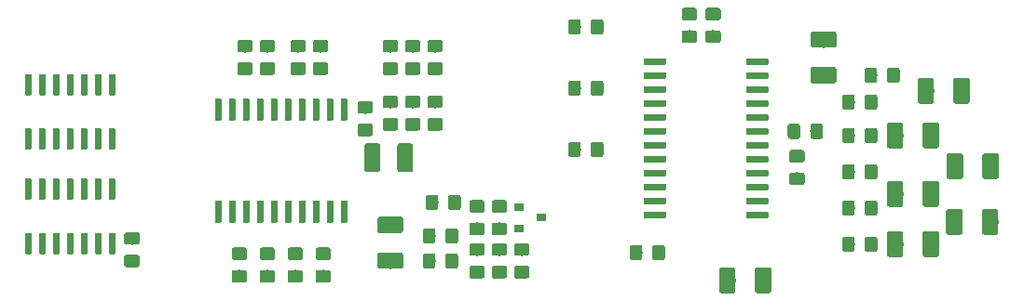
<source format=gtp>
G04 #@! TF.GenerationSoftware,KiCad,Pcbnew,(5.1.2)-1*
G04 #@! TF.CreationDate,2020-06-02T10:02:34+03:00*
G04 #@! TF.ProjectId,improve-rgb2tv,696d7072-6f76-4652-9d72-67623274762e,rev?*
G04 #@! TF.SameCoordinates,Original*
G04 #@! TF.FileFunction,Paste,Top*
G04 #@! TF.FilePolarity,Positive*
%FSLAX46Y46*%
G04 Gerber Fmt 4.6, Leading zero omitted, Abs format (unit mm)*
G04 Created by KiCad (PCBNEW (5.1.2)-1) date 2020-06-02 10:02:34*
%MOMM*%
%LPD*%
G04 APERTURE LIST*
%ADD10C,0.100000*%
%ADD11C,1.425000*%
%ADD12C,0.600000*%
%ADD13R,0.900000X0.800000*%
%ADD14C,1.150000*%
%ADD15C,1.500000*%
G04 APERTURE END LIST*
D10*
G36*
X130698504Y-107642204D02*
G01*
X130722773Y-107645804D01*
X130746571Y-107651765D01*
X130769671Y-107660030D01*
X130791849Y-107670520D01*
X130812893Y-107683133D01*
X130832598Y-107697747D01*
X130850777Y-107714223D01*
X130867253Y-107732402D01*
X130881867Y-107752107D01*
X130894480Y-107773151D01*
X130904970Y-107795329D01*
X130913235Y-107818429D01*
X130919196Y-107842227D01*
X130922796Y-107866496D01*
X130924000Y-107891000D01*
X130924000Y-110041000D01*
X130922796Y-110065504D01*
X130919196Y-110089773D01*
X130913235Y-110113571D01*
X130904970Y-110136671D01*
X130894480Y-110158849D01*
X130881867Y-110179893D01*
X130867253Y-110199598D01*
X130850777Y-110217777D01*
X130832598Y-110234253D01*
X130812893Y-110248867D01*
X130791849Y-110261480D01*
X130769671Y-110271970D01*
X130746571Y-110280235D01*
X130722773Y-110286196D01*
X130698504Y-110289796D01*
X130674000Y-110291000D01*
X129749000Y-110291000D01*
X129724496Y-110289796D01*
X129700227Y-110286196D01*
X129676429Y-110280235D01*
X129653329Y-110271970D01*
X129631151Y-110261480D01*
X129610107Y-110248867D01*
X129590402Y-110234253D01*
X129572223Y-110217777D01*
X129555747Y-110199598D01*
X129541133Y-110179893D01*
X129528520Y-110158849D01*
X129518030Y-110136671D01*
X129509765Y-110113571D01*
X129503804Y-110089773D01*
X129500204Y-110065504D01*
X129499000Y-110041000D01*
X129499000Y-107891000D01*
X129500204Y-107866496D01*
X129503804Y-107842227D01*
X129509765Y-107818429D01*
X129518030Y-107795329D01*
X129528520Y-107773151D01*
X129541133Y-107752107D01*
X129555747Y-107732402D01*
X129572223Y-107714223D01*
X129590402Y-107697747D01*
X129610107Y-107683133D01*
X129631151Y-107670520D01*
X129653329Y-107660030D01*
X129676429Y-107651765D01*
X129700227Y-107645804D01*
X129724496Y-107642204D01*
X129749000Y-107641000D01*
X130674000Y-107641000D01*
X130698504Y-107642204D01*
X130698504Y-107642204D01*
G37*
D11*
X130211500Y-108966000D03*
D10*
G36*
X133673504Y-107642204D02*
G01*
X133697773Y-107645804D01*
X133721571Y-107651765D01*
X133744671Y-107660030D01*
X133766849Y-107670520D01*
X133787893Y-107683133D01*
X133807598Y-107697747D01*
X133825777Y-107714223D01*
X133842253Y-107732402D01*
X133856867Y-107752107D01*
X133869480Y-107773151D01*
X133879970Y-107795329D01*
X133888235Y-107818429D01*
X133894196Y-107842227D01*
X133897796Y-107866496D01*
X133899000Y-107891000D01*
X133899000Y-110041000D01*
X133897796Y-110065504D01*
X133894196Y-110089773D01*
X133888235Y-110113571D01*
X133879970Y-110136671D01*
X133869480Y-110158849D01*
X133856867Y-110179893D01*
X133842253Y-110199598D01*
X133825777Y-110217777D01*
X133807598Y-110234253D01*
X133787893Y-110248867D01*
X133766849Y-110261480D01*
X133744671Y-110271970D01*
X133721571Y-110280235D01*
X133697773Y-110286196D01*
X133673504Y-110289796D01*
X133649000Y-110291000D01*
X132724000Y-110291000D01*
X132699496Y-110289796D01*
X132675227Y-110286196D01*
X132651429Y-110280235D01*
X132628329Y-110271970D01*
X132606151Y-110261480D01*
X132585107Y-110248867D01*
X132565402Y-110234253D01*
X132547223Y-110217777D01*
X132530747Y-110199598D01*
X132516133Y-110179893D01*
X132503520Y-110158849D01*
X132493030Y-110136671D01*
X132484765Y-110113571D01*
X132478804Y-110089773D01*
X132475204Y-110065504D01*
X132474000Y-110041000D01*
X132474000Y-107891000D01*
X132475204Y-107866496D01*
X132478804Y-107842227D01*
X132484765Y-107818429D01*
X132493030Y-107795329D01*
X132503520Y-107773151D01*
X132516133Y-107752107D01*
X132530747Y-107732402D01*
X132547223Y-107714223D01*
X132565402Y-107697747D01*
X132585107Y-107683133D01*
X132606151Y-107670520D01*
X132628329Y-107660030D01*
X132651429Y-107651765D01*
X132675227Y-107645804D01*
X132699496Y-107642204D01*
X132724000Y-107641000D01*
X133649000Y-107641000D01*
X133673504Y-107642204D01*
X133673504Y-107642204D01*
G37*
D11*
X133186500Y-108966000D03*
D10*
G36*
X166067703Y-99903722D02*
G01*
X166082264Y-99905882D01*
X166096543Y-99909459D01*
X166110403Y-99914418D01*
X166123710Y-99920712D01*
X166136336Y-99928280D01*
X166148159Y-99937048D01*
X166159066Y-99946934D01*
X166168952Y-99957841D01*
X166177720Y-99969664D01*
X166185288Y-99982290D01*
X166191582Y-99995597D01*
X166196541Y-100009457D01*
X166200118Y-100023736D01*
X166202278Y-100038297D01*
X166203000Y-100053000D01*
X166203000Y-100353000D01*
X166202278Y-100367703D01*
X166200118Y-100382264D01*
X166196541Y-100396543D01*
X166191582Y-100410403D01*
X166185288Y-100423710D01*
X166177720Y-100436336D01*
X166168952Y-100448159D01*
X166159066Y-100459066D01*
X166148159Y-100468952D01*
X166136336Y-100477720D01*
X166123710Y-100485288D01*
X166110403Y-100491582D01*
X166096543Y-100496541D01*
X166082264Y-100500118D01*
X166067703Y-100502278D01*
X166053000Y-100503000D01*
X164303000Y-100503000D01*
X164288297Y-100502278D01*
X164273736Y-100500118D01*
X164259457Y-100496541D01*
X164245597Y-100491582D01*
X164232290Y-100485288D01*
X164219664Y-100477720D01*
X164207841Y-100468952D01*
X164196934Y-100459066D01*
X164187048Y-100448159D01*
X164178280Y-100436336D01*
X164170712Y-100423710D01*
X164164418Y-100410403D01*
X164159459Y-100396543D01*
X164155882Y-100382264D01*
X164153722Y-100367703D01*
X164153000Y-100353000D01*
X164153000Y-100053000D01*
X164153722Y-100038297D01*
X164155882Y-100023736D01*
X164159459Y-100009457D01*
X164164418Y-99995597D01*
X164170712Y-99982290D01*
X164178280Y-99969664D01*
X164187048Y-99957841D01*
X164196934Y-99946934D01*
X164207841Y-99937048D01*
X164219664Y-99928280D01*
X164232290Y-99920712D01*
X164245597Y-99914418D01*
X164259457Y-99909459D01*
X164273736Y-99905882D01*
X164288297Y-99903722D01*
X164303000Y-99903000D01*
X166053000Y-99903000D01*
X166067703Y-99903722D01*
X166067703Y-99903722D01*
G37*
D12*
X165178000Y-100203000D03*
D10*
G36*
X166067703Y-101173722D02*
G01*
X166082264Y-101175882D01*
X166096543Y-101179459D01*
X166110403Y-101184418D01*
X166123710Y-101190712D01*
X166136336Y-101198280D01*
X166148159Y-101207048D01*
X166159066Y-101216934D01*
X166168952Y-101227841D01*
X166177720Y-101239664D01*
X166185288Y-101252290D01*
X166191582Y-101265597D01*
X166196541Y-101279457D01*
X166200118Y-101293736D01*
X166202278Y-101308297D01*
X166203000Y-101323000D01*
X166203000Y-101623000D01*
X166202278Y-101637703D01*
X166200118Y-101652264D01*
X166196541Y-101666543D01*
X166191582Y-101680403D01*
X166185288Y-101693710D01*
X166177720Y-101706336D01*
X166168952Y-101718159D01*
X166159066Y-101729066D01*
X166148159Y-101738952D01*
X166136336Y-101747720D01*
X166123710Y-101755288D01*
X166110403Y-101761582D01*
X166096543Y-101766541D01*
X166082264Y-101770118D01*
X166067703Y-101772278D01*
X166053000Y-101773000D01*
X164303000Y-101773000D01*
X164288297Y-101772278D01*
X164273736Y-101770118D01*
X164259457Y-101766541D01*
X164245597Y-101761582D01*
X164232290Y-101755288D01*
X164219664Y-101747720D01*
X164207841Y-101738952D01*
X164196934Y-101729066D01*
X164187048Y-101718159D01*
X164178280Y-101706336D01*
X164170712Y-101693710D01*
X164164418Y-101680403D01*
X164159459Y-101666543D01*
X164155882Y-101652264D01*
X164153722Y-101637703D01*
X164153000Y-101623000D01*
X164153000Y-101323000D01*
X164153722Y-101308297D01*
X164155882Y-101293736D01*
X164159459Y-101279457D01*
X164164418Y-101265597D01*
X164170712Y-101252290D01*
X164178280Y-101239664D01*
X164187048Y-101227841D01*
X164196934Y-101216934D01*
X164207841Y-101207048D01*
X164219664Y-101198280D01*
X164232290Y-101190712D01*
X164245597Y-101184418D01*
X164259457Y-101179459D01*
X164273736Y-101175882D01*
X164288297Y-101173722D01*
X164303000Y-101173000D01*
X166053000Y-101173000D01*
X166067703Y-101173722D01*
X166067703Y-101173722D01*
G37*
D12*
X165178000Y-101473000D03*
D10*
G36*
X166067703Y-102443722D02*
G01*
X166082264Y-102445882D01*
X166096543Y-102449459D01*
X166110403Y-102454418D01*
X166123710Y-102460712D01*
X166136336Y-102468280D01*
X166148159Y-102477048D01*
X166159066Y-102486934D01*
X166168952Y-102497841D01*
X166177720Y-102509664D01*
X166185288Y-102522290D01*
X166191582Y-102535597D01*
X166196541Y-102549457D01*
X166200118Y-102563736D01*
X166202278Y-102578297D01*
X166203000Y-102593000D01*
X166203000Y-102893000D01*
X166202278Y-102907703D01*
X166200118Y-102922264D01*
X166196541Y-102936543D01*
X166191582Y-102950403D01*
X166185288Y-102963710D01*
X166177720Y-102976336D01*
X166168952Y-102988159D01*
X166159066Y-102999066D01*
X166148159Y-103008952D01*
X166136336Y-103017720D01*
X166123710Y-103025288D01*
X166110403Y-103031582D01*
X166096543Y-103036541D01*
X166082264Y-103040118D01*
X166067703Y-103042278D01*
X166053000Y-103043000D01*
X164303000Y-103043000D01*
X164288297Y-103042278D01*
X164273736Y-103040118D01*
X164259457Y-103036541D01*
X164245597Y-103031582D01*
X164232290Y-103025288D01*
X164219664Y-103017720D01*
X164207841Y-103008952D01*
X164196934Y-102999066D01*
X164187048Y-102988159D01*
X164178280Y-102976336D01*
X164170712Y-102963710D01*
X164164418Y-102950403D01*
X164159459Y-102936543D01*
X164155882Y-102922264D01*
X164153722Y-102907703D01*
X164153000Y-102893000D01*
X164153000Y-102593000D01*
X164153722Y-102578297D01*
X164155882Y-102563736D01*
X164159459Y-102549457D01*
X164164418Y-102535597D01*
X164170712Y-102522290D01*
X164178280Y-102509664D01*
X164187048Y-102497841D01*
X164196934Y-102486934D01*
X164207841Y-102477048D01*
X164219664Y-102468280D01*
X164232290Y-102460712D01*
X164245597Y-102454418D01*
X164259457Y-102449459D01*
X164273736Y-102445882D01*
X164288297Y-102443722D01*
X164303000Y-102443000D01*
X166053000Y-102443000D01*
X166067703Y-102443722D01*
X166067703Y-102443722D01*
G37*
D12*
X165178000Y-102743000D03*
D10*
G36*
X166067703Y-103713722D02*
G01*
X166082264Y-103715882D01*
X166096543Y-103719459D01*
X166110403Y-103724418D01*
X166123710Y-103730712D01*
X166136336Y-103738280D01*
X166148159Y-103747048D01*
X166159066Y-103756934D01*
X166168952Y-103767841D01*
X166177720Y-103779664D01*
X166185288Y-103792290D01*
X166191582Y-103805597D01*
X166196541Y-103819457D01*
X166200118Y-103833736D01*
X166202278Y-103848297D01*
X166203000Y-103863000D01*
X166203000Y-104163000D01*
X166202278Y-104177703D01*
X166200118Y-104192264D01*
X166196541Y-104206543D01*
X166191582Y-104220403D01*
X166185288Y-104233710D01*
X166177720Y-104246336D01*
X166168952Y-104258159D01*
X166159066Y-104269066D01*
X166148159Y-104278952D01*
X166136336Y-104287720D01*
X166123710Y-104295288D01*
X166110403Y-104301582D01*
X166096543Y-104306541D01*
X166082264Y-104310118D01*
X166067703Y-104312278D01*
X166053000Y-104313000D01*
X164303000Y-104313000D01*
X164288297Y-104312278D01*
X164273736Y-104310118D01*
X164259457Y-104306541D01*
X164245597Y-104301582D01*
X164232290Y-104295288D01*
X164219664Y-104287720D01*
X164207841Y-104278952D01*
X164196934Y-104269066D01*
X164187048Y-104258159D01*
X164178280Y-104246336D01*
X164170712Y-104233710D01*
X164164418Y-104220403D01*
X164159459Y-104206543D01*
X164155882Y-104192264D01*
X164153722Y-104177703D01*
X164153000Y-104163000D01*
X164153000Y-103863000D01*
X164153722Y-103848297D01*
X164155882Y-103833736D01*
X164159459Y-103819457D01*
X164164418Y-103805597D01*
X164170712Y-103792290D01*
X164178280Y-103779664D01*
X164187048Y-103767841D01*
X164196934Y-103756934D01*
X164207841Y-103747048D01*
X164219664Y-103738280D01*
X164232290Y-103730712D01*
X164245597Y-103724418D01*
X164259457Y-103719459D01*
X164273736Y-103715882D01*
X164288297Y-103713722D01*
X164303000Y-103713000D01*
X166053000Y-103713000D01*
X166067703Y-103713722D01*
X166067703Y-103713722D01*
G37*
D12*
X165178000Y-104013000D03*
D10*
G36*
X166067703Y-104983722D02*
G01*
X166082264Y-104985882D01*
X166096543Y-104989459D01*
X166110403Y-104994418D01*
X166123710Y-105000712D01*
X166136336Y-105008280D01*
X166148159Y-105017048D01*
X166159066Y-105026934D01*
X166168952Y-105037841D01*
X166177720Y-105049664D01*
X166185288Y-105062290D01*
X166191582Y-105075597D01*
X166196541Y-105089457D01*
X166200118Y-105103736D01*
X166202278Y-105118297D01*
X166203000Y-105133000D01*
X166203000Y-105433000D01*
X166202278Y-105447703D01*
X166200118Y-105462264D01*
X166196541Y-105476543D01*
X166191582Y-105490403D01*
X166185288Y-105503710D01*
X166177720Y-105516336D01*
X166168952Y-105528159D01*
X166159066Y-105539066D01*
X166148159Y-105548952D01*
X166136336Y-105557720D01*
X166123710Y-105565288D01*
X166110403Y-105571582D01*
X166096543Y-105576541D01*
X166082264Y-105580118D01*
X166067703Y-105582278D01*
X166053000Y-105583000D01*
X164303000Y-105583000D01*
X164288297Y-105582278D01*
X164273736Y-105580118D01*
X164259457Y-105576541D01*
X164245597Y-105571582D01*
X164232290Y-105565288D01*
X164219664Y-105557720D01*
X164207841Y-105548952D01*
X164196934Y-105539066D01*
X164187048Y-105528159D01*
X164178280Y-105516336D01*
X164170712Y-105503710D01*
X164164418Y-105490403D01*
X164159459Y-105476543D01*
X164155882Y-105462264D01*
X164153722Y-105447703D01*
X164153000Y-105433000D01*
X164153000Y-105133000D01*
X164153722Y-105118297D01*
X164155882Y-105103736D01*
X164159459Y-105089457D01*
X164164418Y-105075597D01*
X164170712Y-105062290D01*
X164178280Y-105049664D01*
X164187048Y-105037841D01*
X164196934Y-105026934D01*
X164207841Y-105017048D01*
X164219664Y-105008280D01*
X164232290Y-105000712D01*
X164245597Y-104994418D01*
X164259457Y-104989459D01*
X164273736Y-104985882D01*
X164288297Y-104983722D01*
X164303000Y-104983000D01*
X166053000Y-104983000D01*
X166067703Y-104983722D01*
X166067703Y-104983722D01*
G37*
D12*
X165178000Y-105283000D03*
D10*
G36*
X166067703Y-106253722D02*
G01*
X166082264Y-106255882D01*
X166096543Y-106259459D01*
X166110403Y-106264418D01*
X166123710Y-106270712D01*
X166136336Y-106278280D01*
X166148159Y-106287048D01*
X166159066Y-106296934D01*
X166168952Y-106307841D01*
X166177720Y-106319664D01*
X166185288Y-106332290D01*
X166191582Y-106345597D01*
X166196541Y-106359457D01*
X166200118Y-106373736D01*
X166202278Y-106388297D01*
X166203000Y-106403000D01*
X166203000Y-106703000D01*
X166202278Y-106717703D01*
X166200118Y-106732264D01*
X166196541Y-106746543D01*
X166191582Y-106760403D01*
X166185288Y-106773710D01*
X166177720Y-106786336D01*
X166168952Y-106798159D01*
X166159066Y-106809066D01*
X166148159Y-106818952D01*
X166136336Y-106827720D01*
X166123710Y-106835288D01*
X166110403Y-106841582D01*
X166096543Y-106846541D01*
X166082264Y-106850118D01*
X166067703Y-106852278D01*
X166053000Y-106853000D01*
X164303000Y-106853000D01*
X164288297Y-106852278D01*
X164273736Y-106850118D01*
X164259457Y-106846541D01*
X164245597Y-106841582D01*
X164232290Y-106835288D01*
X164219664Y-106827720D01*
X164207841Y-106818952D01*
X164196934Y-106809066D01*
X164187048Y-106798159D01*
X164178280Y-106786336D01*
X164170712Y-106773710D01*
X164164418Y-106760403D01*
X164159459Y-106746543D01*
X164155882Y-106732264D01*
X164153722Y-106717703D01*
X164153000Y-106703000D01*
X164153000Y-106403000D01*
X164153722Y-106388297D01*
X164155882Y-106373736D01*
X164159459Y-106359457D01*
X164164418Y-106345597D01*
X164170712Y-106332290D01*
X164178280Y-106319664D01*
X164187048Y-106307841D01*
X164196934Y-106296934D01*
X164207841Y-106287048D01*
X164219664Y-106278280D01*
X164232290Y-106270712D01*
X164245597Y-106264418D01*
X164259457Y-106259459D01*
X164273736Y-106255882D01*
X164288297Y-106253722D01*
X164303000Y-106253000D01*
X166053000Y-106253000D01*
X166067703Y-106253722D01*
X166067703Y-106253722D01*
G37*
D12*
X165178000Y-106553000D03*
D10*
G36*
X166067703Y-107523722D02*
G01*
X166082264Y-107525882D01*
X166096543Y-107529459D01*
X166110403Y-107534418D01*
X166123710Y-107540712D01*
X166136336Y-107548280D01*
X166148159Y-107557048D01*
X166159066Y-107566934D01*
X166168952Y-107577841D01*
X166177720Y-107589664D01*
X166185288Y-107602290D01*
X166191582Y-107615597D01*
X166196541Y-107629457D01*
X166200118Y-107643736D01*
X166202278Y-107658297D01*
X166203000Y-107673000D01*
X166203000Y-107973000D01*
X166202278Y-107987703D01*
X166200118Y-108002264D01*
X166196541Y-108016543D01*
X166191582Y-108030403D01*
X166185288Y-108043710D01*
X166177720Y-108056336D01*
X166168952Y-108068159D01*
X166159066Y-108079066D01*
X166148159Y-108088952D01*
X166136336Y-108097720D01*
X166123710Y-108105288D01*
X166110403Y-108111582D01*
X166096543Y-108116541D01*
X166082264Y-108120118D01*
X166067703Y-108122278D01*
X166053000Y-108123000D01*
X164303000Y-108123000D01*
X164288297Y-108122278D01*
X164273736Y-108120118D01*
X164259457Y-108116541D01*
X164245597Y-108111582D01*
X164232290Y-108105288D01*
X164219664Y-108097720D01*
X164207841Y-108088952D01*
X164196934Y-108079066D01*
X164187048Y-108068159D01*
X164178280Y-108056336D01*
X164170712Y-108043710D01*
X164164418Y-108030403D01*
X164159459Y-108016543D01*
X164155882Y-108002264D01*
X164153722Y-107987703D01*
X164153000Y-107973000D01*
X164153000Y-107673000D01*
X164153722Y-107658297D01*
X164155882Y-107643736D01*
X164159459Y-107629457D01*
X164164418Y-107615597D01*
X164170712Y-107602290D01*
X164178280Y-107589664D01*
X164187048Y-107577841D01*
X164196934Y-107566934D01*
X164207841Y-107557048D01*
X164219664Y-107548280D01*
X164232290Y-107540712D01*
X164245597Y-107534418D01*
X164259457Y-107529459D01*
X164273736Y-107525882D01*
X164288297Y-107523722D01*
X164303000Y-107523000D01*
X166053000Y-107523000D01*
X166067703Y-107523722D01*
X166067703Y-107523722D01*
G37*
D12*
X165178000Y-107823000D03*
D10*
G36*
X166067703Y-108793722D02*
G01*
X166082264Y-108795882D01*
X166096543Y-108799459D01*
X166110403Y-108804418D01*
X166123710Y-108810712D01*
X166136336Y-108818280D01*
X166148159Y-108827048D01*
X166159066Y-108836934D01*
X166168952Y-108847841D01*
X166177720Y-108859664D01*
X166185288Y-108872290D01*
X166191582Y-108885597D01*
X166196541Y-108899457D01*
X166200118Y-108913736D01*
X166202278Y-108928297D01*
X166203000Y-108943000D01*
X166203000Y-109243000D01*
X166202278Y-109257703D01*
X166200118Y-109272264D01*
X166196541Y-109286543D01*
X166191582Y-109300403D01*
X166185288Y-109313710D01*
X166177720Y-109326336D01*
X166168952Y-109338159D01*
X166159066Y-109349066D01*
X166148159Y-109358952D01*
X166136336Y-109367720D01*
X166123710Y-109375288D01*
X166110403Y-109381582D01*
X166096543Y-109386541D01*
X166082264Y-109390118D01*
X166067703Y-109392278D01*
X166053000Y-109393000D01*
X164303000Y-109393000D01*
X164288297Y-109392278D01*
X164273736Y-109390118D01*
X164259457Y-109386541D01*
X164245597Y-109381582D01*
X164232290Y-109375288D01*
X164219664Y-109367720D01*
X164207841Y-109358952D01*
X164196934Y-109349066D01*
X164187048Y-109338159D01*
X164178280Y-109326336D01*
X164170712Y-109313710D01*
X164164418Y-109300403D01*
X164159459Y-109286543D01*
X164155882Y-109272264D01*
X164153722Y-109257703D01*
X164153000Y-109243000D01*
X164153000Y-108943000D01*
X164153722Y-108928297D01*
X164155882Y-108913736D01*
X164159459Y-108899457D01*
X164164418Y-108885597D01*
X164170712Y-108872290D01*
X164178280Y-108859664D01*
X164187048Y-108847841D01*
X164196934Y-108836934D01*
X164207841Y-108827048D01*
X164219664Y-108818280D01*
X164232290Y-108810712D01*
X164245597Y-108804418D01*
X164259457Y-108799459D01*
X164273736Y-108795882D01*
X164288297Y-108793722D01*
X164303000Y-108793000D01*
X166053000Y-108793000D01*
X166067703Y-108793722D01*
X166067703Y-108793722D01*
G37*
D12*
X165178000Y-109093000D03*
D10*
G36*
X166067703Y-110063722D02*
G01*
X166082264Y-110065882D01*
X166096543Y-110069459D01*
X166110403Y-110074418D01*
X166123710Y-110080712D01*
X166136336Y-110088280D01*
X166148159Y-110097048D01*
X166159066Y-110106934D01*
X166168952Y-110117841D01*
X166177720Y-110129664D01*
X166185288Y-110142290D01*
X166191582Y-110155597D01*
X166196541Y-110169457D01*
X166200118Y-110183736D01*
X166202278Y-110198297D01*
X166203000Y-110213000D01*
X166203000Y-110513000D01*
X166202278Y-110527703D01*
X166200118Y-110542264D01*
X166196541Y-110556543D01*
X166191582Y-110570403D01*
X166185288Y-110583710D01*
X166177720Y-110596336D01*
X166168952Y-110608159D01*
X166159066Y-110619066D01*
X166148159Y-110628952D01*
X166136336Y-110637720D01*
X166123710Y-110645288D01*
X166110403Y-110651582D01*
X166096543Y-110656541D01*
X166082264Y-110660118D01*
X166067703Y-110662278D01*
X166053000Y-110663000D01*
X164303000Y-110663000D01*
X164288297Y-110662278D01*
X164273736Y-110660118D01*
X164259457Y-110656541D01*
X164245597Y-110651582D01*
X164232290Y-110645288D01*
X164219664Y-110637720D01*
X164207841Y-110628952D01*
X164196934Y-110619066D01*
X164187048Y-110608159D01*
X164178280Y-110596336D01*
X164170712Y-110583710D01*
X164164418Y-110570403D01*
X164159459Y-110556543D01*
X164155882Y-110542264D01*
X164153722Y-110527703D01*
X164153000Y-110513000D01*
X164153000Y-110213000D01*
X164153722Y-110198297D01*
X164155882Y-110183736D01*
X164159459Y-110169457D01*
X164164418Y-110155597D01*
X164170712Y-110142290D01*
X164178280Y-110129664D01*
X164187048Y-110117841D01*
X164196934Y-110106934D01*
X164207841Y-110097048D01*
X164219664Y-110088280D01*
X164232290Y-110080712D01*
X164245597Y-110074418D01*
X164259457Y-110069459D01*
X164273736Y-110065882D01*
X164288297Y-110063722D01*
X164303000Y-110063000D01*
X166053000Y-110063000D01*
X166067703Y-110063722D01*
X166067703Y-110063722D01*
G37*
D12*
X165178000Y-110363000D03*
D10*
G36*
X166067703Y-111333722D02*
G01*
X166082264Y-111335882D01*
X166096543Y-111339459D01*
X166110403Y-111344418D01*
X166123710Y-111350712D01*
X166136336Y-111358280D01*
X166148159Y-111367048D01*
X166159066Y-111376934D01*
X166168952Y-111387841D01*
X166177720Y-111399664D01*
X166185288Y-111412290D01*
X166191582Y-111425597D01*
X166196541Y-111439457D01*
X166200118Y-111453736D01*
X166202278Y-111468297D01*
X166203000Y-111483000D01*
X166203000Y-111783000D01*
X166202278Y-111797703D01*
X166200118Y-111812264D01*
X166196541Y-111826543D01*
X166191582Y-111840403D01*
X166185288Y-111853710D01*
X166177720Y-111866336D01*
X166168952Y-111878159D01*
X166159066Y-111889066D01*
X166148159Y-111898952D01*
X166136336Y-111907720D01*
X166123710Y-111915288D01*
X166110403Y-111921582D01*
X166096543Y-111926541D01*
X166082264Y-111930118D01*
X166067703Y-111932278D01*
X166053000Y-111933000D01*
X164303000Y-111933000D01*
X164288297Y-111932278D01*
X164273736Y-111930118D01*
X164259457Y-111926541D01*
X164245597Y-111921582D01*
X164232290Y-111915288D01*
X164219664Y-111907720D01*
X164207841Y-111898952D01*
X164196934Y-111889066D01*
X164187048Y-111878159D01*
X164178280Y-111866336D01*
X164170712Y-111853710D01*
X164164418Y-111840403D01*
X164159459Y-111826543D01*
X164155882Y-111812264D01*
X164153722Y-111797703D01*
X164153000Y-111783000D01*
X164153000Y-111483000D01*
X164153722Y-111468297D01*
X164155882Y-111453736D01*
X164159459Y-111439457D01*
X164164418Y-111425597D01*
X164170712Y-111412290D01*
X164178280Y-111399664D01*
X164187048Y-111387841D01*
X164196934Y-111376934D01*
X164207841Y-111367048D01*
X164219664Y-111358280D01*
X164232290Y-111350712D01*
X164245597Y-111344418D01*
X164259457Y-111339459D01*
X164273736Y-111335882D01*
X164288297Y-111333722D01*
X164303000Y-111333000D01*
X166053000Y-111333000D01*
X166067703Y-111333722D01*
X166067703Y-111333722D01*
G37*
D12*
X165178000Y-111633000D03*
D10*
G36*
X166067703Y-112603722D02*
G01*
X166082264Y-112605882D01*
X166096543Y-112609459D01*
X166110403Y-112614418D01*
X166123710Y-112620712D01*
X166136336Y-112628280D01*
X166148159Y-112637048D01*
X166159066Y-112646934D01*
X166168952Y-112657841D01*
X166177720Y-112669664D01*
X166185288Y-112682290D01*
X166191582Y-112695597D01*
X166196541Y-112709457D01*
X166200118Y-112723736D01*
X166202278Y-112738297D01*
X166203000Y-112753000D01*
X166203000Y-113053000D01*
X166202278Y-113067703D01*
X166200118Y-113082264D01*
X166196541Y-113096543D01*
X166191582Y-113110403D01*
X166185288Y-113123710D01*
X166177720Y-113136336D01*
X166168952Y-113148159D01*
X166159066Y-113159066D01*
X166148159Y-113168952D01*
X166136336Y-113177720D01*
X166123710Y-113185288D01*
X166110403Y-113191582D01*
X166096543Y-113196541D01*
X166082264Y-113200118D01*
X166067703Y-113202278D01*
X166053000Y-113203000D01*
X164303000Y-113203000D01*
X164288297Y-113202278D01*
X164273736Y-113200118D01*
X164259457Y-113196541D01*
X164245597Y-113191582D01*
X164232290Y-113185288D01*
X164219664Y-113177720D01*
X164207841Y-113168952D01*
X164196934Y-113159066D01*
X164187048Y-113148159D01*
X164178280Y-113136336D01*
X164170712Y-113123710D01*
X164164418Y-113110403D01*
X164159459Y-113096543D01*
X164155882Y-113082264D01*
X164153722Y-113067703D01*
X164153000Y-113053000D01*
X164153000Y-112753000D01*
X164153722Y-112738297D01*
X164155882Y-112723736D01*
X164159459Y-112709457D01*
X164164418Y-112695597D01*
X164170712Y-112682290D01*
X164178280Y-112669664D01*
X164187048Y-112657841D01*
X164196934Y-112646934D01*
X164207841Y-112637048D01*
X164219664Y-112628280D01*
X164232290Y-112620712D01*
X164245597Y-112614418D01*
X164259457Y-112609459D01*
X164273736Y-112605882D01*
X164288297Y-112603722D01*
X164303000Y-112603000D01*
X166053000Y-112603000D01*
X166067703Y-112603722D01*
X166067703Y-112603722D01*
G37*
D12*
X165178000Y-112903000D03*
D10*
G36*
X166067703Y-113873722D02*
G01*
X166082264Y-113875882D01*
X166096543Y-113879459D01*
X166110403Y-113884418D01*
X166123710Y-113890712D01*
X166136336Y-113898280D01*
X166148159Y-113907048D01*
X166159066Y-113916934D01*
X166168952Y-113927841D01*
X166177720Y-113939664D01*
X166185288Y-113952290D01*
X166191582Y-113965597D01*
X166196541Y-113979457D01*
X166200118Y-113993736D01*
X166202278Y-114008297D01*
X166203000Y-114023000D01*
X166203000Y-114323000D01*
X166202278Y-114337703D01*
X166200118Y-114352264D01*
X166196541Y-114366543D01*
X166191582Y-114380403D01*
X166185288Y-114393710D01*
X166177720Y-114406336D01*
X166168952Y-114418159D01*
X166159066Y-114429066D01*
X166148159Y-114438952D01*
X166136336Y-114447720D01*
X166123710Y-114455288D01*
X166110403Y-114461582D01*
X166096543Y-114466541D01*
X166082264Y-114470118D01*
X166067703Y-114472278D01*
X166053000Y-114473000D01*
X164303000Y-114473000D01*
X164288297Y-114472278D01*
X164273736Y-114470118D01*
X164259457Y-114466541D01*
X164245597Y-114461582D01*
X164232290Y-114455288D01*
X164219664Y-114447720D01*
X164207841Y-114438952D01*
X164196934Y-114429066D01*
X164187048Y-114418159D01*
X164178280Y-114406336D01*
X164170712Y-114393710D01*
X164164418Y-114380403D01*
X164159459Y-114366543D01*
X164155882Y-114352264D01*
X164153722Y-114337703D01*
X164153000Y-114323000D01*
X164153000Y-114023000D01*
X164153722Y-114008297D01*
X164155882Y-113993736D01*
X164159459Y-113979457D01*
X164164418Y-113965597D01*
X164170712Y-113952290D01*
X164178280Y-113939664D01*
X164187048Y-113927841D01*
X164196934Y-113916934D01*
X164207841Y-113907048D01*
X164219664Y-113898280D01*
X164232290Y-113890712D01*
X164245597Y-113884418D01*
X164259457Y-113879459D01*
X164273736Y-113875882D01*
X164288297Y-113873722D01*
X164303000Y-113873000D01*
X166053000Y-113873000D01*
X166067703Y-113873722D01*
X166067703Y-113873722D01*
G37*
D12*
X165178000Y-114173000D03*
D10*
G36*
X156767703Y-113873722D02*
G01*
X156782264Y-113875882D01*
X156796543Y-113879459D01*
X156810403Y-113884418D01*
X156823710Y-113890712D01*
X156836336Y-113898280D01*
X156848159Y-113907048D01*
X156859066Y-113916934D01*
X156868952Y-113927841D01*
X156877720Y-113939664D01*
X156885288Y-113952290D01*
X156891582Y-113965597D01*
X156896541Y-113979457D01*
X156900118Y-113993736D01*
X156902278Y-114008297D01*
X156903000Y-114023000D01*
X156903000Y-114323000D01*
X156902278Y-114337703D01*
X156900118Y-114352264D01*
X156896541Y-114366543D01*
X156891582Y-114380403D01*
X156885288Y-114393710D01*
X156877720Y-114406336D01*
X156868952Y-114418159D01*
X156859066Y-114429066D01*
X156848159Y-114438952D01*
X156836336Y-114447720D01*
X156823710Y-114455288D01*
X156810403Y-114461582D01*
X156796543Y-114466541D01*
X156782264Y-114470118D01*
X156767703Y-114472278D01*
X156753000Y-114473000D01*
X155003000Y-114473000D01*
X154988297Y-114472278D01*
X154973736Y-114470118D01*
X154959457Y-114466541D01*
X154945597Y-114461582D01*
X154932290Y-114455288D01*
X154919664Y-114447720D01*
X154907841Y-114438952D01*
X154896934Y-114429066D01*
X154887048Y-114418159D01*
X154878280Y-114406336D01*
X154870712Y-114393710D01*
X154864418Y-114380403D01*
X154859459Y-114366543D01*
X154855882Y-114352264D01*
X154853722Y-114337703D01*
X154853000Y-114323000D01*
X154853000Y-114023000D01*
X154853722Y-114008297D01*
X154855882Y-113993736D01*
X154859459Y-113979457D01*
X154864418Y-113965597D01*
X154870712Y-113952290D01*
X154878280Y-113939664D01*
X154887048Y-113927841D01*
X154896934Y-113916934D01*
X154907841Y-113907048D01*
X154919664Y-113898280D01*
X154932290Y-113890712D01*
X154945597Y-113884418D01*
X154959457Y-113879459D01*
X154973736Y-113875882D01*
X154988297Y-113873722D01*
X155003000Y-113873000D01*
X156753000Y-113873000D01*
X156767703Y-113873722D01*
X156767703Y-113873722D01*
G37*
D12*
X155878000Y-114173000D03*
D10*
G36*
X156767703Y-112603722D02*
G01*
X156782264Y-112605882D01*
X156796543Y-112609459D01*
X156810403Y-112614418D01*
X156823710Y-112620712D01*
X156836336Y-112628280D01*
X156848159Y-112637048D01*
X156859066Y-112646934D01*
X156868952Y-112657841D01*
X156877720Y-112669664D01*
X156885288Y-112682290D01*
X156891582Y-112695597D01*
X156896541Y-112709457D01*
X156900118Y-112723736D01*
X156902278Y-112738297D01*
X156903000Y-112753000D01*
X156903000Y-113053000D01*
X156902278Y-113067703D01*
X156900118Y-113082264D01*
X156896541Y-113096543D01*
X156891582Y-113110403D01*
X156885288Y-113123710D01*
X156877720Y-113136336D01*
X156868952Y-113148159D01*
X156859066Y-113159066D01*
X156848159Y-113168952D01*
X156836336Y-113177720D01*
X156823710Y-113185288D01*
X156810403Y-113191582D01*
X156796543Y-113196541D01*
X156782264Y-113200118D01*
X156767703Y-113202278D01*
X156753000Y-113203000D01*
X155003000Y-113203000D01*
X154988297Y-113202278D01*
X154973736Y-113200118D01*
X154959457Y-113196541D01*
X154945597Y-113191582D01*
X154932290Y-113185288D01*
X154919664Y-113177720D01*
X154907841Y-113168952D01*
X154896934Y-113159066D01*
X154887048Y-113148159D01*
X154878280Y-113136336D01*
X154870712Y-113123710D01*
X154864418Y-113110403D01*
X154859459Y-113096543D01*
X154855882Y-113082264D01*
X154853722Y-113067703D01*
X154853000Y-113053000D01*
X154853000Y-112753000D01*
X154853722Y-112738297D01*
X154855882Y-112723736D01*
X154859459Y-112709457D01*
X154864418Y-112695597D01*
X154870712Y-112682290D01*
X154878280Y-112669664D01*
X154887048Y-112657841D01*
X154896934Y-112646934D01*
X154907841Y-112637048D01*
X154919664Y-112628280D01*
X154932290Y-112620712D01*
X154945597Y-112614418D01*
X154959457Y-112609459D01*
X154973736Y-112605882D01*
X154988297Y-112603722D01*
X155003000Y-112603000D01*
X156753000Y-112603000D01*
X156767703Y-112603722D01*
X156767703Y-112603722D01*
G37*
D12*
X155878000Y-112903000D03*
D10*
G36*
X156767703Y-111333722D02*
G01*
X156782264Y-111335882D01*
X156796543Y-111339459D01*
X156810403Y-111344418D01*
X156823710Y-111350712D01*
X156836336Y-111358280D01*
X156848159Y-111367048D01*
X156859066Y-111376934D01*
X156868952Y-111387841D01*
X156877720Y-111399664D01*
X156885288Y-111412290D01*
X156891582Y-111425597D01*
X156896541Y-111439457D01*
X156900118Y-111453736D01*
X156902278Y-111468297D01*
X156903000Y-111483000D01*
X156903000Y-111783000D01*
X156902278Y-111797703D01*
X156900118Y-111812264D01*
X156896541Y-111826543D01*
X156891582Y-111840403D01*
X156885288Y-111853710D01*
X156877720Y-111866336D01*
X156868952Y-111878159D01*
X156859066Y-111889066D01*
X156848159Y-111898952D01*
X156836336Y-111907720D01*
X156823710Y-111915288D01*
X156810403Y-111921582D01*
X156796543Y-111926541D01*
X156782264Y-111930118D01*
X156767703Y-111932278D01*
X156753000Y-111933000D01*
X155003000Y-111933000D01*
X154988297Y-111932278D01*
X154973736Y-111930118D01*
X154959457Y-111926541D01*
X154945597Y-111921582D01*
X154932290Y-111915288D01*
X154919664Y-111907720D01*
X154907841Y-111898952D01*
X154896934Y-111889066D01*
X154887048Y-111878159D01*
X154878280Y-111866336D01*
X154870712Y-111853710D01*
X154864418Y-111840403D01*
X154859459Y-111826543D01*
X154855882Y-111812264D01*
X154853722Y-111797703D01*
X154853000Y-111783000D01*
X154853000Y-111483000D01*
X154853722Y-111468297D01*
X154855882Y-111453736D01*
X154859459Y-111439457D01*
X154864418Y-111425597D01*
X154870712Y-111412290D01*
X154878280Y-111399664D01*
X154887048Y-111387841D01*
X154896934Y-111376934D01*
X154907841Y-111367048D01*
X154919664Y-111358280D01*
X154932290Y-111350712D01*
X154945597Y-111344418D01*
X154959457Y-111339459D01*
X154973736Y-111335882D01*
X154988297Y-111333722D01*
X155003000Y-111333000D01*
X156753000Y-111333000D01*
X156767703Y-111333722D01*
X156767703Y-111333722D01*
G37*
D12*
X155878000Y-111633000D03*
D10*
G36*
X156767703Y-110063722D02*
G01*
X156782264Y-110065882D01*
X156796543Y-110069459D01*
X156810403Y-110074418D01*
X156823710Y-110080712D01*
X156836336Y-110088280D01*
X156848159Y-110097048D01*
X156859066Y-110106934D01*
X156868952Y-110117841D01*
X156877720Y-110129664D01*
X156885288Y-110142290D01*
X156891582Y-110155597D01*
X156896541Y-110169457D01*
X156900118Y-110183736D01*
X156902278Y-110198297D01*
X156903000Y-110213000D01*
X156903000Y-110513000D01*
X156902278Y-110527703D01*
X156900118Y-110542264D01*
X156896541Y-110556543D01*
X156891582Y-110570403D01*
X156885288Y-110583710D01*
X156877720Y-110596336D01*
X156868952Y-110608159D01*
X156859066Y-110619066D01*
X156848159Y-110628952D01*
X156836336Y-110637720D01*
X156823710Y-110645288D01*
X156810403Y-110651582D01*
X156796543Y-110656541D01*
X156782264Y-110660118D01*
X156767703Y-110662278D01*
X156753000Y-110663000D01*
X155003000Y-110663000D01*
X154988297Y-110662278D01*
X154973736Y-110660118D01*
X154959457Y-110656541D01*
X154945597Y-110651582D01*
X154932290Y-110645288D01*
X154919664Y-110637720D01*
X154907841Y-110628952D01*
X154896934Y-110619066D01*
X154887048Y-110608159D01*
X154878280Y-110596336D01*
X154870712Y-110583710D01*
X154864418Y-110570403D01*
X154859459Y-110556543D01*
X154855882Y-110542264D01*
X154853722Y-110527703D01*
X154853000Y-110513000D01*
X154853000Y-110213000D01*
X154853722Y-110198297D01*
X154855882Y-110183736D01*
X154859459Y-110169457D01*
X154864418Y-110155597D01*
X154870712Y-110142290D01*
X154878280Y-110129664D01*
X154887048Y-110117841D01*
X154896934Y-110106934D01*
X154907841Y-110097048D01*
X154919664Y-110088280D01*
X154932290Y-110080712D01*
X154945597Y-110074418D01*
X154959457Y-110069459D01*
X154973736Y-110065882D01*
X154988297Y-110063722D01*
X155003000Y-110063000D01*
X156753000Y-110063000D01*
X156767703Y-110063722D01*
X156767703Y-110063722D01*
G37*
D12*
X155878000Y-110363000D03*
D10*
G36*
X156767703Y-108793722D02*
G01*
X156782264Y-108795882D01*
X156796543Y-108799459D01*
X156810403Y-108804418D01*
X156823710Y-108810712D01*
X156836336Y-108818280D01*
X156848159Y-108827048D01*
X156859066Y-108836934D01*
X156868952Y-108847841D01*
X156877720Y-108859664D01*
X156885288Y-108872290D01*
X156891582Y-108885597D01*
X156896541Y-108899457D01*
X156900118Y-108913736D01*
X156902278Y-108928297D01*
X156903000Y-108943000D01*
X156903000Y-109243000D01*
X156902278Y-109257703D01*
X156900118Y-109272264D01*
X156896541Y-109286543D01*
X156891582Y-109300403D01*
X156885288Y-109313710D01*
X156877720Y-109326336D01*
X156868952Y-109338159D01*
X156859066Y-109349066D01*
X156848159Y-109358952D01*
X156836336Y-109367720D01*
X156823710Y-109375288D01*
X156810403Y-109381582D01*
X156796543Y-109386541D01*
X156782264Y-109390118D01*
X156767703Y-109392278D01*
X156753000Y-109393000D01*
X155003000Y-109393000D01*
X154988297Y-109392278D01*
X154973736Y-109390118D01*
X154959457Y-109386541D01*
X154945597Y-109381582D01*
X154932290Y-109375288D01*
X154919664Y-109367720D01*
X154907841Y-109358952D01*
X154896934Y-109349066D01*
X154887048Y-109338159D01*
X154878280Y-109326336D01*
X154870712Y-109313710D01*
X154864418Y-109300403D01*
X154859459Y-109286543D01*
X154855882Y-109272264D01*
X154853722Y-109257703D01*
X154853000Y-109243000D01*
X154853000Y-108943000D01*
X154853722Y-108928297D01*
X154855882Y-108913736D01*
X154859459Y-108899457D01*
X154864418Y-108885597D01*
X154870712Y-108872290D01*
X154878280Y-108859664D01*
X154887048Y-108847841D01*
X154896934Y-108836934D01*
X154907841Y-108827048D01*
X154919664Y-108818280D01*
X154932290Y-108810712D01*
X154945597Y-108804418D01*
X154959457Y-108799459D01*
X154973736Y-108795882D01*
X154988297Y-108793722D01*
X155003000Y-108793000D01*
X156753000Y-108793000D01*
X156767703Y-108793722D01*
X156767703Y-108793722D01*
G37*
D12*
X155878000Y-109093000D03*
D10*
G36*
X156767703Y-107523722D02*
G01*
X156782264Y-107525882D01*
X156796543Y-107529459D01*
X156810403Y-107534418D01*
X156823710Y-107540712D01*
X156836336Y-107548280D01*
X156848159Y-107557048D01*
X156859066Y-107566934D01*
X156868952Y-107577841D01*
X156877720Y-107589664D01*
X156885288Y-107602290D01*
X156891582Y-107615597D01*
X156896541Y-107629457D01*
X156900118Y-107643736D01*
X156902278Y-107658297D01*
X156903000Y-107673000D01*
X156903000Y-107973000D01*
X156902278Y-107987703D01*
X156900118Y-108002264D01*
X156896541Y-108016543D01*
X156891582Y-108030403D01*
X156885288Y-108043710D01*
X156877720Y-108056336D01*
X156868952Y-108068159D01*
X156859066Y-108079066D01*
X156848159Y-108088952D01*
X156836336Y-108097720D01*
X156823710Y-108105288D01*
X156810403Y-108111582D01*
X156796543Y-108116541D01*
X156782264Y-108120118D01*
X156767703Y-108122278D01*
X156753000Y-108123000D01*
X155003000Y-108123000D01*
X154988297Y-108122278D01*
X154973736Y-108120118D01*
X154959457Y-108116541D01*
X154945597Y-108111582D01*
X154932290Y-108105288D01*
X154919664Y-108097720D01*
X154907841Y-108088952D01*
X154896934Y-108079066D01*
X154887048Y-108068159D01*
X154878280Y-108056336D01*
X154870712Y-108043710D01*
X154864418Y-108030403D01*
X154859459Y-108016543D01*
X154855882Y-108002264D01*
X154853722Y-107987703D01*
X154853000Y-107973000D01*
X154853000Y-107673000D01*
X154853722Y-107658297D01*
X154855882Y-107643736D01*
X154859459Y-107629457D01*
X154864418Y-107615597D01*
X154870712Y-107602290D01*
X154878280Y-107589664D01*
X154887048Y-107577841D01*
X154896934Y-107566934D01*
X154907841Y-107557048D01*
X154919664Y-107548280D01*
X154932290Y-107540712D01*
X154945597Y-107534418D01*
X154959457Y-107529459D01*
X154973736Y-107525882D01*
X154988297Y-107523722D01*
X155003000Y-107523000D01*
X156753000Y-107523000D01*
X156767703Y-107523722D01*
X156767703Y-107523722D01*
G37*
D12*
X155878000Y-107823000D03*
D10*
G36*
X156767703Y-106253722D02*
G01*
X156782264Y-106255882D01*
X156796543Y-106259459D01*
X156810403Y-106264418D01*
X156823710Y-106270712D01*
X156836336Y-106278280D01*
X156848159Y-106287048D01*
X156859066Y-106296934D01*
X156868952Y-106307841D01*
X156877720Y-106319664D01*
X156885288Y-106332290D01*
X156891582Y-106345597D01*
X156896541Y-106359457D01*
X156900118Y-106373736D01*
X156902278Y-106388297D01*
X156903000Y-106403000D01*
X156903000Y-106703000D01*
X156902278Y-106717703D01*
X156900118Y-106732264D01*
X156896541Y-106746543D01*
X156891582Y-106760403D01*
X156885288Y-106773710D01*
X156877720Y-106786336D01*
X156868952Y-106798159D01*
X156859066Y-106809066D01*
X156848159Y-106818952D01*
X156836336Y-106827720D01*
X156823710Y-106835288D01*
X156810403Y-106841582D01*
X156796543Y-106846541D01*
X156782264Y-106850118D01*
X156767703Y-106852278D01*
X156753000Y-106853000D01*
X155003000Y-106853000D01*
X154988297Y-106852278D01*
X154973736Y-106850118D01*
X154959457Y-106846541D01*
X154945597Y-106841582D01*
X154932290Y-106835288D01*
X154919664Y-106827720D01*
X154907841Y-106818952D01*
X154896934Y-106809066D01*
X154887048Y-106798159D01*
X154878280Y-106786336D01*
X154870712Y-106773710D01*
X154864418Y-106760403D01*
X154859459Y-106746543D01*
X154855882Y-106732264D01*
X154853722Y-106717703D01*
X154853000Y-106703000D01*
X154853000Y-106403000D01*
X154853722Y-106388297D01*
X154855882Y-106373736D01*
X154859459Y-106359457D01*
X154864418Y-106345597D01*
X154870712Y-106332290D01*
X154878280Y-106319664D01*
X154887048Y-106307841D01*
X154896934Y-106296934D01*
X154907841Y-106287048D01*
X154919664Y-106278280D01*
X154932290Y-106270712D01*
X154945597Y-106264418D01*
X154959457Y-106259459D01*
X154973736Y-106255882D01*
X154988297Y-106253722D01*
X155003000Y-106253000D01*
X156753000Y-106253000D01*
X156767703Y-106253722D01*
X156767703Y-106253722D01*
G37*
D12*
X155878000Y-106553000D03*
D10*
G36*
X156767703Y-104983722D02*
G01*
X156782264Y-104985882D01*
X156796543Y-104989459D01*
X156810403Y-104994418D01*
X156823710Y-105000712D01*
X156836336Y-105008280D01*
X156848159Y-105017048D01*
X156859066Y-105026934D01*
X156868952Y-105037841D01*
X156877720Y-105049664D01*
X156885288Y-105062290D01*
X156891582Y-105075597D01*
X156896541Y-105089457D01*
X156900118Y-105103736D01*
X156902278Y-105118297D01*
X156903000Y-105133000D01*
X156903000Y-105433000D01*
X156902278Y-105447703D01*
X156900118Y-105462264D01*
X156896541Y-105476543D01*
X156891582Y-105490403D01*
X156885288Y-105503710D01*
X156877720Y-105516336D01*
X156868952Y-105528159D01*
X156859066Y-105539066D01*
X156848159Y-105548952D01*
X156836336Y-105557720D01*
X156823710Y-105565288D01*
X156810403Y-105571582D01*
X156796543Y-105576541D01*
X156782264Y-105580118D01*
X156767703Y-105582278D01*
X156753000Y-105583000D01*
X155003000Y-105583000D01*
X154988297Y-105582278D01*
X154973736Y-105580118D01*
X154959457Y-105576541D01*
X154945597Y-105571582D01*
X154932290Y-105565288D01*
X154919664Y-105557720D01*
X154907841Y-105548952D01*
X154896934Y-105539066D01*
X154887048Y-105528159D01*
X154878280Y-105516336D01*
X154870712Y-105503710D01*
X154864418Y-105490403D01*
X154859459Y-105476543D01*
X154855882Y-105462264D01*
X154853722Y-105447703D01*
X154853000Y-105433000D01*
X154853000Y-105133000D01*
X154853722Y-105118297D01*
X154855882Y-105103736D01*
X154859459Y-105089457D01*
X154864418Y-105075597D01*
X154870712Y-105062290D01*
X154878280Y-105049664D01*
X154887048Y-105037841D01*
X154896934Y-105026934D01*
X154907841Y-105017048D01*
X154919664Y-105008280D01*
X154932290Y-105000712D01*
X154945597Y-104994418D01*
X154959457Y-104989459D01*
X154973736Y-104985882D01*
X154988297Y-104983722D01*
X155003000Y-104983000D01*
X156753000Y-104983000D01*
X156767703Y-104983722D01*
X156767703Y-104983722D01*
G37*
D12*
X155878000Y-105283000D03*
D10*
G36*
X156767703Y-103713722D02*
G01*
X156782264Y-103715882D01*
X156796543Y-103719459D01*
X156810403Y-103724418D01*
X156823710Y-103730712D01*
X156836336Y-103738280D01*
X156848159Y-103747048D01*
X156859066Y-103756934D01*
X156868952Y-103767841D01*
X156877720Y-103779664D01*
X156885288Y-103792290D01*
X156891582Y-103805597D01*
X156896541Y-103819457D01*
X156900118Y-103833736D01*
X156902278Y-103848297D01*
X156903000Y-103863000D01*
X156903000Y-104163000D01*
X156902278Y-104177703D01*
X156900118Y-104192264D01*
X156896541Y-104206543D01*
X156891582Y-104220403D01*
X156885288Y-104233710D01*
X156877720Y-104246336D01*
X156868952Y-104258159D01*
X156859066Y-104269066D01*
X156848159Y-104278952D01*
X156836336Y-104287720D01*
X156823710Y-104295288D01*
X156810403Y-104301582D01*
X156796543Y-104306541D01*
X156782264Y-104310118D01*
X156767703Y-104312278D01*
X156753000Y-104313000D01*
X155003000Y-104313000D01*
X154988297Y-104312278D01*
X154973736Y-104310118D01*
X154959457Y-104306541D01*
X154945597Y-104301582D01*
X154932290Y-104295288D01*
X154919664Y-104287720D01*
X154907841Y-104278952D01*
X154896934Y-104269066D01*
X154887048Y-104258159D01*
X154878280Y-104246336D01*
X154870712Y-104233710D01*
X154864418Y-104220403D01*
X154859459Y-104206543D01*
X154855882Y-104192264D01*
X154853722Y-104177703D01*
X154853000Y-104163000D01*
X154853000Y-103863000D01*
X154853722Y-103848297D01*
X154855882Y-103833736D01*
X154859459Y-103819457D01*
X154864418Y-103805597D01*
X154870712Y-103792290D01*
X154878280Y-103779664D01*
X154887048Y-103767841D01*
X154896934Y-103756934D01*
X154907841Y-103747048D01*
X154919664Y-103738280D01*
X154932290Y-103730712D01*
X154945597Y-103724418D01*
X154959457Y-103719459D01*
X154973736Y-103715882D01*
X154988297Y-103713722D01*
X155003000Y-103713000D01*
X156753000Y-103713000D01*
X156767703Y-103713722D01*
X156767703Y-103713722D01*
G37*
D12*
X155878000Y-104013000D03*
D10*
G36*
X156767703Y-102443722D02*
G01*
X156782264Y-102445882D01*
X156796543Y-102449459D01*
X156810403Y-102454418D01*
X156823710Y-102460712D01*
X156836336Y-102468280D01*
X156848159Y-102477048D01*
X156859066Y-102486934D01*
X156868952Y-102497841D01*
X156877720Y-102509664D01*
X156885288Y-102522290D01*
X156891582Y-102535597D01*
X156896541Y-102549457D01*
X156900118Y-102563736D01*
X156902278Y-102578297D01*
X156903000Y-102593000D01*
X156903000Y-102893000D01*
X156902278Y-102907703D01*
X156900118Y-102922264D01*
X156896541Y-102936543D01*
X156891582Y-102950403D01*
X156885288Y-102963710D01*
X156877720Y-102976336D01*
X156868952Y-102988159D01*
X156859066Y-102999066D01*
X156848159Y-103008952D01*
X156836336Y-103017720D01*
X156823710Y-103025288D01*
X156810403Y-103031582D01*
X156796543Y-103036541D01*
X156782264Y-103040118D01*
X156767703Y-103042278D01*
X156753000Y-103043000D01*
X155003000Y-103043000D01*
X154988297Y-103042278D01*
X154973736Y-103040118D01*
X154959457Y-103036541D01*
X154945597Y-103031582D01*
X154932290Y-103025288D01*
X154919664Y-103017720D01*
X154907841Y-103008952D01*
X154896934Y-102999066D01*
X154887048Y-102988159D01*
X154878280Y-102976336D01*
X154870712Y-102963710D01*
X154864418Y-102950403D01*
X154859459Y-102936543D01*
X154855882Y-102922264D01*
X154853722Y-102907703D01*
X154853000Y-102893000D01*
X154853000Y-102593000D01*
X154853722Y-102578297D01*
X154855882Y-102563736D01*
X154859459Y-102549457D01*
X154864418Y-102535597D01*
X154870712Y-102522290D01*
X154878280Y-102509664D01*
X154887048Y-102497841D01*
X154896934Y-102486934D01*
X154907841Y-102477048D01*
X154919664Y-102468280D01*
X154932290Y-102460712D01*
X154945597Y-102454418D01*
X154959457Y-102449459D01*
X154973736Y-102445882D01*
X154988297Y-102443722D01*
X155003000Y-102443000D01*
X156753000Y-102443000D01*
X156767703Y-102443722D01*
X156767703Y-102443722D01*
G37*
D12*
X155878000Y-102743000D03*
D10*
G36*
X156767703Y-101173722D02*
G01*
X156782264Y-101175882D01*
X156796543Y-101179459D01*
X156810403Y-101184418D01*
X156823710Y-101190712D01*
X156836336Y-101198280D01*
X156848159Y-101207048D01*
X156859066Y-101216934D01*
X156868952Y-101227841D01*
X156877720Y-101239664D01*
X156885288Y-101252290D01*
X156891582Y-101265597D01*
X156896541Y-101279457D01*
X156900118Y-101293736D01*
X156902278Y-101308297D01*
X156903000Y-101323000D01*
X156903000Y-101623000D01*
X156902278Y-101637703D01*
X156900118Y-101652264D01*
X156896541Y-101666543D01*
X156891582Y-101680403D01*
X156885288Y-101693710D01*
X156877720Y-101706336D01*
X156868952Y-101718159D01*
X156859066Y-101729066D01*
X156848159Y-101738952D01*
X156836336Y-101747720D01*
X156823710Y-101755288D01*
X156810403Y-101761582D01*
X156796543Y-101766541D01*
X156782264Y-101770118D01*
X156767703Y-101772278D01*
X156753000Y-101773000D01*
X155003000Y-101773000D01*
X154988297Y-101772278D01*
X154973736Y-101770118D01*
X154959457Y-101766541D01*
X154945597Y-101761582D01*
X154932290Y-101755288D01*
X154919664Y-101747720D01*
X154907841Y-101738952D01*
X154896934Y-101729066D01*
X154887048Y-101718159D01*
X154878280Y-101706336D01*
X154870712Y-101693710D01*
X154864418Y-101680403D01*
X154859459Y-101666543D01*
X154855882Y-101652264D01*
X154853722Y-101637703D01*
X154853000Y-101623000D01*
X154853000Y-101323000D01*
X154853722Y-101308297D01*
X154855882Y-101293736D01*
X154859459Y-101279457D01*
X154864418Y-101265597D01*
X154870712Y-101252290D01*
X154878280Y-101239664D01*
X154887048Y-101227841D01*
X154896934Y-101216934D01*
X154907841Y-101207048D01*
X154919664Y-101198280D01*
X154932290Y-101190712D01*
X154945597Y-101184418D01*
X154959457Y-101179459D01*
X154973736Y-101175882D01*
X154988297Y-101173722D01*
X155003000Y-101173000D01*
X156753000Y-101173000D01*
X156767703Y-101173722D01*
X156767703Y-101173722D01*
G37*
D12*
X155878000Y-101473000D03*
D10*
G36*
X156767703Y-99903722D02*
G01*
X156782264Y-99905882D01*
X156796543Y-99909459D01*
X156810403Y-99914418D01*
X156823710Y-99920712D01*
X156836336Y-99928280D01*
X156848159Y-99937048D01*
X156859066Y-99946934D01*
X156868952Y-99957841D01*
X156877720Y-99969664D01*
X156885288Y-99982290D01*
X156891582Y-99995597D01*
X156896541Y-100009457D01*
X156900118Y-100023736D01*
X156902278Y-100038297D01*
X156903000Y-100053000D01*
X156903000Y-100353000D01*
X156902278Y-100367703D01*
X156900118Y-100382264D01*
X156896541Y-100396543D01*
X156891582Y-100410403D01*
X156885288Y-100423710D01*
X156877720Y-100436336D01*
X156868952Y-100448159D01*
X156859066Y-100459066D01*
X156848159Y-100468952D01*
X156836336Y-100477720D01*
X156823710Y-100485288D01*
X156810403Y-100491582D01*
X156796543Y-100496541D01*
X156782264Y-100500118D01*
X156767703Y-100502278D01*
X156753000Y-100503000D01*
X155003000Y-100503000D01*
X154988297Y-100502278D01*
X154973736Y-100500118D01*
X154959457Y-100496541D01*
X154945597Y-100491582D01*
X154932290Y-100485288D01*
X154919664Y-100477720D01*
X154907841Y-100468952D01*
X154896934Y-100459066D01*
X154887048Y-100448159D01*
X154878280Y-100436336D01*
X154870712Y-100423710D01*
X154864418Y-100410403D01*
X154859459Y-100396543D01*
X154855882Y-100382264D01*
X154853722Y-100367703D01*
X154853000Y-100353000D01*
X154853000Y-100053000D01*
X154853722Y-100038297D01*
X154855882Y-100023736D01*
X154859459Y-100009457D01*
X154864418Y-99995597D01*
X154870712Y-99982290D01*
X154878280Y-99969664D01*
X154887048Y-99957841D01*
X154896934Y-99946934D01*
X154907841Y-99937048D01*
X154919664Y-99928280D01*
X154932290Y-99920712D01*
X154945597Y-99914418D01*
X154959457Y-99909459D01*
X154973736Y-99905882D01*
X154988297Y-99903722D01*
X155003000Y-99903000D01*
X156753000Y-99903000D01*
X156767703Y-99903722D01*
X156767703Y-99903722D01*
G37*
D12*
X155878000Y-100203000D03*
D10*
G36*
X99097703Y-101325722D02*
G01*
X99112264Y-101327882D01*
X99126543Y-101331459D01*
X99140403Y-101336418D01*
X99153710Y-101342712D01*
X99166336Y-101350280D01*
X99178159Y-101359048D01*
X99189066Y-101368934D01*
X99198952Y-101379841D01*
X99207720Y-101391664D01*
X99215288Y-101404290D01*
X99221582Y-101417597D01*
X99226541Y-101431457D01*
X99230118Y-101445736D01*
X99232278Y-101460297D01*
X99233000Y-101475000D01*
X99233000Y-103125000D01*
X99232278Y-103139703D01*
X99230118Y-103154264D01*
X99226541Y-103168543D01*
X99221582Y-103182403D01*
X99215288Y-103195710D01*
X99207720Y-103208336D01*
X99198952Y-103220159D01*
X99189066Y-103231066D01*
X99178159Y-103240952D01*
X99166336Y-103249720D01*
X99153710Y-103257288D01*
X99140403Y-103263582D01*
X99126543Y-103268541D01*
X99112264Y-103272118D01*
X99097703Y-103274278D01*
X99083000Y-103275000D01*
X98783000Y-103275000D01*
X98768297Y-103274278D01*
X98753736Y-103272118D01*
X98739457Y-103268541D01*
X98725597Y-103263582D01*
X98712290Y-103257288D01*
X98699664Y-103249720D01*
X98687841Y-103240952D01*
X98676934Y-103231066D01*
X98667048Y-103220159D01*
X98658280Y-103208336D01*
X98650712Y-103195710D01*
X98644418Y-103182403D01*
X98639459Y-103168543D01*
X98635882Y-103154264D01*
X98633722Y-103139703D01*
X98633000Y-103125000D01*
X98633000Y-101475000D01*
X98633722Y-101460297D01*
X98635882Y-101445736D01*
X98639459Y-101431457D01*
X98644418Y-101417597D01*
X98650712Y-101404290D01*
X98658280Y-101391664D01*
X98667048Y-101379841D01*
X98676934Y-101368934D01*
X98687841Y-101359048D01*
X98699664Y-101350280D01*
X98712290Y-101342712D01*
X98725597Y-101336418D01*
X98739457Y-101331459D01*
X98753736Y-101327882D01*
X98768297Y-101325722D01*
X98783000Y-101325000D01*
X99083000Y-101325000D01*
X99097703Y-101325722D01*
X99097703Y-101325722D01*
G37*
D12*
X98933000Y-102300000D03*
D10*
G36*
X100367703Y-101325722D02*
G01*
X100382264Y-101327882D01*
X100396543Y-101331459D01*
X100410403Y-101336418D01*
X100423710Y-101342712D01*
X100436336Y-101350280D01*
X100448159Y-101359048D01*
X100459066Y-101368934D01*
X100468952Y-101379841D01*
X100477720Y-101391664D01*
X100485288Y-101404290D01*
X100491582Y-101417597D01*
X100496541Y-101431457D01*
X100500118Y-101445736D01*
X100502278Y-101460297D01*
X100503000Y-101475000D01*
X100503000Y-103125000D01*
X100502278Y-103139703D01*
X100500118Y-103154264D01*
X100496541Y-103168543D01*
X100491582Y-103182403D01*
X100485288Y-103195710D01*
X100477720Y-103208336D01*
X100468952Y-103220159D01*
X100459066Y-103231066D01*
X100448159Y-103240952D01*
X100436336Y-103249720D01*
X100423710Y-103257288D01*
X100410403Y-103263582D01*
X100396543Y-103268541D01*
X100382264Y-103272118D01*
X100367703Y-103274278D01*
X100353000Y-103275000D01*
X100053000Y-103275000D01*
X100038297Y-103274278D01*
X100023736Y-103272118D01*
X100009457Y-103268541D01*
X99995597Y-103263582D01*
X99982290Y-103257288D01*
X99969664Y-103249720D01*
X99957841Y-103240952D01*
X99946934Y-103231066D01*
X99937048Y-103220159D01*
X99928280Y-103208336D01*
X99920712Y-103195710D01*
X99914418Y-103182403D01*
X99909459Y-103168543D01*
X99905882Y-103154264D01*
X99903722Y-103139703D01*
X99903000Y-103125000D01*
X99903000Y-101475000D01*
X99903722Y-101460297D01*
X99905882Y-101445736D01*
X99909459Y-101431457D01*
X99914418Y-101417597D01*
X99920712Y-101404290D01*
X99928280Y-101391664D01*
X99937048Y-101379841D01*
X99946934Y-101368934D01*
X99957841Y-101359048D01*
X99969664Y-101350280D01*
X99982290Y-101342712D01*
X99995597Y-101336418D01*
X100009457Y-101331459D01*
X100023736Y-101327882D01*
X100038297Y-101325722D01*
X100053000Y-101325000D01*
X100353000Y-101325000D01*
X100367703Y-101325722D01*
X100367703Y-101325722D01*
G37*
D12*
X100203000Y-102300000D03*
D10*
G36*
X101637703Y-101325722D02*
G01*
X101652264Y-101327882D01*
X101666543Y-101331459D01*
X101680403Y-101336418D01*
X101693710Y-101342712D01*
X101706336Y-101350280D01*
X101718159Y-101359048D01*
X101729066Y-101368934D01*
X101738952Y-101379841D01*
X101747720Y-101391664D01*
X101755288Y-101404290D01*
X101761582Y-101417597D01*
X101766541Y-101431457D01*
X101770118Y-101445736D01*
X101772278Y-101460297D01*
X101773000Y-101475000D01*
X101773000Y-103125000D01*
X101772278Y-103139703D01*
X101770118Y-103154264D01*
X101766541Y-103168543D01*
X101761582Y-103182403D01*
X101755288Y-103195710D01*
X101747720Y-103208336D01*
X101738952Y-103220159D01*
X101729066Y-103231066D01*
X101718159Y-103240952D01*
X101706336Y-103249720D01*
X101693710Y-103257288D01*
X101680403Y-103263582D01*
X101666543Y-103268541D01*
X101652264Y-103272118D01*
X101637703Y-103274278D01*
X101623000Y-103275000D01*
X101323000Y-103275000D01*
X101308297Y-103274278D01*
X101293736Y-103272118D01*
X101279457Y-103268541D01*
X101265597Y-103263582D01*
X101252290Y-103257288D01*
X101239664Y-103249720D01*
X101227841Y-103240952D01*
X101216934Y-103231066D01*
X101207048Y-103220159D01*
X101198280Y-103208336D01*
X101190712Y-103195710D01*
X101184418Y-103182403D01*
X101179459Y-103168543D01*
X101175882Y-103154264D01*
X101173722Y-103139703D01*
X101173000Y-103125000D01*
X101173000Y-101475000D01*
X101173722Y-101460297D01*
X101175882Y-101445736D01*
X101179459Y-101431457D01*
X101184418Y-101417597D01*
X101190712Y-101404290D01*
X101198280Y-101391664D01*
X101207048Y-101379841D01*
X101216934Y-101368934D01*
X101227841Y-101359048D01*
X101239664Y-101350280D01*
X101252290Y-101342712D01*
X101265597Y-101336418D01*
X101279457Y-101331459D01*
X101293736Y-101327882D01*
X101308297Y-101325722D01*
X101323000Y-101325000D01*
X101623000Y-101325000D01*
X101637703Y-101325722D01*
X101637703Y-101325722D01*
G37*
D12*
X101473000Y-102300000D03*
D10*
G36*
X102907703Y-101325722D02*
G01*
X102922264Y-101327882D01*
X102936543Y-101331459D01*
X102950403Y-101336418D01*
X102963710Y-101342712D01*
X102976336Y-101350280D01*
X102988159Y-101359048D01*
X102999066Y-101368934D01*
X103008952Y-101379841D01*
X103017720Y-101391664D01*
X103025288Y-101404290D01*
X103031582Y-101417597D01*
X103036541Y-101431457D01*
X103040118Y-101445736D01*
X103042278Y-101460297D01*
X103043000Y-101475000D01*
X103043000Y-103125000D01*
X103042278Y-103139703D01*
X103040118Y-103154264D01*
X103036541Y-103168543D01*
X103031582Y-103182403D01*
X103025288Y-103195710D01*
X103017720Y-103208336D01*
X103008952Y-103220159D01*
X102999066Y-103231066D01*
X102988159Y-103240952D01*
X102976336Y-103249720D01*
X102963710Y-103257288D01*
X102950403Y-103263582D01*
X102936543Y-103268541D01*
X102922264Y-103272118D01*
X102907703Y-103274278D01*
X102893000Y-103275000D01*
X102593000Y-103275000D01*
X102578297Y-103274278D01*
X102563736Y-103272118D01*
X102549457Y-103268541D01*
X102535597Y-103263582D01*
X102522290Y-103257288D01*
X102509664Y-103249720D01*
X102497841Y-103240952D01*
X102486934Y-103231066D01*
X102477048Y-103220159D01*
X102468280Y-103208336D01*
X102460712Y-103195710D01*
X102454418Y-103182403D01*
X102449459Y-103168543D01*
X102445882Y-103154264D01*
X102443722Y-103139703D01*
X102443000Y-103125000D01*
X102443000Y-101475000D01*
X102443722Y-101460297D01*
X102445882Y-101445736D01*
X102449459Y-101431457D01*
X102454418Y-101417597D01*
X102460712Y-101404290D01*
X102468280Y-101391664D01*
X102477048Y-101379841D01*
X102486934Y-101368934D01*
X102497841Y-101359048D01*
X102509664Y-101350280D01*
X102522290Y-101342712D01*
X102535597Y-101336418D01*
X102549457Y-101331459D01*
X102563736Y-101327882D01*
X102578297Y-101325722D01*
X102593000Y-101325000D01*
X102893000Y-101325000D01*
X102907703Y-101325722D01*
X102907703Y-101325722D01*
G37*
D12*
X102743000Y-102300000D03*
D10*
G36*
X104177703Y-101325722D02*
G01*
X104192264Y-101327882D01*
X104206543Y-101331459D01*
X104220403Y-101336418D01*
X104233710Y-101342712D01*
X104246336Y-101350280D01*
X104258159Y-101359048D01*
X104269066Y-101368934D01*
X104278952Y-101379841D01*
X104287720Y-101391664D01*
X104295288Y-101404290D01*
X104301582Y-101417597D01*
X104306541Y-101431457D01*
X104310118Y-101445736D01*
X104312278Y-101460297D01*
X104313000Y-101475000D01*
X104313000Y-103125000D01*
X104312278Y-103139703D01*
X104310118Y-103154264D01*
X104306541Y-103168543D01*
X104301582Y-103182403D01*
X104295288Y-103195710D01*
X104287720Y-103208336D01*
X104278952Y-103220159D01*
X104269066Y-103231066D01*
X104258159Y-103240952D01*
X104246336Y-103249720D01*
X104233710Y-103257288D01*
X104220403Y-103263582D01*
X104206543Y-103268541D01*
X104192264Y-103272118D01*
X104177703Y-103274278D01*
X104163000Y-103275000D01*
X103863000Y-103275000D01*
X103848297Y-103274278D01*
X103833736Y-103272118D01*
X103819457Y-103268541D01*
X103805597Y-103263582D01*
X103792290Y-103257288D01*
X103779664Y-103249720D01*
X103767841Y-103240952D01*
X103756934Y-103231066D01*
X103747048Y-103220159D01*
X103738280Y-103208336D01*
X103730712Y-103195710D01*
X103724418Y-103182403D01*
X103719459Y-103168543D01*
X103715882Y-103154264D01*
X103713722Y-103139703D01*
X103713000Y-103125000D01*
X103713000Y-101475000D01*
X103713722Y-101460297D01*
X103715882Y-101445736D01*
X103719459Y-101431457D01*
X103724418Y-101417597D01*
X103730712Y-101404290D01*
X103738280Y-101391664D01*
X103747048Y-101379841D01*
X103756934Y-101368934D01*
X103767841Y-101359048D01*
X103779664Y-101350280D01*
X103792290Y-101342712D01*
X103805597Y-101336418D01*
X103819457Y-101331459D01*
X103833736Y-101327882D01*
X103848297Y-101325722D01*
X103863000Y-101325000D01*
X104163000Y-101325000D01*
X104177703Y-101325722D01*
X104177703Y-101325722D01*
G37*
D12*
X104013000Y-102300000D03*
D10*
G36*
X105447703Y-101325722D02*
G01*
X105462264Y-101327882D01*
X105476543Y-101331459D01*
X105490403Y-101336418D01*
X105503710Y-101342712D01*
X105516336Y-101350280D01*
X105528159Y-101359048D01*
X105539066Y-101368934D01*
X105548952Y-101379841D01*
X105557720Y-101391664D01*
X105565288Y-101404290D01*
X105571582Y-101417597D01*
X105576541Y-101431457D01*
X105580118Y-101445736D01*
X105582278Y-101460297D01*
X105583000Y-101475000D01*
X105583000Y-103125000D01*
X105582278Y-103139703D01*
X105580118Y-103154264D01*
X105576541Y-103168543D01*
X105571582Y-103182403D01*
X105565288Y-103195710D01*
X105557720Y-103208336D01*
X105548952Y-103220159D01*
X105539066Y-103231066D01*
X105528159Y-103240952D01*
X105516336Y-103249720D01*
X105503710Y-103257288D01*
X105490403Y-103263582D01*
X105476543Y-103268541D01*
X105462264Y-103272118D01*
X105447703Y-103274278D01*
X105433000Y-103275000D01*
X105133000Y-103275000D01*
X105118297Y-103274278D01*
X105103736Y-103272118D01*
X105089457Y-103268541D01*
X105075597Y-103263582D01*
X105062290Y-103257288D01*
X105049664Y-103249720D01*
X105037841Y-103240952D01*
X105026934Y-103231066D01*
X105017048Y-103220159D01*
X105008280Y-103208336D01*
X105000712Y-103195710D01*
X104994418Y-103182403D01*
X104989459Y-103168543D01*
X104985882Y-103154264D01*
X104983722Y-103139703D01*
X104983000Y-103125000D01*
X104983000Y-101475000D01*
X104983722Y-101460297D01*
X104985882Y-101445736D01*
X104989459Y-101431457D01*
X104994418Y-101417597D01*
X105000712Y-101404290D01*
X105008280Y-101391664D01*
X105017048Y-101379841D01*
X105026934Y-101368934D01*
X105037841Y-101359048D01*
X105049664Y-101350280D01*
X105062290Y-101342712D01*
X105075597Y-101336418D01*
X105089457Y-101331459D01*
X105103736Y-101327882D01*
X105118297Y-101325722D01*
X105133000Y-101325000D01*
X105433000Y-101325000D01*
X105447703Y-101325722D01*
X105447703Y-101325722D01*
G37*
D12*
X105283000Y-102300000D03*
D10*
G36*
X106717703Y-101325722D02*
G01*
X106732264Y-101327882D01*
X106746543Y-101331459D01*
X106760403Y-101336418D01*
X106773710Y-101342712D01*
X106786336Y-101350280D01*
X106798159Y-101359048D01*
X106809066Y-101368934D01*
X106818952Y-101379841D01*
X106827720Y-101391664D01*
X106835288Y-101404290D01*
X106841582Y-101417597D01*
X106846541Y-101431457D01*
X106850118Y-101445736D01*
X106852278Y-101460297D01*
X106853000Y-101475000D01*
X106853000Y-103125000D01*
X106852278Y-103139703D01*
X106850118Y-103154264D01*
X106846541Y-103168543D01*
X106841582Y-103182403D01*
X106835288Y-103195710D01*
X106827720Y-103208336D01*
X106818952Y-103220159D01*
X106809066Y-103231066D01*
X106798159Y-103240952D01*
X106786336Y-103249720D01*
X106773710Y-103257288D01*
X106760403Y-103263582D01*
X106746543Y-103268541D01*
X106732264Y-103272118D01*
X106717703Y-103274278D01*
X106703000Y-103275000D01*
X106403000Y-103275000D01*
X106388297Y-103274278D01*
X106373736Y-103272118D01*
X106359457Y-103268541D01*
X106345597Y-103263582D01*
X106332290Y-103257288D01*
X106319664Y-103249720D01*
X106307841Y-103240952D01*
X106296934Y-103231066D01*
X106287048Y-103220159D01*
X106278280Y-103208336D01*
X106270712Y-103195710D01*
X106264418Y-103182403D01*
X106259459Y-103168543D01*
X106255882Y-103154264D01*
X106253722Y-103139703D01*
X106253000Y-103125000D01*
X106253000Y-101475000D01*
X106253722Y-101460297D01*
X106255882Y-101445736D01*
X106259459Y-101431457D01*
X106264418Y-101417597D01*
X106270712Y-101404290D01*
X106278280Y-101391664D01*
X106287048Y-101379841D01*
X106296934Y-101368934D01*
X106307841Y-101359048D01*
X106319664Y-101350280D01*
X106332290Y-101342712D01*
X106345597Y-101336418D01*
X106359457Y-101331459D01*
X106373736Y-101327882D01*
X106388297Y-101325722D01*
X106403000Y-101325000D01*
X106703000Y-101325000D01*
X106717703Y-101325722D01*
X106717703Y-101325722D01*
G37*
D12*
X106553000Y-102300000D03*
D10*
G36*
X106717703Y-106275722D02*
G01*
X106732264Y-106277882D01*
X106746543Y-106281459D01*
X106760403Y-106286418D01*
X106773710Y-106292712D01*
X106786336Y-106300280D01*
X106798159Y-106309048D01*
X106809066Y-106318934D01*
X106818952Y-106329841D01*
X106827720Y-106341664D01*
X106835288Y-106354290D01*
X106841582Y-106367597D01*
X106846541Y-106381457D01*
X106850118Y-106395736D01*
X106852278Y-106410297D01*
X106853000Y-106425000D01*
X106853000Y-108075000D01*
X106852278Y-108089703D01*
X106850118Y-108104264D01*
X106846541Y-108118543D01*
X106841582Y-108132403D01*
X106835288Y-108145710D01*
X106827720Y-108158336D01*
X106818952Y-108170159D01*
X106809066Y-108181066D01*
X106798159Y-108190952D01*
X106786336Y-108199720D01*
X106773710Y-108207288D01*
X106760403Y-108213582D01*
X106746543Y-108218541D01*
X106732264Y-108222118D01*
X106717703Y-108224278D01*
X106703000Y-108225000D01*
X106403000Y-108225000D01*
X106388297Y-108224278D01*
X106373736Y-108222118D01*
X106359457Y-108218541D01*
X106345597Y-108213582D01*
X106332290Y-108207288D01*
X106319664Y-108199720D01*
X106307841Y-108190952D01*
X106296934Y-108181066D01*
X106287048Y-108170159D01*
X106278280Y-108158336D01*
X106270712Y-108145710D01*
X106264418Y-108132403D01*
X106259459Y-108118543D01*
X106255882Y-108104264D01*
X106253722Y-108089703D01*
X106253000Y-108075000D01*
X106253000Y-106425000D01*
X106253722Y-106410297D01*
X106255882Y-106395736D01*
X106259459Y-106381457D01*
X106264418Y-106367597D01*
X106270712Y-106354290D01*
X106278280Y-106341664D01*
X106287048Y-106329841D01*
X106296934Y-106318934D01*
X106307841Y-106309048D01*
X106319664Y-106300280D01*
X106332290Y-106292712D01*
X106345597Y-106286418D01*
X106359457Y-106281459D01*
X106373736Y-106277882D01*
X106388297Y-106275722D01*
X106403000Y-106275000D01*
X106703000Y-106275000D01*
X106717703Y-106275722D01*
X106717703Y-106275722D01*
G37*
D12*
X106553000Y-107250000D03*
D10*
G36*
X105447703Y-106275722D02*
G01*
X105462264Y-106277882D01*
X105476543Y-106281459D01*
X105490403Y-106286418D01*
X105503710Y-106292712D01*
X105516336Y-106300280D01*
X105528159Y-106309048D01*
X105539066Y-106318934D01*
X105548952Y-106329841D01*
X105557720Y-106341664D01*
X105565288Y-106354290D01*
X105571582Y-106367597D01*
X105576541Y-106381457D01*
X105580118Y-106395736D01*
X105582278Y-106410297D01*
X105583000Y-106425000D01*
X105583000Y-108075000D01*
X105582278Y-108089703D01*
X105580118Y-108104264D01*
X105576541Y-108118543D01*
X105571582Y-108132403D01*
X105565288Y-108145710D01*
X105557720Y-108158336D01*
X105548952Y-108170159D01*
X105539066Y-108181066D01*
X105528159Y-108190952D01*
X105516336Y-108199720D01*
X105503710Y-108207288D01*
X105490403Y-108213582D01*
X105476543Y-108218541D01*
X105462264Y-108222118D01*
X105447703Y-108224278D01*
X105433000Y-108225000D01*
X105133000Y-108225000D01*
X105118297Y-108224278D01*
X105103736Y-108222118D01*
X105089457Y-108218541D01*
X105075597Y-108213582D01*
X105062290Y-108207288D01*
X105049664Y-108199720D01*
X105037841Y-108190952D01*
X105026934Y-108181066D01*
X105017048Y-108170159D01*
X105008280Y-108158336D01*
X105000712Y-108145710D01*
X104994418Y-108132403D01*
X104989459Y-108118543D01*
X104985882Y-108104264D01*
X104983722Y-108089703D01*
X104983000Y-108075000D01*
X104983000Y-106425000D01*
X104983722Y-106410297D01*
X104985882Y-106395736D01*
X104989459Y-106381457D01*
X104994418Y-106367597D01*
X105000712Y-106354290D01*
X105008280Y-106341664D01*
X105017048Y-106329841D01*
X105026934Y-106318934D01*
X105037841Y-106309048D01*
X105049664Y-106300280D01*
X105062290Y-106292712D01*
X105075597Y-106286418D01*
X105089457Y-106281459D01*
X105103736Y-106277882D01*
X105118297Y-106275722D01*
X105133000Y-106275000D01*
X105433000Y-106275000D01*
X105447703Y-106275722D01*
X105447703Y-106275722D01*
G37*
D12*
X105283000Y-107250000D03*
D10*
G36*
X104177703Y-106275722D02*
G01*
X104192264Y-106277882D01*
X104206543Y-106281459D01*
X104220403Y-106286418D01*
X104233710Y-106292712D01*
X104246336Y-106300280D01*
X104258159Y-106309048D01*
X104269066Y-106318934D01*
X104278952Y-106329841D01*
X104287720Y-106341664D01*
X104295288Y-106354290D01*
X104301582Y-106367597D01*
X104306541Y-106381457D01*
X104310118Y-106395736D01*
X104312278Y-106410297D01*
X104313000Y-106425000D01*
X104313000Y-108075000D01*
X104312278Y-108089703D01*
X104310118Y-108104264D01*
X104306541Y-108118543D01*
X104301582Y-108132403D01*
X104295288Y-108145710D01*
X104287720Y-108158336D01*
X104278952Y-108170159D01*
X104269066Y-108181066D01*
X104258159Y-108190952D01*
X104246336Y-108199720D01*
X104233710Y-108207288D01*
X104220403Y-108213582D01*
X104206543Y-108218541D01*
X104192264Y-108222118D01*
X104177703Y-108224278D01*
X104163000Y-108225000D01*
X103863000Y-108225000D01*
X103848297Y-108224278D01*
X103833736Y-108222118D01*
X103819457Y-108218541D01*
X103805597Y-108213582D01*
X103792290Y-108207288D01*
X103779664Y-108199720D01*
X103767841Y-108190952D01*
X103756934Y-108181066D01*
X103747048Y-108170159D01*
X103738280Y-108158336D01*
X103730712Y-108145710D01*
X103724418Y-108132403D01*
X103719459Y-108118543D01*
X103715882Y-108104264D01*
X103713722Y-108089703D01*
X103713000Y-108075000D01*
X103713000Y-106425000D01*
X103713722Y-106410297D01*
X103715882Y-106395736D01*
X103719459Y-106381457D01*
X103724418Y-106367597D01*
X103730712Y-106354290D01*
X103738280Y-106341664D01*
X103747048Y-106329841D01*
X103756934Y-106318934D01*
X103767841Y-106309048D01*
X103779664Y-106300280D01*
X103792290Y-106292712D01*
X103805597Y-106286418D01*
X103819457Y-106281459D01*
X103833736Y-106277882D01*
X103848297Y-106275722D01*
X103863000Y-106275000D01*
X104163000Y-106275000D01*
X104177703Y-106275722D01*
X104177703Y-106275722D01*
G37*
D12*
X104013000Y-107250000D03*
D10*
G36*
X102907703Y-106275722D02*
G01*
X102922264Y-106277882D01*
X102936543Y-106281459D01*
X102950403Y-106286418D01*
X102963710Y-106292712D01*
X102976336Y-106300280D01*
X102988159Y-106309048D01*
X102999066Y-106318934D01*
X103008952Y-106329841D01*
X103017720Y-106341664D01*
X103025288Y-106354290D01*
X103031582Y-106367597D01*
X103036541Y-106381457D01*
X103040118Y-106395736D01*
X103042278Y-106410297D01*
X103043000Y-106425000D01*
X103043000Y-108075000D01*
X103042278Y-108089703D01*
X103040118Y-108104264D01*
X103036541Y-108118543D01*
X103031582Y-108132403D01*
X103025288Y-108145710D01*
X103017720Y-108158336D01*
X103008952Y-108170159D01*
X102999066Y-108181066D01*
X102988159Y-108190952D01*
X102976336Y-108199720D01*
X102963710Y-108207288D01*
X102950403Y-108213582D01*
X102936543Y-108218541D01*
X102922264Y-108222118D01*
X102907703Y-108224278D01*
X102893000Y-108225000D01*
X102593000Y-108225000D01*
X102578297Y-108224278D01*
X102563736Y-108222118D01*
X102549457Y-108218541D01*
X102535597Y-108213582D01*
X102522290Y-108207288D01*
X102509664Y-108199720D01*
X102497841Y-108190952D01*
X102486934Y-108181066D01*
X102477048Y-108170159D01*
X102468280Y-108158336D01*
X102460712Y-108145710D01*
X102454418Y-108132403D01*
X102449459Y-108118543D01*
X102445882Y-108104264D01*
X102443722Y-108089703D01*
X102443000Y-108075000D01*
X102443000Y-106425000D01*
X102443722Y-106410297D01*
X102445882Y-106395736D01*
X102449459Y-106381457D01*
X102454418Y-106367597D01*
X102460712Y-106354290D01*
X102468280Y-106341664D01*
X102477048Y-106329841D01*
X102486934Y-106318934D01*
X102497841Y-106309048D01*
X102509664Y-106300280D01*
X102522290Y-106292712D01*
X102535597Y-106286418D01*
X102549457Y-106281459D01*
X102563736Y-106277882D01*
X102578297Y-106275722D01*
X102593000Y-106275000D01*
X102893000Y-106275000D01*
X102907703Y-106275722D01*
X102907703Y-106275722D01*
G37*
D12*
X102743000Y-107250000D03*
D10*
G36*
X101637703Y-106275722D02*
G01*
X101652264Y-106277882D01*
X101666543Y-106281459D01*
X101680403Y-106286418D01*
X101693710Y-106292712D01*
X101706336Y-106300280D01*
X101718159Y-106309048D01*
X101729066Y-106318934D01*
X101738952Y-106329841D01*
X101747720Y-106341664D01*
X101755288Y-106354290D01*
X101761582Y-106367597D01*
X101766541Y-106381457D01*
X101770118Y-106395736D01*
X101772278Y-106410297D01*
X101773000Y-106425000D01*
X101773000Y-108075000D01*
X101772278Y-108089703D01*
X101770118Y-108104264D01*
X101766541Y-108118543D01*
X101761582Y-108132403D01*
X101755288Y-108145710D01*
X101747720Y-108158336D01*
X101738952Y-108170159D01*
X101729066Y-108181066D01*
X101718159Y-108190952D01*
X101706336Y-108199720D01*
X101693710Y-108207288D01*
X101680403Y-108213582D01*
X101666543Y-108218541D01*
X101652264Y-108222118D01*
X101637703Y-108224278D01*
X101623000Y-108225000D01*
X101323000Y-108225000D01*
X101308297Y-108224278D01*
X101293736Y-108222118D01*
X101279457Y-108218541D01*
X101265597Y-108213582D01*
X101252290Y-108207288D01*
X101239664Y-108199720D01*
X101227841Y-108190952D01*
X101216934Y-108181066D01*
X101207048Y-108170159D01*
X101198280Y-108158336D01*
X101190712Y-108145710D01*
X101184418Y-108132403D01*
X101179459Y-108118543D01*
X101175882Y-108104264D01*
X101173722Y-108089703D01*
X101173000Y-108075000D01*
X101173000Y-106425000D01*
X101173722Y-106410297D01*
X101175882Y-106395736D01*
X101179459Y-106381457D01*
X101184418Y-106367597D01*
X101190712Y-106354290D01*
X101198280Y-106341664D01*
X101207048Y-106329841D01*
X101216934Y-106318934D01*
X101227841Y-106309048D01*
X101239664Y-106300280D01*
X101252290Y-106292712D01*
X101265597Y-106286418D01*
X101279457Y-106281459D01*
X101293736Y-106277882D01*
X101308297Y-106275722D01*
X101323000Y-106275000D01*
X101623000Y-106275000D01*
X101637703Y-106275722D01*
X101637703Y-106275722D01*
G37*
D12*
X101473000Y-107250000D03*
D10*
G36*
X100367703Y-106275722D02*
G01*
X100382264Y-106277882D01*
X100396543Y-106281459D01*
X100410403Y-106286418D01*
X100423710Y-106292712D01*
X100436336Y-106300280D01*
X100448159Y-106309048D01*
X100459066Y-106318934D01*
X100468952Y-106329841D01*
X100477720Y-106341664D01*
X100485288Y-106354290D01*
X100491582Y-106367597D01*
X100496541Y-106381457D01*
X100500118Y-106395736D01*
X100502278Y-106410297D01*
X100503000Y-106425000D01*
X100503000Y-108075000D01*
X100502278Y-108089703D01*
X100500118Y-108104264D01*
X100496541Y-108118543D01*
X100491582Y-108132403D01*
X100485288Y-108145710D01*
X100477720Y-108158336D01*
X100468952Y-108170159D01*
X100459066Y-108181066D01*
X100448159Y-108190952D01*
X100436336Y-108199720D01*
X100423710Y-108207288D01*
X100410403Y-108213582D01*
X100396543Y-108218541D01*
X100382264Y-108222118D01*
X100367703Y-108224278D01*
X100353000Y-108225000D01*
X100053000Y-108225000D01*
X100038297Y-108224278D01*
X100023736Y-108222118D01*
X100009457Y-108218541D01*
X99995597Y-108213582D01*
X99982290Y-108207288D01*
X99969664Y-108199720D01*
X99957841Y-108190952D01*
X99946934Y-108181066D01*
X99937048Y-108170159D01*
X99928280Y-108158336D01*
X99920712Y-108145710D01*
X99914418Y-108132403D01*
X99909459Y-108118543D01*
X99905882Y-108104264D01*
X99903722Y-108089703D01*
X99903000Y-108075000D01*
X99903000Y-106425000D01*
X99903722Y-106410297D01*
X99905882Y-106395736D01*
X99909459Y-106381457D01*
X99914418Y-106367597D01*
X99920712Y-106354290D01*
X99928280Y-106341664D01*
X99937048Y-106329841D01*
X99946934Y-106318934D01*
X99957841Y-106309048D01*
X99969664Y-106300280D01*
X99982290Y-106292712D01*
X99995597Y-106286418D01*
X100009457Y-106281459D01*
X100023736Y-106277882D01*
X100038297Y-106275722D01*
X100053000Y-106275000D01*
X100353000Y-106275000D01*
X100367703Y-106275722D01*
X100367703Y-106275722D01*
G37*
D12*
X100203000Y-107250000D03*
D10*
G36*
X99097703Y-106275722D02*
G01*
X99112264Y-106277882D01*
X99126543Y-106281459D01*
X99140403Y-106286418D01*
X99153710Y-106292712D01*
X99166336Y-106300280D01*
X99178159Y-106309048D01*
X99189066Y-106318934D01*
X99198952Y-106329841D01*
X99207720Y-106341664D01*
X99215288Y-106354290D01*
X99221582Y-106367597D01*
X99226541Y-106381457D01*
X99230118Y-106395736D01*
X99232278Y-106410297D01*
X99233000Y-106425000D01*
X99233000Y-108075000D01*
X99232278Y-108089703D01*
X99230118Y-108104264D01*
X99226541Y-108118543D01*
X99221582Y-108132403D01*
X99215288Y-108145710D01*
X99207720Y-108158336D01*
X99198952Y-108170159D01*
X99189066Y-108181066D01*
X99178159Y-108190952D01*
X99166336Y-108199720D01*
X99153710Y-108207288D01*
X99140403Y-108213582D01*
X99126543Y-108218541D01*
X99112264Y-108222118D01*
X99097703Y-108224278D01*
X99083000Y-108225000D01*
X98783000Y-108225000D01*
X98768297Y-108224278D01*
X98753736Y-108222118D01*
X98739457Y-108218541D01*
X98725597Y-108213582D01*
X98712290Y-108207288D01*
X98699664Y-108199720D01*
X98687841Y-108190952D01*
X98676934Y-108181066D01*
X98667048Y-108170159D01*
X98658280Y-108158336D01*
X98650712Y-108145710D01*
X98644418Y-108132403D01*
X98639459Y-108118543D01*
X98635882Y-108104264D01*
X98633722Y-108089703D01*
X98633000Y-108075000D01*
X98633000Y-106425000D01*
X98633722Y-106410297D01*
X98635882Y-106395736D01*
X98639459Y-106381457D01*
X98644418Y-106367597D01*
X98650712Y-106354290D01*
X98658280Y-106341664D01*
X98667048Y-106329841D01*
X98676934Y-106318934D01*
X98687841Y-106309048D01*
X98699664Y-106300280D01*
X98712290Y-106292712D01*
X98725597Y-106286418D01*
X98739457Y-106281459D01*
X98753736Y-106277882D01*
X98768297Y-106275722D01*
X98783000Y-106275000D01*
X99083000Y-106275000D01*
X99097703Y-106275722D01*
X99097703Y-106275722D01*
G37*
D12*
X98933000Y-107250000D03*
D10*
G36*
X99097703Y-110850722D02*
G01*
X99112264Y-110852882D01*
X99126543Y-110856459D01*
X99140403Y-110861418D01*
X99153710Y-110867712D01*
X99166336Y-110875280D01*
X99178159Y-110884048D01*
X99189066Y-110893934D01*
X99198952Y-110904841D01*
X99207720Y-110916664D01*
X99215288Y-110929290D01*
X99221582Y-110942597D01*
X99226541Y-110956457D01*
X99230118Y-110970736D01*
X99232278Y-110985297D01*
X99233000Y-111000000D01*
X99233000Y-112650000D01*
X99232278Y-112664703D01*
X99230118Y-112679264D01*
X99226541Y-112693543D01*
X99221582Y-112707403D01*
X99215288Y-112720710D01*
X99207720Y-112733336D01*
X99198952Y-112745159D01*
X99189066Y-112756066D01*
X99178159Y-112765952D01*
X99166336Y-112774720D01*
X99153710Y-112782288D01*
X99140403Y-112788582D01*
X99126543Y-112793541D01*
X99112264Y-112797118D01*
X99097703Y-112799278D01*
X99083000Y-112800000D01*
X98783000Y-112800000D01*
X98768297Y-112799278D01*
X98753736Y-112797118D01*
X98739457Y-112793541D01*
X98725597Y-112788582D01*
X98712290Y-112782288D01*
X98699664Y-112774720D01*
X98687841Y-112765952D01*
X98676934Y-112756066D01*
X98667048Y-112745159D01*
X98658280Y-112733336D01*
X98650712Y-112720710D01*
X98644418Y-112707403D01*
X98639459Y-112693543D01*
X98635882Y-112679264D01*
X98633722Y-112664703D01*
X98633000Y-112650000D01*
X98633000Y-111000000D01*
X98633722Y-110985297D01*
X98635882Y-110970736D01*
X98639459Y-110956457D01*
X98644418Y-110942597D01*
X98650712Y-110929290D01*
X98658280Y-110916664D01*
X98667048Y-110904841D01*
X98676934Y-110893934D01*
X98687841Y-110884048D01*
X98699664Y-110875280D01*
X98712290Y-110867712D01*
X98725597Y-110861418D01*
X98739457Y-110856459D01*
X98753736Y-110852882D01*
X98768297Y-110850722D01*
X98783000Y-110850000D01*
X99083000Y-110850000D01*
X99097703Y-110850722D01*
X99097703Y-110850722D01*
G37*
D12*
X98933000Y-111825000D03*
D10*
G36*
X100367703Y-110850722D02*
G01*
X100382264Y-110852882D01*
X100396543Y-110856459D01*
X100410403Y-110861418D01*
X100423710Y-110867712D01*
X100436336Y-110875280D01*
X100448159Y-110884048D01*
X100459066Y-110893934D01*
X100468952Y-110904841D01*
X100477720Y-110916664D01*
X100485288Y-110929290D01*
X100491582Y-110942597D01*
X100496541Y-110956457D01*
X100500118Y-110970736D01*
X100502278Y-110985297D01*
X100503000Y-111000000D01*
X100503000Y-112650000D01*
X100502278Y-112664703D01*
X100500118Y-112679264D01*
X100496541Y-112693543D01*
X100491582Y-112707403D01*
X100485288Y-112720710D01*
X100477720Y-112733336D01*
X100468952Y-112745159D01*
X100459066Y-112756066D01*
X100448159Y-112765952D01*
X100436336Y-112774720D01*
X100423710Y-112782288D01*
X100410403Y-112788582D01*
X100396543Y-112793541D01*
X100382264Y-112797118D01*
X100367703Y-112799278D01*
X100353000Y-112800000D01*
X100053000Y-112800000D01*
X100038297Y-112799278D01*
X100023736Y-112797118D01*
X100009457Y-112793541D01*
X99995597Y-112788582D01*
X99982290Y-112782288D01*
X99969664Y-112774720D01*
X99957841Y-112765952D01*
X99946934Y-112756066D01*
X99937048Y-112745159D01*
X99928280Y-112733336D01*
X99920712Y-112720710D01*
X99914418Y-112707403D01*
X99909459Y-112693543D01*
X99905882Y-112679264D01*
X99903722Y-112664703D01*
X99903000Y-112650000D01*
X99903000Y-111000000D01*
X99903722Y-110985297D01*
X99905882Y-110970736D01*
X99909459Y-110956457D01*
X99914418Y-110942597D01*
X99920712Y-110929290D01*
X99928280Y-110916664D01*
X99937048Y-110904841D01*
X99946934Y-110893934D01*
X99957841Y-110884048D01*
X99969664Y-110875280D01*
X99982290Y-110867712D01*
X99995597Y-110861418D01*
X100009457Y-110856459D01*
X100023736Y-110852882D01*
X100038297Y-110850722D01*
X100053000Y-110850000D01*
X100353000Y-110850000D01*
X100367703Y-110850722D01*
X100367703Y-110850722D01*
G37*
D12*
X100203000Y-111825000D03*
D10*
G36*
X101637703Y-110850722D02*
G01*
X101652264Y-110852882D01*
X101666543Y-110856459D01*
X101680403Y-110861418D01*
X101693710Y-110867712D01*
X101706336Y-110875280D01*
X101718159Y-110884048D01*
X101729066Y-110893934D01*
X101738952Y-110904841D01*
X101747720Y-110916664D01*
X101755288Y-110929290D01*
X101761582Y-110942597D01*
X101766541Y-110956457D01*
X101770118Y-110970736D01*
X101772278Y-110985297D01*
X101773000Y-111000000D01*
X101773000Y-112650000D01*
X101772278Y-112664703D01*
X101770118Y-112679264D01*
X101766541Y-112693543D01*
X101761582Y-112707403D01*
X101755288Y-112720710D01*
X101747720Y-112733336D01*
X101738952Y-112745159D01*
X101729066Y-112756066D01*
X101718159Y-112765952D01*
X101706336Y-112774720D01*
X101693710Y-112782288D01*
X101680403Y-112788582D01*
X101666543Y-112793541D01*
X101652264Y-112797118D01*
X101637703Y-112799278D01*
X101623000Y-112800000D01*
X101323000Y-112800000D01*
X101308297Y-112799278D01*
X101293736Y-112797118D01*
X101279457Y-112793541D01*
X101265597Y-112788582D01*
X101252290Y-112782288D01*
X101239664Y-112774720D01*
X101227841Y-112765952D01*
X101216934Y-112756066D01*
X101207048Y-112745159D01*
X101198280Y-112733336D01*
X101190712Y-112720710D01*
X101184418Y-112707403D01*
X101179459Y-112693543D01*
X101175882Y-112679264D01*
X101173722Y-112664703D01*
X101173000Y-112650000D01*
X101173000Y-111000000D01*
X101173722Y-110985297D01*
X101175882Y-110970736D01*
X101179459Y-110956457D01*
X101184418Y-110942597D01*
X101190712Y-110929290D01*
X101198280Y-110916664D01*
X101207048Y-110904841D01*
X101216934Y-110893934D01*
X101227841Y-110884048D01*
X101239664Y-110875280D01*
X101252290Y-110867712D01*
X101265597Y-110861418D01*
X101279457Y-110856459D01*
X101293736Y-110852882D01*
X101308297Y-110850722D01*
X101323000Y-110850000D01*
X101623000Y-110850000D01*
X101637703Y-110850722D01*
X101637703Y-110850722D01*
G37*
D12*
X101473000Y-111825000D03*
D10*
G36*
X102907703Y-110850722D02*
G01*
X102922264Y-110852882D01*
X102936543Y-110856459D01*
X102950403Y-110861418D01*
X102963710Y-110867712D01*
X102976336Y-110875280D01*
X102988159Y-110884048D01*
X102999066Y-110893934D01*
X103008952Y-110904841D01*
X103017720Y-110916664D01*
X103025288Y-110929290D01*
X103031582Y-110942597D01*
X103036541Y-110956457D01*
X103040118Y-110970736D01*
X103042278Y-110985297D01*
X103043000Y-111000000D01*
X103043000Y-112650000D01*
X103042278Y-112664703D01*
X103040118Y-112679264D01*
X103036541Y-112693543D01*
X103031582Y-112707403D01*
X103025288Y-112720710D01*
X103017720Y-112733336D01*
X103008952Y-112745159D01*
X102999066Y-112756066D01*
X102988159Y-112765952D01*
X102976336Y-112774720D01*
X102963710Y-112782288D01*
X102950403Y-112788582D01*
X102936543Y-112793541D01*
X102922264Y-112797118D01*
X102907703Y-112799278D01*
X102893000Y-112800000D01*
X102593000Y-112800000D01*
X102578297Y-112799278D01*
X102563736Y-112797118D01*
X102549457Y-112793541D01*
X102535597Y-112788582D01*
X102522290Y-112782288D01*
X102509664Y-112774720D01*
X102497841Y-112765952D01*
X102486934Y-112756066D01*
X102477048Y-112745159D01*
X102468280Y-112733336D01*
X102460712Y-112720710D01*
X102454418Y-112707403D01*
X102449459Y-112693543D01*
X102445882Y-112679264D01*
X102443722Y-112664703D01*
X102443000Y-112650000D01*
X102443000Y-111000000D01*
X102443722Y-110985297D01*
X102445882Y-110970736D01*
X102449459Y-110956457D01*
X102454418Y-110942597D01*
X102460712Y-110929290D01*
X102468280Y-110916664D01*
X102477048Y-110904841D01*
X102486934Y-110893934D01*
X102497841Y-110884048D01*
X102509664Y-110875280D01*
X102522290Y-110867712D01*
X102535597Y-110861418D01*
X102549457Y-110856459D01*
X102563736Y-110852882D01*
X102578297Y-110850722D01*
X102593000Y-110850000D01*
X102893000Y-110850000D01*
X102907703Y-110850722D01*
X102907703Y-110850722D01*
G37*
D12*
X102743000Y-111825000D03*
D10*
G36*
X104177703Y-110850722D02*
G01*
X104192264Y-110852882D01*
X104206543Y-110856459D01*
X104220403Y-110861418D01*
X104233710Y-110867712D01*
X104246336Y-110875280D01*
X104258159Y-110884048D01*
X104269066Y-110893934D01*
X104278952Y-110904841D01*
X104287720Y-110916664D01*
X104295288Y-110929290D01*
X104301582Y-110942597D01*
X104306541Y-110956457D01*
X104310118Y-110970736D01*
X104312278Y-110985297D01*
X104313000Y-111000000D01*
X104313000Y-112650000D01*
X104312278Y-112664703D01*
X104310118Y-112679264D01*
X104306541Y-112693543D01*
X104301582Y-112707403D01*
X104295288Y-112720710D01*
X104287720Y-112733336D01*
X104278952Y-112745159D01*
X104269066Y-112756066D01*
X104258159Y-112765952D01*
X104246336Y-112774720D01*
X104233710Y-112782288D01*
X104220403Y-112788582D01*
X104206543Y-112793541D01*
X104192264Y-112797118D01*
X104177703Y-112799278D01*
X104163000Y-112800000D01*
X103863000Y-112800000D01*
X103848297Y-112799278D01*
X103833736Y-112797118D01*
X103819457Y-112793541D01*
X103805597Y-112788582D01*
X103792290Y-112782288D01*
X103779664Y-112774720D01*
X103767841Y-112765952D01*
X103756934Y-112756066D01*
X103747048Y-112745159D01*
X103738280Y-112733336D01*
X103730712Y-112720710D01*
X103724418Y-112707403D01*
X103719459Y-112693543D01*
X103715882Y-112679264D01*
X103713722Y-112664703D01*
X103713000Y-112650000D01*
X103713000Y-111000000D01*
X103713722Y-110985297D01*
X103715882Y-110970736D01*
X103719459Y-110956457D01*
X103724418Y-110942597D01*
X103730712Y-110929290D01*
X103738280Y-110916664D01*
X103747048Y-110904841D01*
X103756934Y-110893934D01*
X103767841Y-110884048D01*
X103779664Y-110875280D01*
X103792290Y-110867712D01*
X103805597Y-110861418D01*
X103819457Y-110856459D01*
X103833736Y-110852882D01*
X103848297Y-110850722D01*
X103863000Y-110850000D01*
X104163000Y-110850000D01*
X104177703Y-110850722D01*
X104177703Y-110850722D01*
G37*
D12*
X104013000Y-111825000D03*
D10*
G36*
X105447703Y-110850722D02*
G01*
X105462264Y-110852882D01*
X105476543Y-110856459D01*
X105490403Y-110861418D01*
X105503710Y-110867712D01*
X105516336Y-110875280D01*
X105528159Y-110884048D01*
X105539066Y-110893934D01*
X105548952Y-110904841D01*
X105557720Y-110916664D01*
X105565288Y-110929290D01*
X105571582Y-110942597D01*
X105576541Y-110956457D01*
X105580118Y-110970736D01*
X105582278Y-110985297D01*
X105583000Y-111000000D01*
X105583000Y-112650000D01*
X105582278Y-112664703D01*
X105580118Y-112679264D01*
X105576541Y-112693543D01*
X105571582Y-112707403D01*
X105565288Y-112720710D01*
X105557720Y-112733336D01*
X105548952Y-112745159D01*
X105539066Y-112756066D01*
X105528159Y-112765952D01*
X105516336Y-112774720D01*
X105503710Y-112782288D01*
X105490403Y-112788582D01*
X105476543Y-112793541D01*
X105462264Y-112797118D01*
X105447703Y-112799278D01*
X105433000Y-112800000D01*
X105133000Y-112800000D01*
X105118297Y-112799278D01*
X105103736Y-112797118D01*
X105089457Y-112793541D01*
X105075597Y-112788582D01*
X105062290Y-112782288D01*
X105049664Y-112774720D01*
X105037841Y-112765952D01*
X105026934Y-112756066D01*
X105017048Y-112745159D01*
X105008280Y-112733336D01*
X105000712Y-112720710D01*
X104994418Y-112707403D01*
X104989459Y-112693543D01*
X104985882Y-112679264D01*
X104983722Y-112664703D01*
X104983000Y-112650000D01*
X104983000Y-111000000D01*
X104983722Y-110985297D01*
X104985882Y-110970736D01*
X104989459Y-110956457D01*
X104994418Y-110942597D01*
X105000712Y-110929290D01*
X105008280Y-110916664D01*
X105017048Y-110904841D01*
X105026934Y-110893934D01*
X105037841Y-110884048D01*
X105049664Y-110875280D01*
X105062290Y-110867712D01*
X105075597Y-110861418D01*
X105089457Y-110856459D01*
X105103736Y-110852882D01*
X105118297Y-110850722D01*
X105133000Y-110850000D01*
X105433000Y-110850000D01*
X105447703Y-110850722D01*
X105447703Y-110850722D01*
G37*
D12*
X105283000Y-111825000D03*
D10*
G36*
X106717703Y-110850722D02*
G01*
X106732264Y-110852882D01*
X106746543Y-110856459D01*
X106760403Y-110861418D01*
X106773710Y-110867712D01*
X106786336Y-110875280D01*
X106798159Y-110884048D01*
X106809066Y-110893934D01*
X106818952Y-110904841D01*
X106827720Y-110916664D01*
X106835288Y-110929290D01*
X106841582Y-110942597D01*
X106846541Y-110956457D01*
X106850118Y-110970736D01*
X106852278Y-110985297D01*
X106853000Y-111000000D01*
X106853000Y-112650000D01*
X106852278Y-112664703D01*
X106850118Y-112679264D01*
X106846541Y-112693543D01*
X106841582Y-112707403D01*
X106835288Y-112720710D01*
X106827720Y-112733336D01*
X106818952Y-112745159D01*
X106809066Y-112756066D01*
X106798159Y-112765952D01*
X106786336Y-112774720D01*
X106773710Y-112782288D01*
X106760403Y-112788582D01*
X106746543Y-112793541D01*
X106732264Y-112797118D01*
X106717703Y-112799278D01*
X106703000Y-112800000D01*
X106403000Y-112800000D01*
X106388297Y-112799278D01*
X106373736Y-112797118D01*
X106359457Y-112793541D01*
X106345597Y-112788582D01*
X106332290Y-112782288D01*
X106319664Y-112774720D01*
X106307841Y-112765952D01*
X106296934Y-112756066D01*
X106287048Y-112745159D01*
X106278280Y-112733336D01*
X106270712Y-112720710D01*
X106264418Y-112707403D01*
X106259459Y-112693543D01*
X106255882Y-112679264D01*
X106253722Y-112664703D01*
X106253000Y-112650000D01*
X106253000Y-111000000D01*
X106253722Y-110985297D01*
X106255882Y-110970736D01*
X106259459Y-110956457D01*
X106264418Y-110942597D01*
X106270712Y-110929290D01*
X106278280Y-110916664D01*
X106287048Y-110904841D01*
X106296934Y-110893934D01*
X106307841Y-110884048D01*
X106319664Y-110875280D01*
X106332290Y-110867712D01*
X106345597Y-110861418D01*
X106359457Y-110856459D01*
X106373736Y-110852882D01*
X106388297Y-110850722D01*
X106403000Y-110850000D01*
X106703000Y-110850000D01*
X106717703Y-110850722D01*
X106717703Y-110850722D01*
G37*
D12*
X106553000Y-111825000D03*
D10*
G36*
X106717703Y-115800722D02*
G01*
X106732264Y-115802882D01*
X106746543Y-115806459D01*
X106760403Y-115811418D01*
X106773710Y-115817712D01*
X106786336Y-115825280D01*
X106798159Y-115834048D01*
X106809066Y-115843934D01*
X106818952Y-115854841D01*
X106827720Y-115866664D01*
X106835288Y-115879290D01*
X106841582Y-115892597D01*
X106846541Y-115906457D01*
X106850118Y-115920736D01*
X106852278Y-115935297D01*
X106853000Y-115950000D01*
X106853000Y-117600000D01*
X106852278Y-117614703D01*
X106850118Y-117629264D01*
X106846541Y-117643543D01*
X106841582Y-117657403D01*
X106835288Y-117670710D01*
X106827720Y-117683336D01*
X106818952Y-117695159D01*
X106809066Y-117706066D01*
X106798159Y-117715952D01*
X106786336Y-117724720D01*
X106773710Y-117732288D01*
X106760403Y-117738582D01*
X106746543Y-117743541D01*
X106732264Y-117747118D01*
X106717703Y-117749278D01*
X106703000Y-117750000D01*
X106403000Y-117750000D01*
X106388297Y-117749278D01*
X106373736Y-117747118D01*
X106359457Y-117743541D01*
X106345597Y-117738582D01*
X106332290Y-117732288D01*
X106319664Y-117724720D01*
X106307841Y-117715952D01*
X106296934Y-117706066D01*
X106287048Y-117695159D01*
X106278280Y-117683336D01*
X106270712Y-117670710D01*
X106264418Y-117657403D01*
X106259459Y-117643543D01*
X106255882Y-117629264D01*
X106253722Y-117614703D01*
X106253000Y-117600000D01*
X106253000Y-115950000D01*
X106253722Y-115935297D01*
X106255882Y-115920736D01*
X106259459Y-115906457D01*
X106264418Y-115892597D01*
X106270712Y-115879290D01*
X106278280Y-115866664D01*
X106287048Y-115854841D01*
X106296934Y-115843934D01*
X106307841Y-115834048D01*
X106319664Y-115825280D01*
X106332290Y-115817712D01*
X106345597Y-115811418D01*
X106359457Y-115806459D01*
X106373736Y-115802882D01*
X106388297Y-115800722D01*
X106403000Y-115800000D01*
X106703000Y-115800000D01*
X106717703Y-115800722D01*
X106717703Y-115800722D01*
G37*
D12*
X106553000Y-116775000D03*
D10*
G36*
X105447703Y-115800722D02*
G01*
X105462264Y-115802882D01*
X105476543Y-115806459D01*
X105490403Y-115811418D01*
X105503710Y-115817712D01*
X105516336Y-115825280D01*
X105528159Y-115834048D01*
X105539066Y-115843934D01*
X105548952Y-115854841D01*
X105557720Y-115866664D01*
X105565288Y-115879290D01*
X105571582Y-115892597D01*
X105576541Y-115906457D01*
X105580118Y-115920736D01*
X105582278Y-115935297D01*
X105583000Y-115950000D01*
X105583000Y-117600000D01*
X105582278Y-117614703D01*
X105580118Y-117629264D01*
X105576541Y-117643543D01*
X105571582Y-117657403D01*
X105565288Y-117670710D01*
X105557720Y-117683336D01*
X105548952Y-117695159D01*
X105539066Y-117706066D01*
X105528159Y-117715952D01*
X105516336Y-117724720D01*
X105503710Y-117732288D01*
X105490403Y-117738582D01*
X105476543Y-117743541D01*
X105462264Y-117747118D01*
X105447703Y-117749278D01*
X105433000Y-117750000D01*
X105133000Y-117750000D01*
X105118297Y-117749278D01*
X105103736Y-117747118D01*
X105089457Y-117743541D01*
X105075597Y-117738582D01*
X105062290Y-117732288D01*
X105049664Y-117724720D01*
X105037841Y-117715952D01*
X105026934Y-117706066D01*
X105017048Y-117695159D01*
X105008280Y-117683336D01*
X105000712Y-117670710D01*
X104994418Y-117657403D01*
X104989459Y-117643543D01*
X104985882Y-117629264D01*
X104983722Y-117614703D01*
X104983000Y-117600000D01*
X104983000Y-115950000D01*
X104983722Y-115935297D01*
X104985882Y-115920736D01*
X104989459Y-115906457D01*
X104994418Y-115892597D01*
X105000712Y-115879290D01*
X105008280Y-115866664D01*
X105017048Y-115854841D01*
X105026934Y-115843934D01*
X105037841Y-115834048D01*
X105049664Y-115825280D01*
X105062290Y-115817712D01*
X105075597Y-115811418D01*
X105089457Y-115806459D01*
X105103736Y-115802882D01*
X105118297Y-115800722D01*
X105133000Y-115800000D01*
X105433000Y-115800000D01*
X105447703Y-115800722D01*
X105447703Y-115800722D01*
G37*
D12*
X105283000Y-116775000D03*
D10*
G36*
X104177703Y-115800722D02*
G01*
X104192264Y-115802882D01*
X104206543Y-115806459D01*
X104220403Y-115811418D01*
X104233710Y-115817712D01*
X104246336Y-115825280D01*
X104258159Y-115834048D01*
X104269066Y-115843934D01*
X104278952Y-115854841D01*
X104287720Y-115866664D01*
X104295288Y-115879290D01*
X104301582Y-115892597D01*
X104306541Y-115906457D01*
X104310118Y-115920736D01*
X104312278Y-115935297D01*
X104313000Y-115950000D01*
X104313000Y-117600000D01*
X104312278Y-117614703D01*
X104310118Y-117629264D01*
X104306541Y-117643543D01*
X104301582Y-117657403D01*
X104295288Y-117670710D01*
X104287720Y-117683336D01*
X104278952Y-117695159D01*
X104269066Y-117706066D01*
X104258159Y-117715952D01*
X104246336Y-117724720D01*
X104233710Y-117732288D01*
X104220403Y-117738582D01*
X104206543Y-117743541D01*
X104192264Y-117747118D01*
X104177703Y-117749278D01*
X104163000Y-117750000D01*
X103863000Y-117750000D01*
X103848297Y-117749278D01*
X103833736Y-117747118D01*
X103819457Y-117743541D01*
X103805597Y-117738582D01*
X103792290Y-117732288D01*
X103779664Y-117724720D01*
X103767841Y-117715952D01*
X103756934Y-117706066D01*
X103747048Y-117695159D01*
X103738280Y-117683336D01*
X103730712Y-117670710D01*
X103724418Y-117657403D01*
X103719459Y-117643543D01*
X103715882Y-117629264D01*
X103713722Y-117614703D01*
X103713000Y-117600000D01*
X103713000Y-115950000D01*
X103713722Y-115935297D01*
X103715882Y-115920736D01*
X103719459Y-115906457D01*
X103724418Y-115892597D01*
X103730712Y-115879290D01*
X103738280Y-115866664D01*
X103747048Y-115854841D01*
X103756934Y-115843934D01*
X103767841Y-115834048D01*
X103779664Y-115825280D01*
X103792290Y-115817712D01*
X103805597Y-115811418D01*
X103819457Y-115806459D01*
X103833736Y-115802882D01*
X103848297Y-115800722D01*
X103863000Y-115800000D01*
X104163000Y-115800000D01*
X104177703Y-115800722D01*
X104177703Y-115800722D01*
G37*
D12*
X104013000Y-116775000D03*
D10*
G36*
X102907703Y-115800722D02*
G01*
X102922264Y-115802882D01*
X102936543Y-115806459D01*
X102950403Y-115811418D01*
X102963710Y-115817712D01*
X102976336Y-115825280D01*
X102988159Y-115834048D01*
X102999066Y-115843934D01*
X103008952Y-115854841D01*
X103017720Y-115866664D01*
X103025288Y-115879290D01*
X103031582Y-115892597D01*
X103036541Y-115906457D01*
X103040118Y-115920736D01*
X103042278Y-115935297D01*
X103043000Y-115950000D01*
X103043000Y-117600000D01*
X103042278Y-117614703D01*
X103040118Y-117629264D01*
X103036541Y-117643543D01*
X103031582Y-117657403D01*
X103025288Y-117670710D01*
X103017720Y-117683336D01*
X103008952Y-117695159D01*
X102999066Y-117706066D01*
X102988159Y-117715952D01*
X102976336Y-117724720D01*
X102963710Y-117732288D01*
X102950403Y-117738582D01*
X102936543Y-117743541D01*
X102922264Y-117747118D01*
X102907703Y-117749278D01*
X102893000Y-117750000D01*
X102593000Y-117750000D01*
X102578297Y-117749278D01*
X102563736Y-117747118D01*
X102549457Y-117743541D01*
X102535597Y-117738582D01*
X102522290Y-117732288D01*
X102509664Y-117724720D01*
X102497841Y-117715952D01*
X102486934Y-117706066D01*
X102477048Y-117695159D01*
X102468280Y-117683336D01*
X102460712Y-117670710D01*
X102454418Y-117657403D01*
X102449459Y-117643543D01*
X102445882Y-117629264D01*
X102443722Y-117614703D01*
X102443000Y-117600000D01*
X102443000Y-115950000D01*
X102443722Y-115935297D01*
X102445882Y-115920736D01*
X102449459Y-115906457D01*
X102454418Y-115892597D01*
X102460712Y-115879290D01*
X102468280Y-115866664D01*
X102477048Y-115854841D01*
X102486934Y-115843934D01*
X102497841Y-115834048D01*
X102509664Y-115825280D01*
X102522290Y-115817712D01*
X102535597Y-115811418D01*
X102549457Y-115806459D01*
X102563736Y-115802882D01*
X102578297Y-115800722D01*
X102593000Y-115800000D01*
X102893000Y-115800000D01*
X102907703Y-115800722D01*
X102907703Y-115800722D01*
G37*
D12*
X102743000Y-116775000D03*
D10*
G36*
X101637703Y-115800722D02*
G01*
X101652264Y-115802882D01*
X101666543Y-115806459D01*
X101680403Y-115811418D01*
X101693710Y-115817712D01*
X101706336Y-115825280D01*
X101718159Y-115834048D01*
X101729066Y-115843934D01*
X101738952Y-115854841D01*
X101747720Y-115866664D01*
X101755288Y-115879290D01*
X101761582Y-115892597D01*
X101766541Y-115906457D01*
X101770118Y-115920736D01*
X101772278Y-115935297D01*
X101773000Y-115950000D01*
X101773000Y-117600000D01*
X101772278Y-117614703D01*
X101770118Y-117629264D01*
X101766541Y-117643543D01*
X101761582Y-117657403D01*
X101755288Y-117670710D01*
X101747720Y-117683336D01*
X101738952Y-117695159D01*
X101729066Y-117706066D01*
X101718159Y-117715952D01*
X101706336Y-117724720D01*
X101693710Y-117732288D01*
X101680403Y-117738582D01*
X101666543Y-117743541D01*
X101652264Y-117747118D01*
X101637703Y-117749278D01*
X101623000Y-117750000D01*
X101323000Y-117750000D01*
X101308297Y-117749278D01*
X101293736Y-117747118D01*
X101279457Y-117743541D01*
X101265597Y-117738582D01*
X101252290Y-117732288D01*
X101239664Y-117724720D01*
X101227841Y-117715952D01*
X101216934Y-117706066D01*
X101207048Y-117695159D01*
X101198280Y-117683336D01*
X101190712Y-117670710D01*
X101184418Y-117657403D01*
X101179459Y-117643543D01*
X101175882Y-117629264D01*
X101173722Y-117614703D01*
X101173000Y-117600000D01*
X101173000Y-115950000D01*
X101173722Y-115935297D01*
X101175882Y-115920736D01*
X101179459Y-115906457D01*
X101184418Y-115892597D01*
X101190712Y-115879290D01*
X101198280Y-115866664D01*
X101207048Y-115854841D01*
X101216934Y-115843934D01*
X101227841Y-115834048D01*
X101239664Y-115825280D01*
X101252290Y-115817712D01*
X101265597Y-115811418D01*
X101279457Y-115806459D01*
X101293736Y-115802882D01*
X101308297Y-115800722D01*
X101323000Y-115800000D01*
X101623000Y-115800000D01*
X101637703Y-115800722D01*
X101637703Y-115800722D01*
G37*
D12*
X101473000Y-116775000D03*
D10*
G36*
X100367703Y-115800722D02*
G01*
X100382264Y-115802882D01*
X100396543Y-115806459D01*
X100410403Y-115811418D01*
X100423710Y-115817712D01*
X100436336Y-115825280D01*
X100448159Y-115834048D01*
X100459066Y-115843934D01*
X100468952Y-115854841D01*
X100477720Y-115866664D01*
X100485288Y-115879290D01*
X100491582Y-115892597D01*
X100496541Y-115906457D01*
X100500118Y-115920736D01*
X100502278Y-115935297D01*
X100503000Y-115950000D01*
X100503000Y-117600000D01*
X100502278Y-117614703D01*
X100500118Y-117629264D01*
X100496541Y-117643543D01*
X100491582Y-117657403D01*
X100485288Y-117670710D01*
X100477720Y-117683336D01*
X100468952Y-117695159D01*
X100459066Y-117706066D01*
X100448159Y-117715952D01*
X100436336Y-117724720D01*
X100423710Y-117732288D01*
X100410403Y-117738582D01*
X100396543Y-117743541D01*
X100382264Y-117747118D01*
X100367703Y-117749278D01*
X100353000Y-117750000D01*
X100053000Y-117750000D01*
X100038297Y-117749278D01*
X100023736Y-117747118D01*
X100009457Y-117743541D01*
X99995597Y-117738582D01*
X99982290Y-117732288D01*
X99969664Y-117724720D01*
X99957841Y-117715952D01*
X99946934Y-117706066D01*
X99937048Y-117695159D01*
X99928280Y-117683336D01*
X99920712Y-117670710D01*
X99914418Y-117657403D01*
X99909459Y-117643543D01*
X99905882Y-117629264D01*
X99903722Y-117614703D01*
X99903000Y-117600000D01*
X99903000Y-115950000D01*
X99903722Y-115935297D01*
X99905882Y-115920736D01*
X99909459Y-115906457D01*
X99914418Y-115892597D01*
X99920712Y-115879290D01*
X99928280Y-115866664D01*
X99937048Y-115854841D01*
X99946934Y-115843934D01*
X99957841Y-115834048D01*
X99969664Y-115825280D01*
X99982290Y-115817712D01*
X99995597Y-115811418D01*
X100009457Y-115806459D01*
X100023736Y-115802882D01*
X100038297Y-115800722D01*
X100053000Y-115800000D01*
X100353000Y-115800000D01*
X100367703Y-115800722D01*
X100367703Y-115800722D01*
G37*
D12*
X100203000Y-116775000D03*
D10*
G36*
X99097703Y-115800722D02*
G01*
X99112264Y-115802882D01*
X99126543Y-115806459D01*
X99140403Y-115811418D01*
X99153710Y-115817712D01*
X99166336Y-115825280D01*
X99178159Y-115834048D01*
X99189066Y-115843934D01*
X99198952Y-115854841D01*
X99207720Y-115866664D01*
X99215288Y-115879290D01*
X99221582Y-115892597D01*
X99226541Y-115906457D01*
X99230118Y-115920736D01*
X99232278Y-115935297D01*
X99233000Y-115950000D01*
X99233000Y-117600000D01*
X99232278Y-117614703D01*
X99230118Y-117629264D01*
X99226541Y-117643543D01*
X99221582Y-117657403D01*
X99215288Y-117670710D01*
X99207720Y-117683336D01*
X99198952Y-117695159D01*
X99189066Y-117706066D01*
X99178159Y-117715952D01*
X99166336Y-117724720D01*
X99153710Y-117732288D01*
X99140403Y-117738582D01*
X99126543Y-117743541D01*
X99112264Y-117747118D01*
X99097703Y-117749278D01*
X99083000Y-117750000D01*
X98783000Y-117750000D01*
X98768297Y-117749278D01*
X98753736Y-117747118D01*
X98739457Y-117743541D01*
X98725597Y-117738582D01*
X98712290Y-117732288D01*
X98699664Y-117724720D01*
X98687841Y-117715952D01*
X98676934Y-117706066D01*
X98667048Y-117695159D01*
X98658280Y-117683336D01*
X98650712Y-117670710D01*
X98644418Y-117657403D01*
X98639459Y-117643543D01*
X98635882Y-117629264D01*
X98633722Y-117614703D01*
X98633000Y-117600000D01*
X98633000Y-115950000D01*
X98633722Y-115935297D01*
X98635882Y-115920736D01*
X98639459Y-115906457D01*
X98644418Y-115892597D01*
X98650712Y-115879290D01*
X98658280Y-115866664D01*
X98667048Y-115854841D01*
X98676934Y-115843934D01*
X98687841Y-115834048D01*
X98699664Y-115825280D01*
X98712290Y-115817712D01*
X98725597Y-115811418D01*
X98739457Y-115806459D01*
X98753736Y-115802882D01*
X98768297Y-115800722D01*
X98783000Y-115800000D01*
X99083000Y-115800000D01*
X99097703Y-115800722D01*
X99097703Y-115800722D01*
G37*
D12*
X98933000Y-116775000D03*
D10*
G36*
X127799703Y-112845722D02*
G01*
X127814264Y-112847882D01*
X127828543Y-112851459D01*
X127842403Y-112856418D01*
X127855710Y-112862712D01*
X127868336Y-112870280D01*
X127880159Y-112879048D01*
X127891066Y-112888934D01*
X127900952Y-112899841D01*
X127909720Y-112911664D01*
X127917288Y-112924290D01*
X127923582Y-112937597D01*
X127928541Y-112951457D01*
X127932118Y-112965736D01*
X127934278Y-112980297D01*
X127935000Y-112995000D01*
X127935000Y-114745000D01*
X127934278Y-114759703D01*
X127932118Y-114774264D01*
X127928541Y-114788543D01*
X127923582Y-114802403D01*
X127917288Y-114815710D01*
X127909720Y-114828336D01*
X127900952Y-114840159D01*
X127891066Y-114851066D01*
X127880159Y-114860952D01*
X127868336Y-114869720D01*
X127855710Y-114877288D01*
X127842403Y-114883582D01*
X127828543Y-114888541D01*
X127814264Y-114892118D01*
X127799703Y-114894278D01*
X127785000Y-114895000D01*
X127485000Y-114895000D01*
X127470297Y-114894278D01*
X127455736Y-114892118D01*
X127441457Y-114888541D01*
X127427597Y-114883582D01*
X127414290Y-114877288D01*
X127401664Y-114869720D01*
X127389841Y-114860952D01*
X127378934Y-114851066D01*
X127369048Y-114840159D01*
X127360280Y-114828336D01*
X127352712Y-114815710D01*
X127346418Y-114802403D01*
X127341459Y-114788543D01*
X127337882Y-114774264D01*
X127335722Y-114759703D01*
X127335000Y-114745000D01*
X127335000Y-112995000D01*
X127335722Y-112980297D01*
X127337882Y-112965736D01*
X127341459Y-112951457D01*
X127346418Y-112937597D01*
X127352712Y-112924290D01*
X127360280Y-112911664D01*
X127369048Y-112899841D01*
X127378934Y-112888934D01*
X127389841Y-112879048D01*
X127401664Y-112870280D01*
X127414290Y-112862712D01*
X127427597Y-112856418D01*
X127441457Y-112851459D01*
X127455736Y-112847882D01*
X127470297Y-112845722D01*
X127485000Y-112845000D01*
X127785000Y-112845000D01*
X127799703Y-112845722D01*
X127799703Y-112845722D01*
G37*
D12*
X127635000Y-113870000D03*
D10*
G36*
X126529703Y-112845722D02*
G01*
X126544264Y-112847882D01*
X126558543Y-112851459D01*
X126572403Y-112856418D01*
X126585710Y-112862712D01*
X126598336Y-112870280D01*
X126610159Y-112879048D01*
X126621066Y-112888934D01*
X126630952Y-112899841D01*
X126639720Y-112911664D01*
X126647288Y-112924290D01*
X126653582Y-112937597D01*
X126658541Y-112951457D01*
X126662118Y-112965736D01*
X126664278Y-112980297D01*
X126665000Y-112995000D01*
X126665000Y-114745000D01*
X126664278Y-114759703D01*
X126662118Y-114774264D01*
X126658541Y-114788543D01*
X126653582Y-114802403D01*
X126647288Y-114815710D01*
X126639720Y-114828336D01*
X126630952Y-114840159D01*
X126621066Y-114851066D01*
X126610159Y-114860952D01*
X126598336Y-114869720D01*
X126585710Y-114877288D01*
X126572403Y-114883582D01*
X126558543Y-114888541D01*
X126544264Y-114892118D01*
X126529703Y-114894278D01*
X126515000Y-114895000D01*
X126215000Y-114895000D01*
X126200297Y-114894278D01*
X126185736Y-114892118D01*
X126171457Y-114888541D01*
X126157597Y-114883582D01*
X126144290Y-114877288D01*
X126131664Y-114869720D01*
X126119841Y-114860952D01*
X126108934Y-114851066D01*
X126099048Y-114840159D01*
X126090280Y-114828336D01*
X126082712Y-114815710D01*
X126076418Y-114802403D01*
X126071459Y-114788543D01*
X126067882Y-114774264D01*
X126065722Y-114759703D01*
X126065000Y-114745000D01*
X126065000Y-112995000D01*
X126065722Y-112980297D01*
X126067882Y-112965736D01*
X126071459Y-112951457D01*
X126076418Y-112937597D01*
X126082712Y-112924290D01*
X126090280Y-112911664D01*
X126099048Y-112899841D01*
X126108934Y-112888934D01*
X126119841Y-112879048D01*
X126131664Y-112870280D01*
X126144290Y-112862712D01*
X126157597Y-112856418D01*
X126171457Y-112851459D01*
X126185736Y-112847882D01*
X126200297Y-112845722D01*
X126215000Y-112845000D01*
X126515000Y-112845000D01*
X126529703Y-112845722D01*
X126529703Y-112845722D01*
G37*
D12*
X126365000Y-113870000D03*
D10*
G36*
X125259703Y-112845722D02*
G01*
X125274264Y-112847882D01*
X125288543Y-112851459D01*
X125302403Y-112856418D01*
X125315710Y-112862712D01*
X125328336Y-112870280D01*
X125340159Y-112879048D01*
X125351066Y-112888934D01*
X125360952Y-112899841D01*
X125369720Y-112911664D01*
X125377288Y-112924290D01*
X125383582Y-112937597D01*
X125388541Y-112951457D01*
X125392118Y-112965736D01*
X125394278Y-112980297D01*
X125395000Y-112995000D01*
X125395000Y-114745000D01*
X125394278Y-114759703D01*
X125392118Y-114774264D01*
X125388541Y-114788543D01*
X125383582Y-114802403D01*
X125377288Y-114815710D01*
X125369720Y-114828336D01*
X125360952Y-114840159D01*
X125351066Y-114851066D01*
X125340159Y-114860952D01*
X125328336Y-114869720D01*
X125315710Y-114877288D01*
X125302403Y-114883582D01*
X125288543Y-114888541D01*
X125274264Y-114892118D01*
X125259703Y-114894278D01*
X125245000Y-114895000D01*
X124945000Y-114895000D01*
X124930297Y-114894278D01*
X124915736Y-114892118D01*
X124901457Y-114888541D01*
X124887597Y-114883582D01*
X124874290Y-114877288D01*
X124861664Y-114869720D01*
X124849841Y-114860952D01*
X124838934Y-114851066D01*
X124829048Y-114840159D01*
X124820280Y-114828336D01*
X124812712Y-114815710D01*
X124806418Y-114802403D01*
X124801459Y-114788543D01*
X124797882Y-114774264D01*
X124795722Y-114759703D01*
X124795000Y-114745000D01*
X124795000Y-112995000D01*
X124795722Y-112980297D01*
X124797882Y-112965736D01*
X124801459Y-112951457D01*
X124806418Y-112937597D01*
X124812712Y-112924290D01*
X124820280Y-112911664D01*
X124829048Y-112899841D01*
X124838934Y-112888934D01*
X124849841Y-112879048D01*
X124861664Y-112870280D01*
X124874290Y-112862712D01*
X124887597Y-112856418D01*
X124901457Y-112851459D01*
X124915736Y-112847882D01*
X124930297Y-112845722D01*
X124945000Y-112845000D01*
X125245000Y-112845000D01*
X125259703Y-112845722D01*
X125259703Y-112845722D01*
G37*
D12*
X125095000Y-113870000D03*
D10*
G36*
X123989703Y-112845722D02*
G01*
X124004264Y-112847882D01*
X124018543Y-112851459D01*
X124032403Y-112856418D01*
X124045710Y-112862712D01*
X124058336Y-112870280D01*
X124070159Y-112879048D01*
X124081066Y-112888934D01*
X124090952Y-112899841D01*
X124099720Y-112911664D01*
X124107288Y-112924290D01*
X124113582Y-112937597D01*
X124118541Y-112951457D01*
X124122118Y-112965736D01*
X124124278Y-112980297D01*
X124125000Y-112995000D01*
X124125000Y-114745000D01*
X124124278Y-114759703D01*
X124122118Y-114774264D01*
X124118541Y-114788543D01*
X124113582Y-114802403D01*
X124107288Y-114815710D01*
X124099720Y-114828336D01*
X124090952Y-114840159D01*
X124081066Y-114851066D01*
X124070159Y-114860952D01*
X124058336Y-114869720D01*
X124045710Y-114877288D01*
X124032403Y-114883582D01*
X124018543Y-114888541D01*
X124004264Y-114892118D01*
X123989703Y-114894278D01*
X123975000Y-114895000D01*
X123675000Y-114895000D01*
X123660297Y-114894278D01*
X123645736Y-114892118D01*
X123631457Y-114888541D01*
X123617597Y-114883582D01*
X123604290Y-114877288D01*
X123591664Y-114869720D01*
X123579841Y-114860952D01*
X123568934Y-114851066D01*
X123559048Y-114840159D01*
X123550280Y-114828336D01*
X123542712Y-114815710D01*
X123536418Y-114802403D01*
X123531459Y-114788543D01*
X123527882Y-114774264D01*
X123525722Y-114759703D01*
X123525000Y-114745000D01*
X123525000Y-112995000D01*
X123525722Y-112980297D01*
X123527882Y-112965736D01*
X123531459Y-112951457D01*
X123536418Y-112937597D01*
X123542712Y-112924290D01*
X123550280Y-112911664D01*
X123559048Y-112899841D01*
X123568934Y-112888934D01*
X123579841Y-112879048D01*
X123591664Y-112870280D01*
X123604290Y-112862712D01*
X123617597Y-112856418D01*
X123631457Y-112851459D01*
X123645736Y-112847882D01*
X123660297Y-112845722D01*
X123675000Y-112845000D01*
X123975000Y-112845000D01*
X123989703Y-112845722D01*
X123989703Y-112845722D01*
G37*
D12*
X123825000Y-113870000D03*
D10*
G36*
X122719703Y-112845722D02*
G01*
X122734264Y-112847882D01*
X122748543Y-112851459D01*
X122762403Y-112856418D01*
X122775710Y-112862712D01*
X122788336Y-112870280D01*
X122800159Y-112879048D01*
X122811066Y-112888934D01*
X122820952Y-112899841D01*
X122829720Y-112911664D01*
X122837288Y-112924290D01*
X122843582Y-112937597D01*
X122848541Y-112951457D01*
X122852118Y-112965736D01*
X122854278Y-112980297D01*
X122855000Y-112995000D01*
X122855000Y-114745000D01*
X122854278Y-114759703D01*
X122852118Y-114774264D01*
X122848541Y-114788543D01*
X122843582Y-114802403D01*
X122837288Y-114815710D01*
X122829720Y-114828336D01*
X122820952Y-114840159D01*
X122811066Y-114851066D01*
X122800159Y-114860952D01*
X122788336Y-114869720D01*
X122775710Y-114877288D01*
X122762403Y-114883582D01*
X122748543Y-114888541D01*
X122734264Y-114892118D01*
X122719703Y-114894278D01*
X122705000Y-114895000D01*
X122405000Y-114895000D01*
X122390297Y-114894278D01*
X122375736Y-114892118D01*
X122361457Y-114888541D01*
X122347597Y-114883582D01*
X122334290Y-114877288D01*
X122321664Y-114869720D01*
X122309841Y-114860952D01*
X122298934Y-114851066D01*
X122289048Y-114840159D01*
X122280280Y-114828336D01*
X122272712Y-114815710D01*
X122266418Y-114802403D01*
X122261459Y-114788543D01*
X122257882Y-114774264D01*
X122255722Y-114759703D01*
X122255000Y-114745000D01*
X122255000Y-112995000D01*
X122255722Y-112980297D01*
X122257882Y-112965736D01*
X122261459Y-112951457D01*
X122266418Y-112937597D01*
X122272712Y-112924290D01*
X122280280Y-112911664D01*
X122289048Y-112899841D01*
X122298934Y-112888934D01*
X122309841Y-112879048D01*
X122321664Y-112870280D01*
X122334290Y-112862712D01*
X122347597Y-112856418D01*
X122361457Y-112851459D01*
X122375736Y-112847882D01*
X122390297Y-112845722D01*
X122405000Y-112845000D01*
X122705000Y-112845000D01*
X122719703Y-112845722D01*
X122719703Y-112845722D01*
G37*
D12*
X122555000Y-113870000D03*
D10*
G36*
X121449703Y-112845722D02*
G01*
X121464264Y-112847882D01*
X121478543Y-112851459D01*
X121492403Y-112856418D01*
X121505710Y-112862712D01*
X121518336Y-112870280D01*
X121530159Y-112879048D01*
X121541066Y-112888934D01*
X121550952Y-112899841D01*
X121559720Y-112911664D01*
X121567288Y-112924290D01*
X121573582Y-112937597D01*
X121578541Y-112951457D01*
X121582118Y-112965736D01*
X121584278Y-112980297D01*
X121585000Y-112995000D01*
X121585000Y-114745000D01*
X121584278Y-114759703D01*
X121582118Y-114774264D01*
X121578541Y-114788543D01*
X121573582Y-114802403D01*
X121567288Y-114815710D01*
X121559720Y-114828336D01*
X121550952Y-114840159D01*
X121541066Y-114851066D01*
X121530159Y-114860952D01*
X121518336Y-114869720D01*
X121505710Y-114877288D01*
X121492403Y-114883582D01*
X121478543Y-114888541D01*
X121464264Y-114892118D01*
X121449703Y-114894278D01*
X121435000Y-114895000D01*
X121135000Y-114895000D01*
X121120297Y-114894278D01*
X121105736Y-114892118D01*
X121091457Y-114888541D01*
X121077597Y-114883582D01*
X121064290Y-114877288D01*
X121051664Y-114869720D01*
X121039841Y-114860952D01*
X121028934Y-114851066D01*
X121019048Y-114840159D01*
X121010280Y-114828336D01*
X121002712Y-114815710D01*
X120996418Y-114802403D01*
X120991459Y-114788543D01*
X120987882Y-114774264D01*
X120985722Y-114759703D01*
X120985000Y-114745000D01*
X120985000Y-112995000D01*
X120985722Y-112980297D01*
X120987882Y-112965736D01*
X120991459Y-112951457D01*
X120996418Y-112937597D01*
X121002712Y-112924290D01*
X121010280Y-112911664D01*
X121019048Y-112899841D01*
X121028934Y-112888934D01*
X121039841Y-112879048D01*
X121051664Y-112870280D01*
X121064290Y-112862712D01*
X121077597Y-112856418D01*
X121091457Y-112851459D01*
X121105736Y-112847882D01*
X121120297Y-112845722D01*
X121135000Y-112845000D01*
X121435000Y-112845000D01*
X121449703Y-112845722D01*
X121449703Y-112845722D01*
G37*
D12*
X121285000Y-113870000D03*
D10*
G36*
X120179703Y-112845722D02*
G01*
X120194264Y-112847882D01*
X120208543Y-112851459D01*
X120222403Y-112856418D01*
X120235710Y-112862712D01*
X120248336Y-112870280D01*
X120260159Y-112879048D01*
X120271066Y-112888934D01*
X120280952Y-112899841D01*
X120289720Y-112911664D01*
X120297288Y-112924290D01*
X120303582Y-112937597D01*
X120308541Y-112951457D01*
X120312118Y-112965736D01*
X120314278Y-112980297D01*
X120315000Y-112995000D01*
X120315000Y-114745000D01*
X120314278Y-114759703D01*
X120312118Y-114774264D01*
X120308541Y-114788543D01*
X120303582Y-114802403D01*
X120297288Y-114815710D01*
X120289720Y-114828336D01*
X120280952Y-114840159D01*
X120271066Y-114851066D01*
X120260159Y-114860952D01*
X120248336Y-114869720D01*
X120235710Y-114877288D01*
X120222403Y-114883582D01*
X120208543Y-114888541D01*
X120194264Y-114892118D01*
X120179703Y-114894278D01*
X120165000Y-114895000D01*
X119865000Y-114895000D01*
X119850297Y-114894278D01*
X119835736Y-114892118D01*
X119821457Y-114888541D01*
X119807597Y-114883582D01*
X119794290Y-114877288D01*
X119781664Y-114869720D01*
X119769841Y-114860952D01*
X119758934Y-114851066D01*
X119749048Y-114840159D01*
X119740280Y-114828336D01*
X119732712Y-114815710D01*
X119726418Y-114802403D01*
X119721459Y-114788543D01*
X119717882Y-114774264D01*
X119715722Y-114759703D01*
X119715000Y-114745000D01*
X119715000Y-112995000D01*
X119715722Y-112980297D01*
X119717882Y-112965736D01*
X119721459Y-112951457D01*
X119726418Y-112937597D01*
X119732712Y-112924290D01*
X119740280Y-112911664D01*
X119749048Y-112899841D01*
X119758934Y-112888934D01*
X119769841Y-112879048D01*
X119781664Y-112870280D01*
X119794290Y-112862712D01*
X119807597Y-112856418D01*
X119821457Y-112851459D01*
X119835736Y-112847882D01*
X119850297Y-112845722D01*
X119865000Y-112845000D01*
X120165000Y-112845000D01*
X120179703Y-112845722D01*
X120179703Y-112845722D01*
G37*
D12*
X120015000Y-113870000D03*
D10*
G36*
X118909703Y-112845722D02*
G01*
X118924264Y-112847882D01*
X118938543Y-112851459D01*
X118952403Y-112856418D01*
X118965710Y-112862712D01*
X118978336Y-112870280D01*
X118990159Y-112879048D01*
X119001066Y-112888934D01*
X119010952Y-112899841D01*
X119019720Y-112911664D01*
X119027288Y-112924290D01*
X119033582Y-112937597D01*
X119038541Y-112951457D01*
X119042118Y-112965736D01*
X119044278Y-112980297D01*
X119045000Y-112995000D01*
X119045000Y-114745000D01*
X119044278Y-114759703D01*
X119042118Y-114774264D01*
X119038541Y-114788543D01*
X119033582Y-114802403D01*
X119027288Y-114815710D01*
X119019720Y-114828336D01*
X119010952Y-114840159D01*
X119001066Y-114851066D01*
X118990159Y-114860952D01*
X118978336Y-114869720D01*
X118965710Y-114877288D01*
X118952403Y-114883582D01*
X118938543Y-114888541D01*
X118924264Y-114892118D01*
X118909703Y-114894278D01*
X118895000Y-114895000D01*
X118595000Y-114895000D01*
X118580297Y-114894278D01*
X118565736Y-114892118D01*
X118551457Y-114888541D01*
X118537597Y-114883582D01*
X118524290Y-114877288D01*
X118511664Y-114869720D01*
X118499841Y-114860952D01*
X118488934Y-114851066D01*
X118479048Y-114840159D01*
X118470280Y-114828336D01*
X118462712Y-114815710D01*
X118456418Y-114802403D01*
X118451459Y-114788543D01*
X118447882Y-114774264D01*
X118445722Y-114759703D01*
X118445000Y-114745000D01*
X118445000Y-112995000D01*
X118445722Y-112980297D01*
X118447882Y-112965736D01*
X118451459Y-112951457D01*
X118456418Y-112937597D01*
X118462712Y-112924290D01*
X118470280Y-112911664D01*
X118479048Y-112899841D01*
X118488934Y-112888934D01*
X118499841Y-112879048D01*
X118511664Y-112870280D01*
X118524290Y-112862712D01*
X118537597Y-112856418D01*
X118551457Y-112851459D01*
X118565736Y-112847882D01*
X118580297Y-112845722D01*
X118595000Y-112845000D01*
X118895000Y-112845000D01*
X118909703Y-112845722D01*
X118909703Y-112845722D01*
G37*
D12*
X118745000Y-113870000D03*
D10*
G36*
X117639703Y-112845722D02*
G01*
X117654264Y-112847882D01*
X117668543Y-112851459D01*
X117682403Y-112856418D01*
X117695710Y-112862712D01*
X117708336Y-112870280D01*
X117720159Y-112879048D01*
X117731066Y-112888934D01*
X117740952Y-112899841D01*
X117749720Y-112911664D01*
X117757288Y-112924290D01*
X117763582Y-112937597D01*
X117768541Y-112951457D01*
X117772118Y-112965736D01*
X117774278Y-112980297D01*
X117775000Y-112995000D01*
X117775000Y-114745000D01*
X117774278Y-114759703D01*
X117772118Y-114774264D01*
X117768541Y-114788543D01*
X117763582Y-114802403D01*
X117757288Y-114815710D01*
X117749720Y-114828336D01*
X117740952Y-114840159D01*
X117731066Y-114851066D01*
X117720159Y-114860952D01*
X117708336Y-114869720D01*
X117695710Y-114877288D01*
X117682403Y-114883582D01*
X117668543Y-114888541D01*
X117654264Y-114892118D01*
X117639703Y-114894278D01*
X117625000Y-114895000D01*
X117325000Y-114895000D01*
X117310297Y-114894278D01*
X117295736Y-114892118D01*
X117281457Y-114888541D01*
X117267597Y-114883582D01*
X117254290Y-114877288D01*
X117241664Y-114869720D01*
X117229841Y-114860952D01*
X117218934Y-114851066D01*
X117209048Y-114840159D01*
X117200280Y-114828336D01*
X117192712Y-114815710D01*
X117186418Y-114802403D01*
X117181459Y-114788543D01*
X117177882Y-114774264D01*
X117175722Y-114759703D01*
X117175000Y-114745000D01*
X117175000Y-112995000D01*
X117175722Y-112980297D01*
X117177882Y-112965736D01*
X117181459Y-112951457D01*
X117186418Y-112937597D01*
X117192712Y-112924290D01*
X117200280Y-112911664D01*
X117209048Y-112899841D01*
X117218934Y-112888934D01*
X117229841Y-112879048D01*
X117241664Y-112870280D01*
X117254290Y-112862712D01*
X117267597Y-112856418D01*
X117281457Y-112851459D01*
X117295736Y-112847882D01*
X117310297Y-112845722D01*
X117325000Y-112845000D01*
X117625000Y-112845000D01*
X117639703Y-112845722D01*
X117639703Y-112845722D01*
G37*
D12*
X117475000Y-113870000D03*
D10*
G36*
X116369703Y-112845722D02*
G01*
X116384264Y-112847882D01*
X116398543Y-112851459D01*
X116412403Y-112856418D01*
X116425710Y-112862712D01*
X116438336Y-112870280D01*
X116450159Y-112879048D01*
X116461066Y-112888934D01*
X116470952Y-112899841D01*
X116479720Y-112911664D01*
X116487288Y-112924290D01*
X116493582Y-112937597D01*
X116498541Y-112951457D01*
X116502118Y-112965736D01*
X116504278Y-112980297D01*
X116505000Y-112995000D01*
X116505000Y-114745000D01*
X116504278Y-114759703D01*
X116502118Y-114774264D01*
X116498541Y-114788543D01*
X116493582Y-114802403D01*
X116487288Y-114815710D01*
X116479720Y-114828336D01*
X116470952Y-114840159D01*
X116461066Y-114851066D01*
X116450159Y-114860952D01*
X116438336Y-114869720D01*
X116425710Y-114877288D01*
X116412403Y-114883582D01*
X116398543Y-114888541D01*
X116384264Y-114892118D01*
X116369703Y-114894278D01*
X116355000Y-114895000D01*
X116055000Y-114895000D01*
X116040297Y-114894278D01*
X116025736Y-114892118D01*
X116011457Y-114888541D01*
X115997597Y-114883582D01*
X115984290Y-114877288D01*
X115971664Y-114869720D01*
X115959841Y-114860952D01*
X115948934Y-114851066D01*
X115939048Y-114840159D01*
X115930280Y-114828336D01*
X115922712Y-114815710D01*
X115916418Y-114802403D01*
X115911459Y-114788543D01*
X115907882Y-114774264D01*
X115905722Y-114759703D01*
X115905000Y-114745000D01*
X115905000Y-112995000D01*
X115905722Y-112980297D01*
X115907882Y-112965736D01*
X115911459Y-112951457D01*
X115916418Y-112937597D01*
X115922712Y-112924290D01*
X115930280Y-112911664D01*
X115939048Y-112899841D01*
X115948934Y-112888934D01*
X115959841Y-112879048D01*
X115971664Y-112870280D01*
X115984290Y-112862712D01*
X115997597Y-112856418D01*
X116011457Y-112851459D01*
X116025736Y-112847882D01*
X116040297Y-112845722D01*
X116055000Y-112845000D01*
X116355000Y-112845000D01*
X116369703Y-112845722D01*
X116369703Y-112845722D01*
G37*
D12*
X116205000Y-113870000D03*
D10*
G36*
X116369703Y-103545722D02*
G01*
X116384264Y-103547882D01*
X116398543Y-103551459D01*
X116412403Y-103556418D01*
X116425710Y-103562712D01*
X116438336Y-103570280D01*
X116450159Y-103579048D01*
X116461066Y-103588934D01*
X116470952Y-103599841D01*
X116479720Y-103611664D01*
X116487288Y-103624290D01*
X116493582Y-103637597D01*
X116498541Y-103651457D01*
X116502118Y-103665736D01*
X116504278Y-103680297D01*
X116505000Y-103695000D01*
X116505000Y-105445000D01*
X116504278Y-105459703D01*
X116502118Y-105474264D01*
X116498541Y-105488543D01*
X116493582Y-105502403D01*
X116487288Y-105515710D01*
X116479720Y-105528336D01*
X116470952Y-105540159D01*
X116461066Y-105551066D01*
X116450159Y-105560952D01*
X116438336Y-105569720D01*
X116425710Y-105577288D01*
X116412403Y-105583582D01*
X116398543Y-105588541D01*
X116384264Y-105592118D01*
X116369703Y-105594278D01*
X116355000Y-105595000D01*
X116055000Y-105595000D01*
X116040297Y-105594278D01*
X116025736Y-105592118D01*
X116011457Y-105588541D01*
X115997597Y-105583582D01*
X115984290Y-105577288D01*
X115971664Y-105569720D01*
X115959841Y-105560952D01*
X115948934Y-105551066D01*
X115939048Y-105540159D01*
X115930280Y-105528336D01*
X115922712Y-105515710D01*
X115916418Y-105502403D01*
X115911459Y-105488543D01*
X115907882Y-105474264D01*
X115905722Y-105459703D01*
X115905000Y-105445000D01*
X115905000Y-103695000D01*
X115905722Y-103680297D01*
X115907882Y-103665736D01*
X115911459Y-103651457D01*
X115916418Y-103637597D01*
X115922712Y-103624290D01*
X115930280Y-103611664D01*
X115939048Y-103599841D01*
X115948934Y-103588934D01*
X115959841Y-103579048D01*
X115971664Y-103570280D01*
X115984290Y-103562712D01*
X115997597Y-103556418D01*
X116011457Y-103551459D01*
X116025736Y-103547882D01*
X116040297Y-103545722D01*
X116055000Y-103545000D01*
X116355000Y-103545000D01*
X116369703Y-103545722D01*
X116369703Y-103545722D01*
G37*
D12*
X116205000Y-104570000D03*
D10*
G36*
X117639703Y-103545722D02*
G01*
X117654264Y-103547882D01*
X117668543Y-103551459D01*
X117682403Y-103556418D01*
X117695710Y-103562712D01*
X117708336Y-103570280D01*
X117720159Y-103579048D01*
X117731066Y-103588934D01*
X117740952Y-103599841D01*
X117749720Y-103611664D01*
X117757288Y-103624290D01*
X117763582Y-103637597D01*
X117768541Y-103651457D01*
X117772118Y-103665736D01*
X117774278Y-103680297D01*
X117775000Y-103695000D01*
X117775000Y-105445000D01*
X117774278Y-105459703D01*
X117772118Y-105474264D01*
X117768541Y-105488543D01*
X117763582Y-105502403D01*
X117757288Y-105515710D01*
X117749720Y-105528336D01*
X117740952Y-105540159D01*
X117731066Y-105551066D01*
X117720159Y-105560952D01*
X117708336Y-105569720D01*
X117695710Y-105577288D01*
X117682403Y-105583582D01*
X117668543Y-105588541D01*
X117654264Y-105592118D01*
X117639703Y-105594278D01*
X117625000Y-105595000D01*
X117325000Y-105595000D01*
X117310297Y-105594278D01*
X117295736Y-105592118D01*
X117281457Y-105588541D01*
X117267597Y-105583582D01*
X117254290Y-105577288D01*
X117241664Y-105569720D01*
X117229841Y-105560952D01*
X117218934Y-105551066D01*
X117209048Y-105540159D01*
X117200280Y-105528336D01*
X117192712Y-105515710D01*
X117186418Y-105502403D01*
X117181459Y-105488543D01*
X117177882Y-105474264D01*
X117175722Y-105459703D01*
X117175000Y-105445000D01*
X117175000Y-103695000D01*
X117175722Y-103680297D01*
X117177882Y-103665736D01*
X117181459Y-103651457D01*
X117186418Y-103637597D01*
X117192712Y-103624290D01*
X117200280Y-103611664D01*
X117209048Y-103599841D01*
X117218934Y-103588934D01*
X117229841Y-103579048D01*
X117241664Y-103570280D01*
X117254290Y-103562712D01*
X117267597Y-103556418D01*
X117281457Y-103551459D01*
X117295736Y-103547882D01*
X117310297Y-103545722D01*
X117325000Y-103545000D01*
X117625000Y-103545000D01*
X117639703Y-103545722D01*
X117639703Y-103545722D01*
G37*
D12*
X117475000Y-104570000D03*
D10*
G36*
X118909703Y-103545722D02*
G01*
X118924264Y-103547882D01*
X118938543Y-103551459D01*
X118952403Y-103556418D01*
X118965710Y-103562712D01*
X118978336Y-103570280D01*
X118990159Y-103579048D01*
X119001066Y-103588934D01*
X119010952Y-103599841D01*
X119019720Y-103611664D01*
X119027288Y-103624290D01*
X119033582Y-103637597D01*
X119038541Y-103651457D01*
X119042118Y-103665736D01*
X119044278Y-103680297D01*
X119045000Y-103695000D01*
X119045000Y-105445000D01*
X119044278Y-105459703D01*
X119042118Y-105474264D01*
X119038541Y-105488543D01*
X119033582Y-105502403D01*
X119027288Y-105515710D01*
X119019720Y-105528336D01*
X119010952Y-105540159D01*
X119001066Y-105551066D01*
X118990159Y-105560952D01*
X118978336Y-105569720D01*
X118965710Y-105577288D01*
X118952403Y-105583582D01*
X118938543Y-105588541D01*
X118924264Y-105592118D01*
X118909703Y-105594278D01*
X118895000Y-105595000D01*
X118595000Y-105595000D01*
X118580297Y-105594278D01*
X118565736Y-105592118D01*
X118551457Y-105588541D01*
X118537597Y-105583582D01*
X118524290Y-105577288D01*
X118511664Y-105569720D01*
X118499841Y-105560952D01*
X118488934Y-105551066D01*
X118479048Y-105540159D01*
X118470280Y-105528336D01*
X118462712Y-105515710D01*
X118456418Y-105502403D01*
X118451459Y-105488543D01*
X118447882Y-105474264D01*
X118445722Y-105459703D01*
X118445000Y-105445000D01*
X118445000Y-103695000D01*
X118445722Y-103680297D01*
X118447882Y-103665736D01*
X118451459Y-103651457D01*
X118456418Y-103637597D01*
X118462712Y-103624290D01*
X118470280Y-103611664D01*
X118479048Y-103599841D01*
X118488934Y-103588934D01*
X118499841Y-103579048D01*
X118511664Y-103570280D01*
X118524290Y-103562712D01*
X118537597Y-103556418D01*
X118551457Y-103551459D01*
X118565736Y-103547882D01*
X118580297Y-103545722D01*
X118595000Y-103545000D01*
X118895000Y-103545000D01*
X118909703Y-103545722D01*
X118909703Y-103545722D01*
G37*
D12*
X118745000Y-104570000D03*
D10*
G36*
X120179703Y-103545722D02*
G01*
X120194264Y-103547882D01*
X120208543Y-103551459D01*
X120222403Y-103556418D01*
X120235710Y-103562712D01*
X120248336Y-103570280D01*
X120260159Y-103579048D01*
X120271066Y-103588934D01*
X120280952Y-103599841D01*
X120289720Y-103611664D01*
X120297288Y-103624290D01*
X120303582Y-103637597D01*
X120308541Y-103651457D01*
X120312118Y-103665736D01*
X120314278Y-103680297D01*
X120315000Y-103695000D01*
X120315000Y-105445000D01*
X120314278Y-105459703D01*
X120312118Y-105474264D01*
X120308541Y-105488543D01*
X120303582Y-105502403D01*
X120297288Y-105515710D01*
X120289720Y-105528336D01*
X120280952Y-105540159D01*
X120271066Y-105551066D01*
X120260159Y-105560952D01*
X120248336Y-105569720D01*
X120235710Y-105577288D01*
X120222403Y-105583582D01*
X120208543Y-105588541D01*
X120194264Y-105592118D01*
X120179703Y-105594278D01*
X120165000Y-105595000D01*
X119865000Y-105595000D01*
X119850297Y-105594278D01*
X119835736Y-105592118D01*
X119821457Y-105588541D01*
X119807597Y-105583582D01*
X119794290Y-105577288D01*
X119781664Y-105569720D01*
X119769841Y-105560952D01*
X119758934Y-105551066D01*
X119749048Y-105540159D01*
X119740280Y-105528336D01*
X119732712Y-105515710D01*
X119726418Y-105502403D01*
X119721459Y-105488543D01*
X119717882Y-105474264D01*
X119715722Y-105459703D01*
X119715000Y-105445000D01*
X119715000Y-103695000D01*
X119715722Y-103680297D01*
X119717882Y-103665736D01*
X119721459Y-103651457D01*
X119726418Y-103637597D01*
X119732712Y-103624290D01*
X119740280Y-103611664D01*
X119749048Y-103599841D01*
X119758934Y-103588934D01*
X119769841Y-103579048D01*
X119781664Y-103570280D01*
X119794290Y-103562712D01*
X119807597Y-103556418D01*
X119821457Y-103551459D01*
X119835736Y-103547882D01*
X119850297Y-103545722D01*
X119865000Y-103545000D01*
X120165000Y-103545000D01*
X120179703Y-103545722D01*
X120179703Y-103545722D01*
G37*
D12*
X120015000Y-104570000D03*
D10*
G36*
X121449703Y-103545722D02*
G01*
X121464264Y-103547882D01*
X121478543Y-103551459D01*
X121492403Y-103556418D01*
X121505710Y-103562712D01*
X121518336Y-103570280D01*
X121530159Y-103579048D01*
X121541066Y-103588934D01*
X121550952Y-103599841D01*
X121559720Y-103611664D01*
X121567288Y-103624290D01*
X121573582Y-103637597D01*
X121578541Y-103651457D01*
X121582118Y-103665736D01*
X121584278Y-103680297D01*
X121585000Y-103695000D01*
X121585000Y-105445000D01*
X121584278Y-105459703D01*
X121582118Y-105474264D01*
X121578541Y-105488543D01*
X121573582Y-105502403D01*
X121567288Y-105515710D01*
X121559720Y-105528336D01*
X121550952Y-105540159D01*
X121541066Y-105551066D01*
X121530159Y-105560952D01*
X121518336Y-105569720D01*
X121505710Y-105577288D01*
X121492403Y-105583582D01*
X121478543Y-105588541D01*
X121464264Y-105592118D01*
X121449703Y-105594278D01*
X121435000Y-105595000D01*
X121135000Y-105595000D01*
X121120297Y-105594278D01*
X121105736Y-105592118D01*
X121091457Y-105588541D01*
X121077597Y-105583582D01*
X121064290Y-105577288D01*
X121051664Y-105569720D01*
X121039841Y-105560952D01*
X121028934Y-105551066D01*
X121019048Y-105540159D01*
X121010280Y-105528336D01*
X121002712Y-105515710D01*
X120996418Y-105502403D01*
X120991459Y-105488543D01*
X120987882Y-105474264D01*
X120985722Y-105459703D01*
X120985000Y-105445000D01*
X120985000Y-103695000D01*
X120985722Y-103680297D01*
X120987882Y-103665736D01*
X120991459Y-103651457D01*
X120996418Y-103637597D01*
X121002712Y-103624290D01*
X121010280Y-103611664D01*
X121019048Y-103599841D01*
X121028934Y-103588934D01*
X121039841Y-103579048D01*
X121051664Y-103570280D01*
X121064290Y-103562712D01*
X121077597Y-103556418D01*
X121091457Y-103551459D01*
X121105736Y-103547882D01*
X121120297Y-103545722D01*
X121135000Y-103545000D01*
X121435000Y-103545000D01*
X121449703Y-103545722D01*
X121449703Y-103545722D01*
G37*
D12*
X121285000Y-104570000D03*
D10*
G36*
X122719703Y-103545722D02*
G01*
X122734264Y-103547882D01*
X122748543Y-103551459D01*
X122762403Y-103556418D01*
X122775710Y-103562712D01*
X122788336Y-103570280D01*
X122800159Y-103579048D01*
X122811066Y-103588934D01*
X122820952Y-103599841D01*
X122829720Y-103611664D01*
X122837288Y-103624290D01*
X122843582Y-103637597D01*
X122848541Y-103651457D01*
X122852118Y-103665736D01*
X122854278Y-103680297D01*
X122855000Y-103695000D01*
X122855000Y-105445000D01*
X122854278Y-105459703D01*
X122852118Y-105474264D01*
X122848541Y-105488543D01*
X122843582Y-105502403D01*
X122837288Y-105515710D01*
X122829720Y-105528336D01*
X122820952Y-105540159D01*
X122811066Y-105551066D01*
X122800159Y-105560952D01*
X122788336Y-105569720D01*
X122775710Y-105577288D01*
X122762403Y-105583582D01*
X122748543Y-105588541D01*
X122734264Y-105592118D01*
X122719703Y-105594278D01*
X122705000Y-105595000D01*
X122405000Y-105595000D01*
X122390297Y-105594278D01*
X122375736Y-105592118D01*
X122361457Y-105588541D01*
X122347597Y-105583582D01*
X122334290Y-105577288D01*
X122321664Y-105569720D01*
X122309841Y-105560952D01*
X122298934Y-105551066D01*
X122289048Y-105540159D01*
X122280280Y-105528336D01*
X122272712Y-105515710D01*
X122266418Y-105502403D01*
X122261459Y-105488543D01*
X122257882Y-105474264D01*
X122255722Y-105459703D01*
X122255000Y-105445000D01*
X122255000Y-103695000D01*
X122255722Y-103680297D01*
X122257882Y-103665736D01*
X122261459Y-103651457D01*
X122266418Y-103637597D01*
X122272712Y-103624290D01*
X122280280Y-103611664D01*
X122289048Y-103599841D01*
X122298934Y-103588934D01*
X122309841Y-103579048D01*
X122321664Y-103570280D01*
X122334290Y-103562712D01*
X122347597Y-103556418D01*
X122361457Y-103551459D01*
X122375736Y-103547882D01*
X122390297Y-103545722D01*
X122405000Y-103545000D01*
X122705000Y-103545000D01*
X122719703Y-103545722D01*
X122719703Y-103545722D01*
G37*
D12*
X122555000Y-104570000D03*
D10*
G36*
X123989703Y-103545722D02*
G01*
X124004264Y-103547882D01*
X124018543Y-103551459D01*
X124032403Y-103556418D01*
X124045710Y-103562712D01*
X124058336Y-103570280D01*
X124070159Y-103579048D01*
X124081066Y-103588934D01*
X124090952Y-103599841D01*
X124099720Y-103611664D01*
X124107288Y-103624290D01*
X124113582Y-103637597D01*
X124118541Y-103651457D01*
X124122118Y-103665736D01*
X124124278Y-103680297D01*
X124125000Y-103695000D01*
X124125000Y-105445000D01*
X124124278Y-105459703D01*
X124122118Y-105474264D01*
X124118541Y-105488543D01*
X124113582Y-105502403D01*
X124107288Y-105515710D01*
X124099720Y-105528336D01*
X124090952Y-105540159D01*
X124081066Y-105551066D01*
X124070159Y-105560952D01*
X124058336Y-105569720D01*
X124045710Y-105577288D01*
X124032403Y-105583582D01*
X124018543Y-105588541D01*
X124004264Y-105592118D01*
X123989703Y-105594278D01*
X123975000Y-105595000D01*
X123675000Y-105595000D01*
X123660297Y-105594278D01*
X123645736Y-105592118D01*
X123631457Y-105588541D01*
X123617597Y-105583582D01*
X123604290Y-105577288D01*
X123591664Y-105569720D01*
X123579841Y-105560952D01*
X123568934Y-105551066D01*
X123559048Y-105540159D01*
X123550280Y-105528336D01*
X123542712Y-105515710D01*
X123536418Y-105502403D01*
X123531459Y-105488543D01*
X123527882Y-105474264D01*
X123525722Y-105459703D01*
X123525000Y-105445000D01*
X123525000Y-103695000D01*
X123525722Y-103680297D01*
X123527882Y-103665736D01*
X123531459Y-103651457D01*
X123536418Y-103637597D01*
X123542712Y-103624290D01*
X123550280Y-103611664D01*
X123559048Y-103599841D01*
X123568934Y-103588934D01*
X123579841Y-103579048D01*
X123591664Y-103570280D01*
X123604290Y-103562712D01*
X123617597Y-103556418D01*
X123631457Y-103551459D01*
X123645736Y-103547882D01*
X123660297Y-103545722D01*
X123675000Y-103545000D01*
X123975000Y-103545000D01*
X123989703Y-103545722D01*
X123989703Y-103545722D01*
G37*
D12*
X123825000Y-104570000D03*
D10*
G36*
X125259703Y-103545722D02*
G01*
X125274264Y-103547882D01*
X125288543Y-103551459D01*
X125302403Y-103556418D01*
X125315710Y-103562712D01*
X125328336Y-103570280D01*
X125340159Y-103579048D01*
X125351066Y-103588934D01*
X125360952Y-103599841D01*
X125369720Y-103611664D01*
X125377288Y-103624290D01*
X125383582Y-103637597D01*
X125388541Y-103651457D01*
X125392118Y-103665736D01*
X125394278Y-103680297D01*
X125395000Y-103695000D01*
X125395000Y-105445000D01*
X125394278Y-105459703D01*
X125392118Y-105474264D01*
X125388541Y-105488543D01*
X125383582Y-105502403D01*
X125377288Y-105515710D01*
X125369720Y-105528336D01*
X125360952Y-105540159D01*
X125351066Y-105551066D01*
X125340159Y-105560952D01*
X125328336Y-105569720D01*
X125315710Y-105577288D01*
X125302403Y-105583582D01*
X125288543Y-105588541D01*
X125274264Y-105592118D01*
X125259703Y-105594278D01*
X125245000Y-105595000D01*
X124945000Y-105595000D01*
X124930297Y-105594278D01*
X124915736Y-105592118D01*
X124901457Y-105588541D01*
X124887597Y-105583582D01*
X124874290Y-105577288D01*
X124861664Y-105569720D01*
X124849841Y-105560952D01*
X124838934Y-105551066D01*
X124829048Y-105540159D01*
X124820280Y-105528336D01*
X124812712Y-105515710D01*
X124806418Y-105502403D01*
X124801459Y-105488543D01*
X124797882Y-105474264D01*
X124795722Y-105459703D01*
X124795000Y-105445000D01*
X124795000Y-103695000D01*
X124795722Y-103680297D01*
X124797882Y-103665736D01*
X124801459Y-103651457D01*
X124806418Y-103637597D01*
X124812712Y-103624290D01*
X124820280Y-103611664D01*
X124829048Y-103599841D01*
X124838934Y-103588934D01*
X124849841Y-103579048D01*
X124861664Y-103570280D01*
X124874290Y-103562712D01*
X124887597Y-103556418D01*
X124901457Y-103551459D01*
X124915736Y-103547882D01*
X124930297Y-103545722D01*
X124945000Y-103545000D01*
X125245000Y-103545000D01*
X125259703Y-103545722D01*
X125259703Y-103545722D01*
G37*
D12*
X125095000Y-104570000D03*
D10*
G36*
X126529703Y-103545722D02*
G01*
X126544264Y-103547882D01*
X126558543Y-103551459D01*
X126572403Y-103556418D01*
X126585710Y-103562712D01*
X126598336Y-103570280D01*
X126610159Y-103579048D01*
X126621066Y-103588934D01*
X126630952Y-103599841D01*
X126639720Y-103611664D01*
X126647288Y-103624290D01*
X126653582Y-103637597D01*
X126658541Y-103651457D01*
X126662118Y-103665736D01*
X126664278Y-103680297D01*
X126665000Y-103695000D01*
X126665000Y-105445000D01*
X126664278Y-105459703D01*
X126662118Y-105474264D01*
X126658541Y-105488543D01*
X126653582Y-105502403D01*
X126647288Y-105515710D01*
X126639720Y-105528336D01*
X126630952Y-105540159D01*
X126621066Y-105551066D01*
X126610159Y-105560952D01*
X126598336Y-105569720D01*
X126585710Y-105577288D01*
X126572403Y-105583582D01*
X126558543Y-105588541D01*
X126544264Y-105592118D01*
X126529703Y-105594278D01*
X126515000Y-105595000D01*
X126215000Y-105595000D01*
X126200297Y-105594278D01*
X126185736Y-105592118D01*
X126171457Y-105588541D01*
X126157597Y-105583582D01*
X126144290Y-105577288D01*
X126131664Y-105569720D01*
X126119841Y-105560952D01*
X126108934Y-105551066D01*
X126099048Y-105540159D01*
X126090280Y-105528336D01*
X126082712Y-105515710D01*
X126076418Y-105502403D01*
X126071459Y-105488543D01*
X126067882Y-105474264D01*
X126065722Y-105459703D01*
X126065000Y-105445000D01*
X126065000Y-103695000D01*
X126065722Y-103680297D01*
X126067882Y-103665736D01*
X126071459Y-103651457D01*
X126076418Y-103637597D01*
X126082712Y-103624290D01*
X126090280Y-103611664D01*
X126099048Y-103599841D01*
X126108934Y-103588934D01*
X126119841Y-103579048D01*
X126131664Y-103570280D01*
X126144290Y-103562712D01*
X126157597Y-103556418D01*
X126171457Y-103551459D01*
X126185736Y-103547882D01*
X126200297Y-103545722D01*
X126215000Y-103545000D01*
X126515000Y-103545000D01*
X126529703Y-103545722D01*
X126529703Y-103545722D01*
G37*
D12*
X126365000Y-104570000D03*
D10*
G36*
X127799703Y-103545722D02*
G01*
X127814264Y-103547882D01*
X127828543Y-103551459D01*
X127842403Y-103556418D01*
X127855710Y-103562712D01*
X127868336Y-103570280D01*
X127880159Y-103579048D01*
X127891066Y-103588934D01*
X127900952Y-103599841D01*
X127909720Y-103611664D01*
X127917288Y-103624290D01*
X127923582Y-103637597D01*
X127928541Y-103651457D01*
X127932118Y-103665736D01*
X127934278Y-103680297D01*
X127935000Y-103695000D01*
X127935000Y-105445000D01*
X127934278Y-105459703D01*
X127932118Y-105474264D01*
X127928541Y-105488543D01*
X127923582Y-105502403D01*
X127917288Y-105515710D01*
X127909720Y-105528336D01*
X127900952Y-105540159D01*
X127891066Y-105551066D01*
X127880159Y-105560952D01*
X127868336Y-105569720D01*
X127855710Y-105577288D01*
X127842403Y-105583582D01*
X127828543Y-105588541D01*
X127814264Y-105592118D01*
X127799703Y-105594278D01*
X127785000Y-105595000D01*
X127485000Y-105595000D01*
X127470297Y-105594278D01*
X127455736Y-105592118D01*
X127441457Y-105588541D01*
X127427597Y-105583582D01*
X127414290Y-105577288D01*
X127401664Y-105569720D01*
X127389841Y-105560952D01*
X127378934Y-105551066D01*
X127369048Y-105540159D01*
X127360280Y-105528336D01*
X127352712Y-105515710D01*
X127346418Y-105502403D01*
X127341459Y-105488543D01*
X127337882Y-105474264D01*
X127335722Y-105459703D01*
X127335000Y-105445000D01*
X127335000Y-103695000D01*
X127335722Y-103680297D01*
X127337882Y-103665736D01*
X127341459Y-103651457D01*
X127346418Y-103637597D01*
X127352712Y-103624290D01*
X127360280Y-103611664D01*
X127369048Y-103599841D01*
X127378934Y-103588934D01*
X127389841Y-103579048D01*
X127401664Y-103570280D01*
X127414290Y-103562712D01*
X127427597Y-103556418D01*
X127441457Y-103551459D01*
X127455736Y-103547882D01*
X127470297Y-103545722D01*
X127485000Y-103545000D01*
X127785000Y-103545000D01*
X127799703Y-103545722D01*
X127799703Y-103545722D01*
G37*
D12*
X127635000Y-104570000D03*
D13*
X145526000Y-114427000D03*
X143526000Y-115377000D03*
X143526000Y-113477000D03*
D10*
G36*
X148930505Y-96329204D02*
G01*
X148954773Y-96332804D01*
X148978572Y-96338765D01*
X149001671Y-96347030D01*
X149023850Y-96357520D01*
X149044893Y-96370132D01*
X149064599Y-96384747D01*
X149082777Y-96401223D01*
X149099253Y-96419401D01*
X149113868Y-96439107D01*
X149126480Y-96460150D01*
X149136970Y-96482329D01*
X149145235Y-96505428D01*
X149151196Y-96529227D01*
X149154796Y-96553495D01*
X149156000Y-96577999D01*
X149156000Y-97478001D01*
X149154796Y-97502505D01*
X149151196Y-97526773D01*
X149145235Y-97550572D01*
X149136970Y-97573671D01*
X149126480Y-97595850D01*
X149113868Y-97616893D01*
X149099253Y-97636599D01*
X149082777Y-97654777D01*
X149064599Y-97671253D01*
X149044893Y-97685868D01*
X149023850Y-97698480D01*
X149001671Y-97708970D01*
X148978572Y-97717235D01*
X148954773Y-97723196D01*
X148930505Y-97726796D01*
X148906001Y-97728000D01*
X148255999Y-97728000D01*
X148231495Y-97726796D01*
X148207227Y-97723196D01*
X148183428Y-97717235D01*
X148160329Y-97708970D01*
X148138150Y-97698480D01*
X148117107Y-97685868D01*
X148097401Y-97671253D01*
X148079223Y-97654777D01*
X148062747Y-97636599D01*
X148048132Y-97616893D01*
X148035520Y-97595850D01*
X148025030Y-97573671D01*
X148016765Y-97550572D01*
X148010804Y-97526773D01*
X148007204Y-97502505D01*
X148006000Y-97478001D01*
X148006000Y-96577999D01*
X148007204Y-96553495D01*
X148010804Y-96529227D01*
X148016765Y-96505428D01*
X148025030Y-96482329D01*
X148035520Y-96460150D01*
X148048132Y-96439107D01*
X148062747Y-96419401D01*
X148079223Y-96401223D01*
X148097401Y-96384747D01*
X148117107Y-96370132D01*
X148138150Y-96357520D01*
X148160329Y-96347030D01*
X148183428Y-96338765D01*
X148207227Y-96332804D01*
X148231495Y-96329204D01*
X148255999Y-96328000D01*
X148906001Y-96328000D01*
X148930505Y-96329204D01*
X148930505Y-96329204D01*
G37*
D14*
X148581000Y-97028000D03*
D10*
G36*
X150980505Y-96329204D02*
G01*
X151004773Y-96332804D01*
X151028572Y-96338765D01*
X151051671Y-96347030D01*
X151073850Y-96357520D01*
X151094893Y-96370132D01*
X151114599Y-96384747D01*
X151132777Y-96401223D01*
X151149253Y-96419401D01*
X151163868Y-96439107D01*
X151176480Y-96460150D01*
X151186970Y-96482329D01*
X151195235Y-96505428D01*
X151201196Y-96529227D01*
X151204796Y-96553495D01*
X151206000Y-96577999D01*
X151206000Y-97478001D01*
X151204796Y-97502505D01*
X151201196Y-97526773D01*
X151195235Y-97550572D01*
X151186970Y-97573671D01*
X151176480Y-97595850D01*
X151163868Y-97616893D01*
X151149253Y-97636599D01*
X151132777Y-97654777D01*
X151114599Y-97671253D01*
X151094893Y-97685868D01*
X151073850Y-97698480D01*
X151051671Y-97708970D01*
X151028572Y-97717235D01*
X151004773Y-97723196D01*
X150980505Y-97726796D01*
X150956001Y-97728000D01*
X150305999Y-97728000D01*
X150281495Y-97726796D01*
X150257227Y-97723196D01*
X150233428Y-97717235D01*
X150210329Y-97708970D01*
X150188150Y-97698480D01*
X150167107Y-97685868D01*
X150147401Y-97671253D01*
X150129223Y-97654777D01*
X150112747Y-97636599D01*
X150098132Y-97616893D01*
X150085520Y-97595850D01*
X150075030Y-97573671D01*
X150066765Y-97550572D01*
X150060804Y-97526773D01*
X150057204Y-97502505D01*
X150056000Y-97478001D01*
X150056000Y-96577999D01*
X150057204Y-96553495D01*
X150060804Y-96529227D01*
X150066765Y-96505428D01*
X150075030Y-96482329D01*
X150085520Y-96460150D01*
X150098132Y-96439107D01*
X150112747Y-96419401D01*
X150129223Y-96401223D01*
X150147401Y-96384747D01*
X150167107Y-96370132D01*
X150188150Y-96357520D01*
X150210329Y-96347030D01*
X150233428Y-96338765D01*
X150257227Y-96332804D01*
X150281495Y-96329204D01*
X150305999Y-96328000D01*
X150956001Y-96328000D01*
X150980505Y-96329204D01*
X150980505Y-96329204D01*
G37*
D14*
X150631000Y-97028000D03*
D10*
G36*
X150980505Y-101917204D02*
G01*
X151004773Y-101920804D01*
X151028572Y-101926765D01*
X151051671Y-101935030D01*
X151073850Y-101945520D01*
X151094893Y-101958132D01*
X151114599Y-101972747D01*
X151132777Y-101989223D01*
X151149253Y-102007401D01*
X151163868Y-102027107D01*
X151176480Y-102048150D01*
X151186970Y-102070329D01*
X151195235Y-102093428D01*
X151201196Y-102117227D01*
X151204796Y-102141495D01*
X151206000Y-102165999D01*
X151206000Y-103066001D01*
X151204796Y-103090505D01*
X151201196Y-103114773D01*
X151195235Y-103138572D01*
X151186970Y-103161671D01*
X151176480Y-103183850D01*
X151163868Y-103204893D01*
X151149253Y-103224599D01*
X151132777Y-103242777D01*
X151114599Y-103259253D01*
X151094893Y-103273868D01*
X151073850Y-103286480D01*
X151051671Y-103296970D01*
X151028572Y-103305235D01*
X151004773Y-103311196D01*
X150980505Y-103314796D01*
X150956001Y-103316000D01*
X150305999Y-103316000D01*
X150281495Y-103314796D01*
X150257227Y-103311196D01*
X150233428Y-103305235D01*
X150210329Y-103296970D01*
X150188150Y-103286480D01*
X150167107Y-103273868D01*
X150147401Y-103259253D01*
X150129223Y-103242777D01*
X150112747Y-103224599D01*
X150098132Y-103204893D01*
X150085520Y-103183850D01*
X150075030Y-103161671D01*
X150066765Y-103138572D01*
X150060804Y-103114773D01*
X150057204Y-103090505D01*
X150056000Y-103066001D01*
X150056000Y-102165999D01*
X150057204Y-102141495D01*
X150060804Y-102117227D01*
X150066765Y-102093428D01*
X150075030Y-102070329D01*
X150085520Y-102048150D01*
X150098132Y-102027107D01*
X150112747Y-102007401D01*
X150129223Y-101989223D01*
X150147401Y-101972747D01*
X150167107Y-101958132D01*
X150188150Y-101945520D01*
X150210329Y-101935030D01*
X150233428Y-101926765D01*
X150257227Y-101920804D01*
X150281495Y-101917204D01*
X150305999Y-101916000D01*
X150956001Y-101916000D01*
X150980505Y-101917204D01*
X150980505Y-101917204D01*
G37*
D14*
X150631000Y-102616000D03*
D10*
G36*
X148930505Y-101917204D02*
G01*
X148954773Y-101920804D01*
X148978572Y-101926765D01*
X149001671Y-101935030D01*
X149023850Y-101945520D01*
X149044893Y-101958132D01*
X149064599Y-101972747D01*
X149082777Y-101989223D01*
X149099253Y-102007401D01*
X149113868Y-102027107D01*
X149126480Y-102048150D01*
X149136970Y-102070329D01*
X149145235Y-102093428D01*
X149151196Y-102117227D01*
X149154796Y-102141495D01*
X149156000Y-102165999D01*
X149156000Y-103066001D01*
X149154796Y-103090505D01*
X149151196Y-103114773D01*
X149145235Y-103138572D01*
X149136970Y-103161671D01*
X149126480Y-103183850D01*
X149113868Y-103204893D01*
X149099253Y-103224599D01*
X149082777Y-103242777D01*
X149064599Y-103259253D01*
X149044893Y-103273868D01*
X149023850Y-103286480D01*
X149001671Y-103296970D01*
X148978572Y-103305235D01*
X148954773Y-103311196D01*
X148930505Y-103314796D01*
X148906001Y-103316000D01*
X148255999Y-103316000D01*
X148231495Y-103314796D01*
X148207227Y-103311196D01*
X148183428Y-103305235D01*
X148160329Y-103296970D01*
X148138150Y-103286480D01*
X148117107Y-103273868D01*
X148097401Y-103259253D01*
X148079223Y-103242777D01*
X148062747Y-103224599D01*
X148048132Y-103204893D01*
X148035520Y-103183850D01*
X148025030Y-103161671D01*
X148016765Y-103138572D01*
X148010804Y-103114773D01*
X148007204Y-103090505D01*
X148006000Y-103066001D01*
X148006000Y-102165999D01*
X148007204Y-102141495D01*
X148010804Y-102117227D01*
X148016765Y-102093428D01*
X148025030Y-102070329D01*
X148035520Y-102048150D01*
X148048132Y-102027107D01*
X148062747Y-102007401D01*
X148079223Y-101989223D01*
X148097401Y-101972747D01*
X148117107Y-101958132D01*
X148138150Y-101945520D01*
X148160329Y-101935030D01*
X148183428Y-101926765D01*
X148207227Y-101920804D01*
X148231495Y-101917204D01*
X148255999Y-101916000D01*
X148906001Y-101916000D01*
X148930505Y-101917204D01*
X148930505Y-101917204D01*
G37*
D14*
X148581000Y-102616000D03*
D10*
G36*
X148930505Y-107505204D02*
G01*
X148954773Y-107508804D01*
X148978572Y-107514765D01*
X149001671Y-107523030D01*
X149023850Y-107533520D01*
X149044893Y-107546132D01*
X149064599Y-107560747D01*
X149082777Y-107577223D01*
X149099253Y-107595401D01*
X149113868Y-107615107D01*
X149126480Y-107636150D01*
X149136970Y-107658329D01*
X149145235Y-107681428D01*
X149151196Y-107705227D01*
X149154796Y-107729495D01*
X149156000Y-107753999D01*
X149156000Y-108654001D01*
X149154796Y-108678505D01*
X149151196Y-108702773D01*
X149145235Y-108726572D01*
X149136970Y-108749671D01*
X149126480Y-108771850D01*
X149113868Y-108792893D01*
X149099253Y-108812599D01*
X149082777Y-108830777D01*
X149064599Y-108847253D01*
X149044893Y-108861868D01*
X149023850Y-108874480D01*
X149001671Y-108884970D01*
X148978572Y-108893235D01*
X148954773Y-108899196D01*
X148930505Y-108902796D01*
X148906001Y-108904000D01*
X148255999Y-108904000D01*
X148231495Y-108902796D01*
X148207227Y-108899196D01*
X148183428Y-108893235D01*
X148160329Y-108884970D01*
X148138150Y-108874480D01*
X148117107Y-108861868D01*
X148097401Y-108847253D01*
X148079223Y-108830777D01*
X148062747Y-108812599D01*
X148048132Y-108792893D01*
X148035520Y-108771850D01*
X148025030Y-108749671D01*
X148016765Y-108726572D01*
X148010804Y-108702773D01*
X148007204Y-108678505D01*
X148006000Y-108654001D01*
X148006000Y-107753999D01*
X148007204Y-107729495D01*
X148010804Y-107705227D01*
X148016765Y-107681428D01*
X148025030Y-107658329D01*
X148035520Y-107636150D01*
X148048132Y-107615107D01*
X148062747Y-107595401D01*
X148079223Y-107577223D01*
X148097401Y-107560747D01*
X148117107Y-107546132D01*
X148138150Y-107533520D01*
X148160329Y-107523030D01*
X148183428Y-107514765D01*
X148207227Y-107508804D01*
X148231495Y-107505204D01*
X148255999Y-107504000D01*
X148906001Y-107504000D01*
X148930505Y-107505204D01*
X148930505Y-107505204D01*
G37*
D14*
X148581000Y-108204000D03*
D10*
G36*
X150980505Y-107505204D02*
G01*
X151004773Y-107508804D01*
X151028572Y-107514765D01*
X151051671Y-107523030D01*
X151073850Y-107533520D01*
X151094893Y-107546132D01*
X151114599Y-107560747D01*
X151132777Y-107577223D01*
X151149253Y-107595401D01*
X151163868Y-107615107D01*
X151176480Y-107636150D01*
X151186970Y-107658329D01*
X151195235Y-107681428D01*
X151201196Y-107705227D01*
X151204796Y-107729495D01*
X151206000Y-107753999D01*
X151206000Y-108654001D01*
X151204796Y-108678505D01*
X151201196Y-108702773D01*
X151195235Y-108726572D01*
X151186970Y-108749671D01*
X151176480Y-108771850D01*
X151163868Y-108792893D01*
X151149253Y-108812599D01*
X151132777Y-108830777D01*
X151114599Y-108847253D01*
X151094893Y-108861868D01*
X151073850Y-108874480D01*
X151051671Y-108884970D01*
X151028572Y-108893235D01*
X151004773Y-108899196D01*
X150980505Y-108902796D01*
X150956001Y-108904000D01*
X150305999Y-108904000D01*
X150281495Y-108902796D01*
X150257227Y-108899196D01*
X150233428Y-108893235D01*
X150210329Y-108884970D01*
X150188150Y-108874480D01*
X150167107Y-108861868D01*
X150147401Y-108847253D01*
X150129223Y-108830777D01*
X150112747Y-108812599D01*
X150098132Y-108792893D01*
X150085520Y-108771850D01*
X150075030Y-108749671D01*
X150066765Y-108726572D01*
X150060804Y-108702773D01*
X150057204Y-108678505D01*
X150056000Y-108654001D01*
X150056000Y-107753999D01*
X150057204Y-107729495D01*
X150060804Y-107705227D01*
X150066765Y-107681428D01*
X150075030Y-107658329D01*
X150085520Y-107636150D01*
X150098132Y-107615107D01*
X150112747Y-107595401D01*
X150129223Y-107577223D01*
X150147401Y-107560747D01*
X150167107Y-107546132D01*
X150188150Y-107533520D01*
X150210329Y-107523030D01*
X150233428Y-107514765D01*
X150257227Y-107508804D01*
X150281495Y-107505204D01*
X150305999Y-107504000D01*
X150956001Y-107504000D01*
X150980505Y-107505204D01*
X150980505Y-107505204D01*
G37*
D14*
X150631000Y-108204000D03*
D10*
G36*
X130014505Y-103811204D02*
G01*
X130038773Y-103814804D01*
X130062572Y-103820765D01*
X130085671Y-103829030D01*
X130107850Y-103839520D01*
X130128893Y-103852132D01*
X130148599Y-103866747D01*
X130166777Y-103883223D01*
X130183253Y-103901401D01*
X130197868Y-103921107D01*
X130210480Y-103942150D01*
X130220970Y-103964329D01*
X130229235Y-103987428D01*
X130235196Y-104011227D01*
X130238796Y-104035495D01*
X130240000Y-104059999D01*
X130240000Y-104710001D01*
X130238796Y-104734505D01*
X130235196Y-104758773D01*
X130229235Y-104782572D01*
X130220970Y-104805671D01*
X130210480Y-104827850D01*
X130197868Y-104848893D01*
X130183253Y-104868599D01*
X130166777Y-104886777D01*
X130148599Y-104903253D01*
X130128893Y-104917868D01*
X130107850Y-104930480D01*
X130085671Y-104940970D01*
X130062572Y-104949235D01*
X130038773Y-104955196D01*
X130014505Y-104958796D01*
X129990001Y-104960000D01*
X129089999Y-104960000D01*
X129065495Y-104958796D01*
X129041227Y-104955196D01*
X129017428Y-104949235D01*
X128994329Y-104940970D01*
X128972150Y-104930480D01*
X128951107Y-104917868D01*
X128931401Y-104903253D01*
X128913223Y-104886777D01*
X128896747Y-104868599D01*
X128882132Y-104848893D01*
X128869520Y-104827850D01*
X128859030Y-104805671D01*
X128850765Y-104782572D01*
X128844804Y-104758773D01*
X128841204Y-104734505D01*
X128840000Y-104710001D01*
X128840000Y-104059999D01*
X128841204Y-104035495D01*
X128844804Y-104011227D01*
X128850765Y-103987428D01*
X128859030Y-103964329D01*
X128869520Y-103942150D01*
X128882132Y-103921107D01*
X128896747Y-103901401D01*
X128913223Y-103883223D01*
X128931401Y-103866747D01*
X128951107Y-103852132D01*
X128972150Y-103839520D01*
X128994329Y-103829030D01*
X129017428Y-103820765D01*
X129041227Y-103814804D01*
X129065495Y-103811204D01*
X129089999Y-103810000D01*
X129990001Y-103810000D01*
X130014505Y-103811204D01*
X130014505Y-103811204D01*
G37*
D14*
X129540000Y-104385000D03*
D10*
G36*
X130014505Y-105861204D02*
G01*
X130038773Y-105864804D01*
X130062572Y-105870765D01*
X130085671Y-105879030D01*
X130107850Y-105889520D01*
X130128893Y-105902132D01*
X130148599Y-105916747D01*
X130166777Y-105933223D01*
X130183253Y-105951401D01*
X130197868Y-105971107D01*
X130210480Y-105992150D01*
X130220970Y-106014329D01*
X130229235Y-106037428D01*
X130235196Y-106061227D01*
X130238796Y-106085495D01*
X130240000Y-106109999D01*
X130240000Y-106760001D01*
X130238796Y-106784505D01*
X130235196Y-106808773D01*
X130229235Y-106832572D01*
X130220970Y-106855671D01*
X130210480Y-106877850D01*
X130197868Y-106898893D01*
X130183253Y-106918599D01*
X130166777Y-106936777D01*
X130148599Y-106953253D01*
X130128893Y-106967868D01*
X130107850Y-106980480D01*
X130085671Y-106990970D01*
X130062572Y-106999235D01*
X130038773Y-107005196D01*
X130014505Y-107008796D01*
X129990001Y-107010000D01*
X129089999Y-107010000D01*
X129065495Y-107008796D01*
X129041227Y-107005196D01*
X129017428Y-106999235D01*
X128994329Y-106990970D01*
X128972150Y-106980480D01*
X128951107Y-106967868D01*
X128931401Y-106953253D01*
X128913223Y-106936777D01*
X128896747Y-106918599D01*
X128882132Y-106898893D01*
X128869520Y-106877850D01*
X128859030Y-106855671D01*
X128850765Y-106832572D01*
X128844804Y-106808773D01*
X128841204Y-106784505D01*
X128840000Y-106760001D01*
X128840000Y-106109999D01*
X128841204Y-106085495D01*
X128844804Y-106061227D01*
X128850765Y-106037428D01*
X128859030Y-106014329D01*
X128869520Y-105992150D01*
X128882132Y-105971107D01*
X128896747Y-105951401D01*
X128913223Y-105933223D01*
X128931401Y-105916747D01*
X128951107Y-105902132D01*
X128972150Y-105889520D01*
X128994329Y-105879030D01*
X129017428Y-105870765D01*
X129041227Y-105864804D01*
X129065495Y-105861204D01*
X129089999Y-105860000D01*
X129990001Y-105860000D01*
X130014505Y-105861204D01*
X130014505Y-105861204D01*
G37*
D14*
X129540000Y-106435000D03*
D10*
G36*
X108830905Y-117799204D02*
G01*
X108855173Y-117802804D01*
X108878972Y-117808765D01*
X108902071Y-117817030D01*
X108924250Y-117827520D01*
X108945293Y-117840132D01*
X108964999Y-117854747D01*
X108983177Y-117871223D01*
X108999653Y-117889401D01*
X109014268Y-117909107D01*
X109026880Y-117930150D01*
X109037370Y-117952329D01*
X109045635Y-117975428D01*
X109051596Y-117999227D01*
X109055196Y-118023495D01*
X109056400Y-118047999D01*
X109056400Y-118698001D01*
X109055196Y-118722505D01*
X109051596Y-118746773D01*
X109045635Y-118770572D01*
X109037370Y-118793671D01*
X109026880Y-118815850D01*
X109014268Y-118836893D01*
X108999653Y-118856599D01*
X108983177Y-118874777D01*
X108964999Y-118891253D01*
X108945293Y-118905868D01*
X108924250Y-118918480D01*
X108902071Y-118928970D01*
X108878972Y-118937235D01*
X108855173Y-118943196D01*
X108830905Y-118946796D01*
X108806401Y-118948000D01*
X107906399Y-118948000D01*
X107881895Y-118946796D01*
X107857627Y-118943196D01*
X107833828Y-118937235D01*
X107810729Y-118928970D01*
X107788550Y-118918480D01*
X107767507Y-118905868D01*
X107747801Y-118891253D01*
X107729623Y-118874777D01*
X107713147Y-118856599D01*
X107698532Y-118836893D01*
X107685920Y-118815850D01*
X107675430Y-118793671D01*
X107667165Y-118770572D01*
X107661204Y-118746773D01*
X107657604Y-118722505D01*
X107656400Y-118698001D01*
X107656400Y-118047999D01*
X107657604Y-118023495D01*
X107661204Y-117999227D01*
X107667165Y-117975428D01*
X107675430Y-117952329D01*
X107685920Y-117930150D01*
X107698532Y-117909107D01*
X107713147Y-117889401D01*
X107729623Y-117871223D01*
X107747801Y-117854747D01*
X107767507Y-117840132D01*
X107788550Y-117827520D01*
X107810729Y-117817030D01*
X107833828Y-117808765D01*
X107857627Y-117802804D01*
X107881895Y-117799204D01*
X107906399Y-117798000D01*
X108806401Y-117798000D01*
X108830905Y-117799204D01*
X108830905Y-117799204D01*
G37*
D14*
X108356400Y-118373000D03*
D10*
G36*
X108830905Y-115749204D02*
G01*
X108855173Y-115752804D01*
X108878972Y-115758765D01*
X108902071Y-115767030D01*
X108924250Y-115777520D01*
X108945293Y-115790132D01*
X108964999Y-115804747D01*
X108983177Y-115821223D01*
X108999653Y-115839401D01*
X109014268Y-115859107D01*
X109026880Y-115880150D01*
X109037370Y-115902329D01*
X109045635Y-115925428D01*
X109051596Y-115949227D01*
X109055196Y-115973495D01*
X109056400Y-115997999D01*
X109056400Y-116648001D01*
X109055196Y-116672505D01*
X109051596Y-116696773D01*
X109045635Y-116720572D01*
X109037370Y-116743671D01*
X109026880Y-116765850D01*
X109014268Y-116786893D01*
X108999653Y-116806599D01*
X108983177Y-116824777D01*
X108964999Y-116841253D01*
X108945293Y-116855868D01*
X108924250Y-116868480D01*
X108902071Y-116878970D01*
X108878972Y-116887235D01*
X108855173Y-116893196D01*
X108830905Y-116896796D01*
X108806401Y-116898000D01*
X107906399Y-116898000D01*
X107881895Y-116896796D01*
X107857627Y-116893196D01*
X107833828Y-116887235D01*
X107810729Y-116878970D01*
X107788550Y-116868480D01*
X107767507Y-116855868D01*
X107747801Y-116841253D01*
X107729623Y-116824777D01*
X107713147Y-116806599D01*
X107698532Y-116786893D01*
X107685920Y-116765850D01*
X107675430Y-116743671D01*
X107667165Y-116720572D01*
X107661204Y-116696773D01*
X107657604Y-116672505D01*
X107656400Y-116648001D01*
X107656400Y-115997999D01*
X107657604Y-115973495D01*
X107661204Y-115949227D01*
X107667165Y-115925428D01*
X107675430Y-115902329D01*
X107685920Y-115880150D01*
X107698532Y-115859107D01*
X107713147Y-115839401D01*
X107729623Y-115821223D01*
X107747801Y-115804747D01*
X107767507Y-115790132D01*
X107788550Y-115777520D01*
X107810729Y-115767030D01*
X107833828Y-115758765D01*
X107857627Y-115752804D01*
X107881895Y-115749204D01*
X107906399Y-115748000D01*
X108806401Y-115748000D01*
X108830905Y-115749204D01*
X108830905Y-115749204D01*
G37*
D14*
X108356400Y-116323000D03*
D10*
G36*
X168869505Y-105854204D02*
G01*
X168893773Y-105857804D01*
X168917572Y-105863765D01*
X168940671Y-105872030D01*
X168962850Y-105882520D01*
X168983893Y-105895132D01*
X169003599Y-105909747D01*
X169021777Y-105926223D01*
X169038253Y-105944401D01*
X169052868Y-105964107D01*
X169065480Y-105985150D01*
X169075970Y-106007329D01*
X169084235Y-106030428D01*
X169090196Y-106054227D01*
X169093796Y-106078495D01*
X169095000Y-106102999D01*
X169095000Y-107003001D01*
X169093796Y-107027505D01*
X169090196Y-107051773D01*
X169084235Y-107075572D01*
X169075970Y-107098671D01*
X169065480Y-107120850D01*
X169052868Y-107141893D01*
X169038253Y-107161599D01*
X169021777Y-107179777D01*
X169003599Y-107196253D01*
X168983893Y-107210868D01*
X168962850Y-107223480D01*
X168940671Y-107233970D01*
X168917572Y-107242235D01*
X168893773Y-107248196D01*
X168869505Y-107251796D01*
X168845001Y-107253000D01*
X168194999Y-107253000D01*
X168170495Y-107251796D01*
X168146227Y-107248196D01*
X168122428Y-107242235D01*
X168099329Y-107233970D01*
X168077150Y-107223480D01*
X168056107Y-107210868D01*
X168036401Y-107196253D01*
X168018223Y-107179777D01*
X168001747Y-107161599D01*
X167987132Y-107141893D01*
X167974520Y-107120850D01*
X167964030Y-107098671D01*
X167955765Y-107075572D01*
X167949804Y-107051773D01*
X167946204Y-107027505D01*
X167945000Y-107003001D01*
X167945000Y-106102999D01*
X167946204Y-106078495D01*
X167949804Y-106054227D01*
X167955765Y-106030428D01*
X167964030Y-106007329D01*
X167974520Y-105985150D01*
X167987132Y-105964107D01*
X168001747Y-105944401D01*
X168018223Y-105926223D01*
X168036401Y-105909747D01*
X168056107Y-105895132D01*
X168077150Y-105882520D01*
X168099329Y-105872030D01*
X168122428Y-105863765D01*
X168146227Y-105857804D01*
X168170495Y-105854204D01*
X168194999Y-105853000D01*
X168845001Y-105853000D01*
X168869505Y-105854204D01*
X168869505Y-105854204D01*
G37*
D14*
X168520000Y-106553000D03*
D10*
G36*
X170919505Y-105854204D02*
G01*
X170943773Y-105857804D01*
X170967572Y-105863765D01*
X170990671Y-105872030D01*
X171012850Y-105882520D01*
X171033893Y-105895132D01*
X171053599Y-105909747D01*
X171071777Y-105926223D01*
X171088253Y-105944401D01*
X171102868Y-105964107D01*
X171115480Y-105985150D01*
X171125970Y-106007329D01*
X171134235Y-106030428D01*
X171140196Y-106054227D01*
X171143796Y-106078495D01*
X171145000Y-106102999D01*
X171145000Y-107003001D01*
X171143796Y-107027505D01*
X171140196Y-107051773D01*
X171134235Y-107075572D01*
X171125970Y-107098671D01*
X171115480Y-107120850D01*
X171102868Y-107141893D01*
X171088253Y-107161599D01*
X171071777Y-107179777D01*
X171053599Y-107196253D01*
X171033893Y-107210868D01*
X171012850Y-107223480D01*
X170990671Y-107233970D01*
X170967572Y-107242235D01*
X170943773Y-107248196D01*
X170919505Y-107251796D01*
X170895001Y-107253000D01*
X170244999Y-107253000D01*
X170220495Y-107251796D01*
X170196227Y-107248196D01*
X170172428Y-107242235D01*
X170149329Y-107233970D01*
X170127150Y-107223480D01*
X170106107Y-107210868D01*
X170086401Y-107196253D01*
X170068223Y-107179777D01*
X170051747Y-107161599D01*
X170037132Y-107141893D01*
X170024520Y-107120850D01*
X170014030Y-107098671D01*
X170005765Y-107075572D01*
X169999804Y-107051773D01*
X169996204Y-107027505D01*
X169995000Y-107003001D01*
X169995000Y-106102999D01*
X169996204Y-106078495D01*
X169999804Y-106054227D01*
X170005765Y-106030428D01*
X170014030Y-106007329D01*
X170024520Y-105985150D01*
X170037132Y-105964107D01*
X170051747Y-105944401D01*
X170068223Y-105926223D01*
X170086401Y-105909747D01*
X170106107Y-105895132D01*
X170127150Y-105882520D01*
X170149329Y-105872030D01*
X170172428Y-105863765D01*
X170196227Y-105857804D01*
X170220495Y-105854204D01*
X170244999Y-105853000D01*
X170895001Y-105853000D01*
X170919505Y-105854204D01*
X170919505Y-105854204D01*
G37*
D14*
X170570000Y-106553000D03*
D10*
G36*
X140174505Y-116765204D02*
G01*
X140198773Y-116768804D01*
X140222572Y-116774765D01*
X140245671Y-116783030D01*
X140267850Y-116793520D01*
X140288893Y-116806132D01*
X140308599Y-116820747D01*
X140326777Y-116837223D01*
X140343253Y-116855401D01*
X140357868Y-116875107D01*
X140370480Y-116896150D01*
X140380970Y-116918329D01*
X140389235Y-116941428D01*
X140395196Y-116965227D01*
X140398796Y-116989495D01*
X140400000Y-117013999D01*
X140400000Y-117664001D01*
X140398796Y-117688505D01*
X140395196Y-117712773D01*
X140389235Y-117736572D01*
X140380970Y-117759671D01*
X140370480Y-117781850D01*
X140357868Y-117802893D01*
X140343253Y-117822599D01*
X140326777Y-117840777D01*
X140308599Y-117857253D01*
X140288893Y-117871868D01*
X140267850Y-117884480D01*
X140245671Y-117894970D01*
X140222572Y-117903235D01*
X140198773Y-117909196D01*
X140174505Y-117912796D01*
X140150001Y-117914000D01*
X139249999Y-117914000D01*
X139225495Y-117912796D01*
X139201227Y-117909196D01*
X139177428Y-117903235D01*
X139154329Y-117894970D01*
X139132150Y-117884480D01*
X139111107Y-117871868D01*
X139091401Y-117857253D01*
X139073223Y-117840777D01*
X139056747Y-117822599D01*
X139042132Y-117802893D01*
X139029520Y-117781850D01*
X139019030Y-117759671D01*
X139010765Y-117736572D01*
X139004804Y-117712773D01*
X139001204Y-117688505D01*
X139000000Y-117664001D01*
X139000000Y-117013999D01*
X139001204Y-116989495D01*
X139004804Y-116965227D01*
X139010765Y-116941428D01*
X139019030Y-116918329D01*
X139029520Y-116896150D01*
X139042132Y-116875107D01*
X139056747Y-116855401D01*
X139073223Y-116837223D01*
X139091401Y-116820747D01*
X139111107Y-116806132D01*
X139132150Y-116793520D01*
X139154329Y-116783030D01*
X139177428Y-116774765D01*
X139201227Y-116768804D01*
X139225495Y-116765204D01*
X139249999Y-116764000D01*
X140150001Y-116764000D01*
X140174505Y-116765204D01*
X140174505Y-116765204D01*
G37*
D14*
X139700000Y-117339000D03*
D10*
G36*
X140174505Y-118815204D02*
G01*
X140198773Y-118818804D01*
X140222572Y-118824765D01*
X140245671Y-118833030D01*
X140267850Y-118843520D01*
X140288893Y-118856132D01*
X140308599Y-118870747D01*
X140326777Y-118887223D01*
X140343253Y-118905401D01*
X140357868Y-118925107D01*
X140370480Y-118946150D01*
X140380970Y-118968329D01*
X140389235Y-118991428D01*
X140395196Y-119015227D01*
X140398796Y-119039495D01*
X140400000Y-119063999D01*
X140400000Y-119714001D01*
X140398796Y-119738505D01*
X140395196Y-119762773D01*
X140389235Y-119786572D01*
X140380970Y-119809671D01*
X140370480Y-119831850D01*
X140357868Y-119852893D01*
X140343253Y-119872599D01*
X140326777Y-119890777D01*
X140308599Y-119907253D01*
X140288893Y-119921868D01*
X140267850Y-119934480D01*
X140245671Y-119944970D01*
X140222572Y-119953235D01*
X140198773Y-119959196D01*
X140174505Y-119962796D01*
X140150001Y-119964000D01*
X139249999Y-119964000D01*
X139225495Y-119962796D01*
X139201227Y-119959196D01*
X139177428Y-119953235D01*
X139154329Y-119944970D01*
X139132150Y-119934480D01*
X139111107Y-119921868D01*
X139091401Y-119907253D01*
X139073223Y-119890777D01*
X139056747Y-119872599D01*
X139042132Y-119852893D01*
X139029520Y-119831850D01*
X139019030Y-119809671D01*
X139010765Y-119786572D01*
X139004804Y-119762773D01*
X139001204Y-119738505D01*
X139000000Y-119714001D01*
X139000000Y-119063999D01*
X139001204Y-119039495D01*
X139004804Y-119015227D01*
X139010765Y-118991428D01*
X139019030Y-118968329D01*
X139029520Y-118946150D01*
X139042132Y-118925107D01*
X139056747Y-118905401D01*
X139073223Y-118887223D01*
X139091401Y-118870747D01*
X139111107Y-118856132D01*
X139132150Y-118843520D01*
X139154329Y-118833030D01*
X139177428Y-118824765D01*
X139201227Y-118818804D01*
X139225495Y-118815204D01*
X139249999Y-118814000D01*
X140150001Y-118814000D01*
X140174505Y-118815204D01*
X140174505Y-118815204D01*
G37*
D14*
X139700000Y-119389000D03*
D10*
G36*
X142206505Y-114878204D02*
G01*
X142230773Y-114881804D01*
X142254572Y-114887765D01*
X142277671Y-114896030D01*
X142299850Y-114906520D01*
X142320893Y-114919132D01*
X142340599Y-114933747D01*
X142358777Y-114950223D01*
X142375253Y-114968401D01*
X142389868Y-114988107D01*
X142402480Y-115009150D01*
X142412970Y-115031329D01*
X142421235Y-115054428D01*
X142427196Y-115078227D01*
X142430796Y-115102495D01*
X142432000Y-115126999D01*
X142432000Y-115777001D01*
X142430796Y-115801505D01*
X142427196Y-115825773D01*
X142421235Y-115849572D01*
X142412970Y-115872671D01*
X142402480Y-115894850D01*
X142389868Y-115915893D01*
X142375253Y-115935599D01*
X142358777Y-115953777D01*
X142340599Y-115970253D01*
X142320893Y-115984868D01*
X142299850Y-115997480D01*
X142277671Y-116007970D01*
X142254572Y-116016235D01*
X142230773Y-116022196D01*
X142206505Y-116025796D01*
X142182001Y-116027000D01*
X141281999Y-116027000D01*
X141257495Y-116025796D01*
X141233227Y-116022196D01*
X141209428Y-116016235D01*
X141186329Y-116007970D01*
X141164150Y-115997480D01*
X141143107Y-115984868D01*
X141123401Y-115970253D01*
X141105223Y-115953777D01*
X141088747Y-115935599D01*
X141074132Y-115915893D01*
X141061520Y-115894850D01*
X141051030Y-115872671D01*
X141042765Y-115849572D01*
X141036804Y-115825773D01*
X141033204Y-115801505D01*
X141032000Y-115777001D01*
X141032000Y-115126999D01*
X141033204Y-115102495D01*
X141036804Y-115078227D01*
X141042765Y-115054428D01*
X141051030Y-115031329D01*
X141061520Y-115009150D01*
X141074132Y-114988107D01*
X141088747Y-114968401D01*
X141105223Y-114950223D01*
X141123401Y-114933747D01*
X141143107Y-114919132D01*
X141164150Y-114906520D01*
X141186329Y-114896030D01*
X141209428Y-114887765D01*
X141233227Y-114881804D01*
X141257495Y-114878204D01*
X141281999Y-114877000D01*
X142182001Y-114877000D01*
X142206505Y-114878204D01*
X142206505Y-114878204D01*
G37*
D14*
X141732000Y-115452000D03*
D10*
G36*
X142206505Y-112828204D02*
G01*
X142230773Y-112831804D01*
X142254572Y-112837765D01*
X142277671Y-112846030D01*
X142299850Y-112856520D01*
X142320893Y-112869132D01*
X142340599Y-112883747D01*
X142358777Y-112900223D01*
X142375253Y-112918401D01*
X142389868Y-112938107D01*
X142402480Y-112959150D01*
X142412970Y-112981329D01*
X142421235Y-113004428D01*
X142427196Y-113028227D01*
X142430796Y-113052495D01*
X142432000Y-113076999D01*
X142432000Y-113727001D01*
X142430796Y-113751505D01*
X142427196Y-113775773D01*
X142421235Y-113799572D01*
X142412970Y-113822671D01*
X142402480Y-113844850D01*
X142389868Y-113865893D01*
X142375253Y-113885599D01*
X142358777Y-113903777D01*
X142340599Y-113920253D01*
X142320893Y-113934868D01*
X142299850Y-113947480D01*
X142277671Y-113957970D01*
X142254572Y-113966235D01*
X142230773Y-113972196D01*
X142206505Y-113975796D01*
X142182001Y-113977000D01*
X141281999Y-113977000D01*
X141257495Y-113975796D01*
X141233227Y-113972196D01*
X141209428Y-113966235D01*
X141186329Y-113957970D01*
X141164150Y-113947480D01*
X141143107Y-113934868D01*
X141123401Y-113920253D01*
X141105223Y-113903777D01*
X141088747Y-113885599D01*
X141074132Y-113865893D01*
X141061520Y-113844850D01*
X141051030Y-113822671D01*
X141042765Y-113799572D01*
X141036804Y-113775773D01*
X141033204Y-113751505D01*
X141032000Y-113727001D01*
X141032000Y-113076999D01*
X141033204Y-113052495D01*
X141036804Y-113028227D01*
X141042765Y-113004428D01*
X141051030Y-112981329D01*
X141061520Y-112959150D01*
X141074132Y-112938107D01*
X141088747Y-112918401D01*
X141105223Y-112900223D01*
X141123401Y-112883747D01*
X141143107Y-112869132D01*
X141164150Y-112856520D01*
X141186329Y-112846030D01*
X141209428Y-112837765D01*
X141233227Y-112831804D01*
X141257495Y-112828204D01*
X141281999Y-112827000D01*
X142182001Y-112827000D01*
X142206505Y-112828204D01*
X142206505Y-112828204D01*
G37*
D14*
X141732000Y-113402000D03*
D10*
G36*
X159478505Y-97352204D02*
G01*
X159502773Y-97355804D01*
X159526572Y-97361765D01*
X159549671Y-97370030D01*
X159571850Y-97380520D01*
X159592893Y-97393132D01*
X159612599Y-97407747D01*
X159630777Y-97424223D01*
X159647253Y-97442401D01*
X159661868Y-97462107D01*
X159674480Y-97483150D01*
X159684970Y-97505329D01*
X159693235Y-97528428D01*
X159699196Y-97552227D01*
X159702796Y-97576495D01*
X159704000Y-97600999D01*
X159704000Y-98251001D01*
X159702796Y-98275505D01*
X159699196Y-98299773D01*
X159693235Y-98323572D01*
X159684970Y-98346671D01*
X159674480Y-98368850D01*
X159661868Y-98389893D01*
X159647253Y-98409599D01*
X159630777Y-98427777D01*
X159612599Y-98444253D01*
X159592893Y-98458868D01*
X159571850Y-98471480D01*
X159549671Y-98481970D01*
X159526572Y-98490235D01*
X159502773Y-98496196D01*
X159478505Y-98499796D01*
X159454001Y-98501000D01*
X158553999Y-98501000D01*
X158529495Y-98499796D01*
X158505227Y-98496196D01*
X158481428Y-98490235D01*
X158458329Y-98481970D01*
X158436150Y-98471480D01*
X158415107Y-98458868D01*
X158395401Y-98444253D01*
X158377223Y-98427777D01*
X158360747Y-98409599D01*
X158346132Y-98389893D01*
X158333520Y-98368850D01*
X158323030Y-98346671D01*
X158314765Y-98323572D01*
X158308804Y-98299773D01*
X158305204Y-98275505D01*
X158304000Y-98251001D01*
X158304000Y-97600999D01*
X158305204Y-97576495D01*
X158308804Y-97552227D01*
X158314765Y-97528428D01*
X158323030Y-97505329D01*
X158333520Y-97483150D01*
X158346132Y-97462107D01*
X158360747Y-97442401D01*
X158377223Y-97424223D01*
X158395401Y-97407747D01*
X158415107Y-97393132D01*
X158436150Y-97380520D01*
X158458329Y-97370030D01*
X158481428Y-97361765D01*
X158505227Y-97355804D01*
X158529495Y-97352204D01*
X158553999Y-97351000D01*
X159454001Y-97351000D01*
X159478505Y-97352204D01*
X159478505Y-97352204D01*
G37*
D14*
X159004000Y-97926000D03*
D10*
G36*
X159478505Y-95302204D02*
G01*
X159502773Y-95305804D01*
X159526572Y-95311765D01*
X159549671Y-95320030D01*
X159571850Y-95330520D01*
X159592893Y-95343132D01*
X159612599Y-95357747D01*
X159630777Y-95374223D01*
X159647253Y-95392401D01*
X159661868Y-95412107D01*
X159674480Y-95433150D01*
X159684970Y-95455329D01*
X159693235Y-95478428D01*
X159699196Y-95502227D01*
X159702796Y-95526495D01*
X159704000Y-95550999D01*
X159704000Y-96201001D01*
X159702796Y-96225505D01*
X159699196Y-96249773D01*
X159693235Y-96273572D01*
X159684970Y-96296671D01*
X159674480Y-96318850D01*
X159661868Y-96339893D01*
X159647253Y-96359599D01*
X159630777Y-96377777D01*
X159612599Y-96394253D01*
X159592893Y-96408868D01*
X159571850Y-96421480D01*
X159549671Y-96431970D01*
X159526572Y-96440235D01*
X159502773Y-96446196D01*
X159478505Y-96449796D01*
X159454001Y-96451000D01*
X158553999Y-96451000D01*
X158529495Y-96449796D01*
X158505227Y-96446196D01*
X158481428Y-96440235D01*
X158458329Y-96431970D01*
X158436150Y-96421480D01*
X158415107Y-96408868D01*
X158395401Y-96394253D01*
X158377223Y-96377777D01*
X158360747Y-96359599D01*
X158346132Y-96339893D01*
X158333520Y-96318850D01*
X158323030Y-96296671D01*
X158314765Y-96273572D01*
X158308804Y-96249773D01*
X158305204Y-96225505D01*
X158304000Y-96201001D01*
X158304000Y-95550999D01*
X158305204Y-95526495D01*
X158308804Y-95502227D01*
X158314765Y-95478428D01*
X158323030Y-95455329D01*
X158333520Y-95433150D01*
X158346132Y-95412107D01*
X158360747Y-95392401D01*
X158377223Y-95374223D01*
X158395401Y-95357747D01*
X158415107Y-95343132D01*
X158436150Y-95330520D01*
X158458329Y-95320030D01*
X158481428Y-95311765D01*
X158505227Y-95305804D01*
X158529495Y-95302204D01*
X158553999Y-95301000D01*
X159454001Y-95301000D01*
X159478505Y-95302204D01*
X159478505Y-95302204D01*
G37*
D14*
X159004000Y-95876000D03*
D10*
G36*
X161637505Y-95302204D02*
G01*
X161661773Y-95305804D01*
X161685572Y-95311765D01*
X161708671Y-95320030D01*
X161730850Y-95330520D01*
X161751893Y-95343132D01*
X161771599Y-95357747D01*
X161789777Y-95374223D01*
X161806253Y-95392401D01*
X161820868Y-95412107D01*
X161833480Y-95433150D01*
X161843970Y-95455329D01*
X161852235Y-95478428D01*
X161858196Y-95502227D01*
X161861796Y-95526495D01*
X161863000Y-95550999D01*
X161863000Y-96201001D01*
X161861796Y-96225505D01*
X161858196Y-96249773D01*
X161852235Y-96273572D01*
X161843970Y-96296671D01*
X161833480Y-96318850D01*
X161820868Y-96339893D01*
X161806253Y-96359599D01*
X161789777Y-96377777D01*
X161771599Y-96394253D01*
X161751893Y-96408868D01*
X161730850Y-96421480D01*
X161708671Y-96431970D01*
X161685572Y-96440235D01*
X161661773Y-96446196D01*
X161637505Y-96449796D01*
X161613001Y-96451000D01*
X160712999Y-96451000D01*
X160688495Y-96449796D01*
X160664227Y-96446196D01*
X160640428Y-96440235D01*
X160617329Y-96431970D01*
X160595150Y-96421480D01*
X160574107Y-96408868D01*
X160554401Y-96394253D01*
X160536223Y-96377777D01*
X160519747Y-96359599D01*
X160505132Y-96339893D01*
X160492520Y-96318850D01*
X160482030Y-96296671D01*
X160473765Y-96273572D01*
X160467804Y-96249773D01*
X160464204Y-96225505D01*
X160463000Y-96201001D01*
X160463000Y-95550999D01*
X160464204Y-95526495D01*
X160467804Y-95502227D01*
X160473765Y-95478428D01*
X160482030Y-95455329D01*
X160492520Y-95433150D01*
X160505132Y-95412107D01*
X160519747Y-95392401D01*
X160536223Y-95374223D01*
X160554401Y-95357747D01*
X160574107Y-95343132D01*
X160595150Y-95330520D01*
X160617329Y-95320030D01*
X160640428Y-95311765D01*
X160664227Y-95305804D01*
X160688495Y-95302204D01*
X160712999Y-95301000D01*
X161613001Y-95301000D01*
X161637505Y-95302204D01*
X161637505Y-95302204D01*
G37*
D14*
X161163000Y-95876000D03*
D10*
G36*
X161637505Y-97352204D02*
G01*
X161661773Y-97355804D01*
X161685572Y-97361765D01*
X161708671Y-97370030D01*
X161730850Y-97380520D01*
X161751893Y-97393132D01*
X161771599Y-97407747D01*
X161789777Y-97424223D01*
X161806253Y-97442401D01*
X161820868Y-97462107D01*
X161833480Y-97483150D01*
X161843970Y-97505329D01*
X161852235Y-97528428D01*
X161858196Y-97552227D01*
X161861796Y-97576495D01*
X161863000Y-97600999D01*
X161863000Y-98251001D01*
X161861796Y-98275505D01*
X161858196Y-98299773D01*
X161852235Y-98323572D01*
X161843970Y-98346671D01*
X161833480Y-98368850D01*
X161820868Y-98389893D01*
X161806253Y-98409599D01*
X161789777Y-98427777D01*
X161771599Y-98444253D01*
X161751893Y-98458868D01*
X161730850Y-98471480D01*
X161708671Y-98481970D01*
X161685572Y-98490235D01*
X161661773Y-98496196D01*
X161637505Y-98499796D01*
X161613001Y-98501000D01*
X160712999Y-98501000D01*
X160688495Y-98499796D01*
X160664227Y-98496196D01*
X160640428Y-98490235D01*
X160617329Y-98481970D01*
X160595150Y-98471480D01*
X160574107Y-98458868D01*
X160554401Y-98444253D01*
X160536223Y-98427777D01*
X160519747Y-98409599D01*
X160505132Y-98389893D01*
X160492520Y-98368850D01*
X160482030Y-98346671D01*
X160473765Y-98323572D01*
X160467804Y-98299773D01*
X160464204Y-98275505D01*
X160463000Y-98251001D01*
X160463000Y-97600999D01*
X160464204Y-97576495D01*
X160467804Y-97552227D01*
X160473765Y-97528428D01*
X160482030Y-97505329D01*
X160492520Y-97483150D01*
X160505132Y-97462107D01*
X160519747Y-97442401D01*
X160536223Y-97424223D01*
X160554401Y-97407747D01*
X160574107Y-97393132D01*
X160595150Y-97380520D01*
X160617329Y-97370030D01*
X160640428Y-97361765D01*
X160664227Y-97355804D01*
X160688495Y-97352204D01*
X160712999Y-97351000D01*
X161613001Y-97351000D01*
X161637505Y-97352204D01*
X161637505Y-97352204D01*
G37*
D14*
X161163000Y-97926000D03*
D10*
G36*
X156568505Y-116903204D02*
G01*
X156592773Y-116906804D01*
X156616572Y-116912765D01*
X156639671Y-116921030D01*
X156661850Y-116931520D01*
X156682893Y-116944132D01*
X156702599Y-116958747D01*
X156720777Y-116975223D01*
X156737253Y-116993401D01*
X156751868Y-117013107D01*
X156764480Y-117034150D01*
X156774970Y-117056329D01*
X156783235Y-117079428D01*
X156789196Y-117103227D01*
X156792796Y-117127495D01*
X156794000Y-117151999D01*
X156794000Y-118052001D01*
X156792796Y-118076505D01*
X156789196Y-118100773D01*
X156783235Y-118124572D01*
X156774970Y-118147671D01*
X156764480Y-118169850D01*
X156751868Y-118190893D01*
X156737253Y-118210599D01*
X156720777Y-118228777D01*
X156702599Y-118245253D01*
X156682893Y-118259868D01*
X156661850Y-118272480D01*
X156639671Y-118282970D01*
X156616572Y-118291235D01*
X156592773Y-118297196D01*
X156568505Y-118300796D01*
X156544001Y-118302000D01*
X155893999Y-118302000D01*
X155869495Y-118300796D01*
X155845227Y-118297196D01*
X155821428Y-118291235D01*
X155798329Y-118282970D01*
X155776150Y-118272480D01*
X155755107Y-118259868D01*
X155735401Y-118245253D01*
X155717223Y-118228777D01*
X155700747Y-118210599D01*
X155686132Y-118190893D01*
X155673520Y-118169850D01*
X155663030Y-118147671D01*
X155654765Y-118124572D01*
X155648804Y-118100773D01*
X155645204Y-118076505D01*
X155644000Y-118052001D01*
X155644000Y-117151999D01*
X155645204Y-117127495D01*
X155648804Y-117103227D01*
X155654765Y-117079428D01*
X155663030Y-117056329D01*
X155673520Y-117034150D01*
X155686132Y-117013107D01*
X155700747Y-116993401D01*
X155717223Y-116975223D01*
X155735401Y-116958747D01*
X155755107Y-116944132D01*
X155776150Y-116931520D01*
X155798329Y-116921030D01*
X155821428Y-116912765D01*
X155845227Y-116906804D01*
X155869495Y-116903204D01*
X155893999Y-116902000D01*
X156544001Y-116902000D01*
X156568505Y-116903204D01*
X156568505Y-116903204D01*
G37*
D14*
X156219000Y-117602000D03*
D10*
G36*
X154518505Y-116903204D02*
G01*
X154542773Y-116906804D01*
X154566572Y-116912765D01*
X154589671Y-116921030D01*
X154611850Y-116931520D01*
X154632893Y-116944132D01*
X154652599Y-116958747D01*
X154670777Y-116975223D01*
X154687253Y-116993401D01*
X154701868Y-117013107D01*
X154714480Y-117034150D01*
X154724970Y-117056329D01*
X154733235Y-117079428D01*
X154739196Y-117103227D01*
X154742796Y-117127495D01*
X154744000Y-117151999D01*
X154744000Y-118052001D01*
X154742796Y-118076505D01*
X154739196Y-118100773D01*
X154733235Y-118124572D01*
X154724970Y-118147671D01*
X154714480Y-118169850D01*
X154701868Y-118190893D01*
X154687253Y-118210599D01*
X154670777Y-118228777D01*
X154652599Y-118245253D01*
X154632893Y-118259868D01*
X154611850Y-118272480D01*
X154589671Y-118282970D01*
X154566572Y-118291235D01*
X154542773Y-118297196D01*
X154518505Y-118300796D01*
X154494001Y-118302000D01*
X153843999Y-118302000D01*
X153819495Y-118300796D01*
X153795227Y-118297196D01*
X153771428Y-118291235D01*
X153748329Y-118282970D01*
X153726150Y-118272480D01*
X153705107Y-118259868D01*
X153685401Y-118245253D01*
X153667223Y-118228777D01*
X153650747Y-118210599D01*
X153636132Y-118190893D01*
X153623520Y-118169850D01*
X153613030Y-118147671D01*
X153604765Y-118124572D01*
X153598804Y-118100773D01*
X153595204Y-118076505D01*
X153594000Y-118052001D01*
X153594000Y-117151999D01*
X153595204Y-117127495D01*
X153598804Y-117103227D01*
X153604765Y-117079428D01*
X153613030Y-117056329D01*
X153623520Y-117034150D01*
X153636132Y-117013107D01*
X153650747Y-116993401D01*
X153667223Y-116975223D01*
X153685401Y-116958747D01*
X153705107Y-116944132D01*
X153726150Y-116931520D01*
X153748329Y-116921030D01*
X153771428Y-116912765D01*
X153795227Y-116906804D01*
X153819495Y-116903204D01*
X153843999Y-116902000D01*
X154494001Y-116902000D01*
X154518505Y-116903204D01*
X154518505Y-116903204D01*
G37*
D14*
X154169000Y-117602000D03*
D10*
G36*
X137772505Y-117665204D02*
G01*
X137796773Y-117668804D01*
X137820572Y-117674765D01*
X137843671Y-117683030D01*
X137865850Y-117693520D01*
X137886893Y-117706132D01*
X137906599Y-117720747D01*
X137924777Y-117737223D01*
X137941253Y-117755401D01*
X137955868Y-117775107D01*
X137968480Y-117796150D01*
X137978970Y-117818329D01*
X137987235Y-117841428D01*
X137993196Y-117865227D01*
X137996796Y-117889495D01*
X137998000Y-117913999D01*
X137998000Y-118814001D01*
X137996796Y-118838505D01*
X137993196Y-118862773D01*
X137987235Y-118886572D01*
X137978970Y-118909671D01*
X137968480Y-118931850D01*
X137955868Y-118952893D01*
X137941253Y-118972599D01*
X137924777Y-118990777D01*
X137906599Y-119007253D01*
X137886893Y-119021868D01*
X137865850Y-119034480D01*
X137843671Y-119044970D01*
X137820572Y-119053235D01*
X137796773Y-119059196D01*
X137772505Y-119062796D01*
X137748001Y-119064000D01*
X137097999Y-119064000D01*
X137073495Y-119062796D01*
X137049227Y-119059196D01*
X137025428Y-119053235D01*
X137002329Y-119044970D01*
X136980150Y-119034480D01*
X136959107Y-119021868D01*
X136939401Y-119007253D01*
X136921223Y-118990777D01*
X136904747Y-118972599D01*
X136890132Y-118952893D01*
X136877520Y-118931850D01*
X136867030Y-118909671D01*
X136858765Y-118886572D01*
X136852804Y-118862773D01*
X136849204Y-118838505D01*
X136848000Y-118814001D01*
X136848000Y-117913999D01*
X136849204Y-117889495D01*
X136852804Y-117865227D01*
X136858765Y-117841428D01*
X136867030Y-117818329D01*
X136877520Y-117796150D01*
X136890132Y-117775107D01*
X136904747Y-117755401D01*
X136921223Y-117737223D01*
X136939401Y-117720747D01*
X136959107Y-117706132D01*
X136980150Y-117693520D01*
X137002329Y-117683030D01*
X137025428Y-117674765D01*
X137049227Y-117668804D01*
X137073495Y-117665204D01*
X137097999Y-117664000D01*
X137748001Y-117664000D01*
X137772505Y-117665204D01*
X137772505Y-117665204D01*
G37*
D14*
X137423000Y-118364000D03*
D10*
G36*
X135722505Y-117665204D02*
G01*
X135746773Y-117668804D01*
X135770572Y-117674765D01*
X135793671Y-117683030D01*
X135815850Y-117693520D01*
X135836893Y-117706132D01*
X135856599Y-117720747D01*
X135874777Y-117737223D01*
X135891253Y-117755401D01*
X135905868Y-117775107D01*
X135918480Y-117796150D01*
X135928970Y-117818329D01*
X135937235Y-117841428D01*
X135943196Y-117865227D01*
X135946796Y-117889495D01*
X135948000Y-117913999D01*
X135948000Y-118814001D01*
X135946796Y-118838505D01*
X135943196Y-118862773D01*
X135937235Y-118886572D01*
X135928970Y-118909671D01*
X135918480Y-118931850D01*
X135905868Y-118952893D01*
X135891253Y-118972599D01*
X135874777Y-118990777D01*
X135856599Y-119007253D01*
X135836893Y-119021868D01*
X135815850Y-119034480D01*
X135793671Y-119044970D01*
X135770572Y-119053235D01*
X135746773Y-119059196D01*
X135722505Y-119062796D01*
X135698001Y-119064000D01*
X135047999Y-119064000D01*
X135023495Y-119062796D01*
X134999227Y-119059196D01*
X134975428Y-119053235D01*
X134952329Y-119044970D01*
X134930150Y-119034480D01*
X134909107Y-119021868D01*
X134889401Y-119007253D01*
X134871223Y-118990777D01*
X134854747Y-118972599D01*
X134840132Y-118952893D01*
X134827520Y-118931850D01*
X134817030Y-118909671D01*
X134808765Y-118886572D01*
X134802804Y-118862773D01*
X134799204Y-118838505D01*
X134798000Y-118814001D01*
X134798000Y-117913999D01*
X134799204Y-117889495D01*
X134802804Y-117865227D01*
X134808765Y-117841428D01*
X134817030Y-117818329D01*
X134827520Y-117796150D01*
X134840132Y-117775107D01*
X134854747Y-117755401D01*
X134871223Y-117737223D01*
X134889401Y-117720747D01*
X134909107Y-117706132D01*
X134930150Y-117693520D01*
X134952329Y-117683030D01*
X134975428Y-117674765D01*
X134999227Y-117668804D01*
X135023495Y-117665204D01*
X135047999Y-117664000D01*
X135698001Y-117664000D01*
X135722505Y-117665204D01*
X135722505Y-117665204D01*
G37*
D14*
X135373000Y-118364000D03*
D10*
G36*
X135976505Y-112331204D02*
G01*
X136000773Y-112334804D01*
X136024572Y-112340765D01*
X136047671Y-112349030D01*
X136069850Y-112359520D01*
X136090893Y-112372132D01*
X136110599Y-112386747D01*
X136128777Y-112403223D01*
X136145253Y-112421401D01*
X136159868Y-112441107D01*
X136172480Y-112462150D01*
X136182970Y-112484329D01*
X136191235Y-112507428D01*
X136197196Y-112531227D01*
X136200796Y-112555495D01*
X136202000Y-112579999D01*
X136202000Y-113480001D01*
X136200796Y-113504505D01*
X136197196Y-113528773D01*
X136191235Y-113552572D01*
X136182970Y-113575671D01*
X136172480Y-113597850D01*
X136159868Y-113618893D01*
X136145253Y-113638599D01*
X136128777Y-113656777D01*
X136110599Y-113673253D01*
X136090893Y-113687868D01*
X136069850Y-113700480D01*
X136047671Y-113710970D01*
X136024572Y-113719235D01*
X136000773Y-113725196D01*
X135976505Y-113728796D01*
X135952001Y-113730000D01*
X135301999Y-113730000D01*
X135277495Y-113728796D01*
X135253227Y-113725196D01*
X135229428Y-113719235D01*
X135206329Y-113710970D01*
X135184150Y-113700480D01*
X135163107Y-113687868D01*
X135143401Y-113673253D01*
X135125223Y-113656777D01*
X135108747Y-113638599D01*
X135094132Y-113618893D01*
X135081520Y-113597850D01*
X135071030Y-113575671D01*
X135062765Y-113552572D01*
X135056804Y-113528773D01*
X135053204Y-113504505D01*
X135052000Y-113480001D01*
X135052000Y-112579999D01*
X135053204Y-112555495D01*
X135056804Y-112531227D01*
X135062765Y-112507428D01*
X135071030Y-112484329D01*
X135081520Y-112462150D01*
X135094132Y-112441107D01*
X135108747Y-112421401D01*
X135125223Y-112403223D01*
X135143401Y-112386747D01*
X135163107Y-112372132D01*
X135184150Y-112359520D01*
X135206329Y-112349030D01*
X135229428Y-112340765D01*
X135253227Y-112334804D01*
X135277495Y-112331204D01*
X135301999Y-112330000D01*
X135952001Y-112330000D01*
X135976505Y-112331204D01*
X135976505Y-112331204D01*
G37*
D14*
X135627000Y-113030000D03*
D10*
G36*
X138026505Y-112331204D02*
G01*
X138050773Y-112334804D01*
X138074572Y-112340765D01*
X138097671Y-112349030D01*
X138119850Y-112359520D01*
X138140893Y-112372132D01*
X138160599Y-112386747D01*
X138178777Y-112403223D01*
X138195253Y-112421401D01*
X138209868Y-112441107D01*
X138222480Y-112462150D01*
X138232970Y-112484329D01*
X138241235Y-112507428D01*
X138247196Y-112531227D01*
X138250796Y-112555495D01*
X138252000Y-112579999D01*
X138252000Y-113480001D01*
X138250796Y-113504505D01*
X138247196Y-113528773D01*
X138241235Y-113552572D01*
X138232970Y-113575671D01*
X138222480Y-113597850D01*
X138209868Y-113618893D01*
X138195253Y-113638599D01*
X138178777Y-113656777D01*
X138160599Y-113673253D01*
X138140893Y-113687868D01*
X138119850Y-113700480D01*
X138097671Y-113710970D01*
X138074572Y-113719235D01*
X138050773Y-113725196D01*
X138026505Y-113728796D01*
X138002001Y-113730000D01*
X137351999Y-113730000D01*
X137327495Y-113728796D01*
X137303227Y-113725196D01*
X137279428Y-113719235D01*
X137256329Y-113710970D01*
X137234150Y-113700480D01*
X137213107Y-113687868D01*
X137193401Y-113673253D01*
X137175223Y-113656777D01*
X137158747Y-113638599D01*
X137144132Y-113618893D01*
X137131520Y-113597850D01*
X137121030Y-113575671D01*
X137112765Y-113552572D01*
X137106804Y-113528773D01*
X137103204Y-113504505D01*
X137102000Y-113480001D01*
X137102000Y-112579999D01*
X137103204Y-112555495D01*
X137106804Y-112531227D01*
X137112765Y-112507428D01*
X137121030Y-112484329D01*
X137131520Y-112462150D01*
X137144132Y-112441107D01*
X137158747Y-112421401D01*
X137175223Y-112403223D01*
X137193401Y-112386747D01*
X137213107Y-112372132D01*
X137234150Y-112359520D01*
X137256329Y-112349030D01*
X137279428Y-112340765D01*
X137303227Y-112334804D01*
X137327495Y-112331204D01*
X137351999Y-112330000D01*
X138002001Y-112330000D01*
X138026505Y-112331204D01*
X138026505Y-112331204D01*
G37*
D14*
X137677000Y-113030000D03*
D10*
G36*
X134332505Y-105353204D02*
G01*
X134356773Y-105356804D01*
X134380572Y-105362765D01*
X134403671Y-105371030D01*
X134425850Y-105381520D01*
X134446893Y-105394132D01*
X134466599Y-105408747D01*
X134484777Y-105425223D01*
X134501253Y-105443401D01*
X134515868Y-105463107D01*
X134528480Y-105484150D01*
X134538970Y-105506329D01*
X134547235Y-105529428D01*
X134553196Y-105553227D01*
X134556796Y-105577495D01*
X134558000Y-105601999D01*
X134558000Y-106252001D01*
X134556796Y-106276505D01*
X134553196Y-106300773D01*
X134547235Y-106324572D01*
X134538970Y-106347671D01*
X134528480Y-106369850D01*
X134515868Y-106390893D01*
X134501253Y-106410599D01*
X134484777Y-106428777D01*
X134466599Y-106445253D01*
X134446893Y-106459868D01*
X134425850Y-106472480D01*
X134403671Y-106482970D01*
X134380572Y-106491235D01*
X134356773Y-106497196D01*
X134332505Y-106500796D01*
X134308001Y-106502000D01*
X133407999Y-106502000D01*
X133383495Y-106500796D01*
X133359227Y-106497196D01*
X133335428Y-106491235D01*
X133312329Y-106482970D01*
X133290150Y-106472480D01*
X133269107Y-106459868D01*
X133249401Y-106445253D01*
X133231223Y-106428777D01*
X133214747Y-106410599D01*
X133200132Y-106390893D01*
X133187520Y-106369850D01*
X133177030Y-106347671D01*
X133168765Y-106324572D01*
X133162804Y-106300773D01*
X133159204Y-106276505D01*
X133158000Y-106252001D01*
X133158000Y-105601999D01*
X133159204Y-105577495D01*
X133162804Y-105553227D01*
X133168765Y-105529428D01*
X133177030Y-105506329D01*
X133187520Y-105484150D01*
X133200132Y-105463107D01*
X133214747Y-105443401D01*
X133231223Y-105425223D01*
X133249401Y-105408747D01*
X133269107Y-105394132D01*
X133290150Y-105381520D01*
X133312329Y-105371030D01*
X133335428Y-105362765D01*
X133359227Y-105356804D01*
X133383495Y-105353204D01*
X133407999Y-105352000D01*
X134308001Y-105352000D01*
X134332505Y-105353204D01*
X134332505Y-105353204D01*
G37*
D14*
X133858000Y-105927000D03*
D10*
G36*
X134332505Y-103303204D02*
G01*
X134356773Y-103306804D01*
X134380572Y-103312765D01*
X134403671Y-103321030D01*
X134425850Y-103331520D01*
X134446893Y-103344132D01*
X134466599Y-103358747D01*
X134484777Y-103375223D01*
X134501253Y-103393401D01*
X134515868Y-103413107D01*
X134528480Y-103434150D01*
X134538970Y-103456329D01*
X134547235Y-103479428D01*
X134553196Y-103503227D01*
X134556796Y-103527495D01*
X134558000Y-103551999D01*
X134558000Y-104202001D01*
X134556796Y-104226505D01*
X134553196Y-104250773D01*
X134547235Y-104274572D01*
X134538970Y-104297671D01*
X134528480Y-104319850D01*
X134515868Y-104340893D01*
X134501253Y-104360599D01*
X134484777Y-104378777D01*
X134466599Y-104395253D01*
X134446893Y-104409868D01*
X134425850Y-104422480D01*
X134403671Y-104432970D01*
X134380572Y-104441235D01*
X134356773Y-104447196D01*
X134332505Y-104450796D01*
X134308001Y-104452000D01*
X133407999Y-104452000D01*
X133383495Y-104450796D01*
X133359227Y-104447196D01*
X133335428Y-104441235D01*
X133312329Y-104432970D01*
X133290150Y-104422480D01*
X133269107Y-104409868D01*
X133249401Y-104395253D01*
X133231223Y-104378777D01*
X133214747Y-104360599D01*
X133200132Y-104340893D01*
X133187520Y-104319850D01*
X133177030Y-104297671D01*
X133168765Y-104274572D01*
X133162804Y-104250773D01*
X133159204Y-104226505D01*
X133158000Y-104202001D01*
X133158000Y-103551999D01*
X133159204Y-103527495D01*
X133162804Y-103503227D01*
X133168765Y-103479428D01*
X133177030Y-103456329D01*
X133187520Y-103434150D01*
X133200132Y-103413107D01*
X133214747Y-103393401D01*
X133231223Y-103375223D01*
X133249401Y-103358747D01*
X133269107Y-103344132D01*
X133290150Y-103331520D01*
X133312329Y-103321030D01*
X133335428Y-103312765D01*
X133359227Y-103306804D01*
X133383495Y-103303204D01*
X133407999Y-103302000D01*
X134308001Y-103302000D01*
X134332505Y-103303204D01*
X134332505Y-103303204D01*
G37*
D14*
X133858000Y-103877000D03*
D10*
G36*
X136364505Y-103303204D02*
G01*
X136388773Y-103306804D01*
X136412572Y-103312765D01*
X136435671Y-103321030D01*
X136457850Y-103331520D01*
X136478893Y-103344132D01*
X136498599Y-103358747D01*
X136516777Y-103375223D01*
X136533253Y-103393401D01*
X136547868Y-103413107D01*
X136560480Y-103434150D01*
X136570970Y-103456329D01*
X136579235Y-103479428D01*
X136585196Y-103503227D01*
X136588796Y-103527495D01*
X136590000Y-103551999D01*
X136590000Y-104202001D01*
X136588796Y-104226505D01*
X136585196Y-104250773D01*
X136579235Y-104274572D01*
X136570970Y-104297671D01*
X136560480Y-104319850D01*
X136547868Y-104340893D01*
X136533253Y-104360599D01*
X136516777Y-104378777D01*
X136498599Y-104395253D01*
X136478893Y-104409868D01*
X136457850Y-104422480D01*
X136435671Y-104432970D01*
X136412572Y-104441235D01*
X136388773Y-104447196D01*
X136364505Y-104450796D01*
X136340001Y-104452000D01*
X135439999Y-104452000D01*
X135415495Y-104450796D01*
X135391227Y-104447196D01*
X135367428Y-104441235D01*
X135344329Y-104432970D01*
X135322150Y-104422480D01*
X135301107Y-104409868D01*
X135281401Y-104395253D01*
X135263223Y-104378777D01*
X135246747Y-104360599D01*
X135232132Y-104340893D01*
X135219520Y-104319850D01*
X135209030Y-104297671D01*
X135200765Y-104274572D01*
X135194804Y-104250773D01*
X135191204Y-104226505D01*
X135190000Y-104202001D01*
X135190000Y-103551999D01*
X135191204Y-103527495D01*
X135194804Y-103503227D01*
X135200765Y-103479428D01*
X135209030Y-103456329D01*
X135219520Y-103434150D01*
X135232132Y-103413107D01*
X135246747Y-103393401D01*
X135263223Y-103375223D01*
X135281401Y-103358747D01*
X135301107Y-103344132D01*
X135322150Y-103331520D01*
X135344329Y-103321030D01*
X135367428Y-103312765D01*
X135391227Y-103306804D01*
X135415495Y-103303204D01*
X135439999Y-103302000D01*
X136340001Y-103302000D01*
X136364505Y-103303204D01*
X136364505Y-103303204D01*
G37*
D14*
X135890000Y-103877000D03*
D10*
G36*
X136364505Y-105353204D02*
G01*
X136388773Y-105356804D01*
X136412572Y-105362765D01*
X136435671Y-105371030D01*
X136457850Y-105381520D01*
X136478893Y-105394132D01*
X136498599Y-105408747D01*
X136516777Y-105425223D01*
X136533253Y-105443401D01*
X136547868Y-105463107D01*
X136560480Y-105484150D01*
X136570970Y-105506329D01*
X136579235Y-105529428D01*
X136585196Y-105553227D01*
X136588796Y-105577495D01*
X136590000Y-105601999D01*
X136590000Y-106252001D01*
X136588796Y-106276505D01*
X136585196Y-106300773D01*
X136579235Y-106324572D01*
X136570970Y-106347671D01*
X136560480Y-106369850D01*
X136547868Y-106390893D01*
X136533253Y-106410599D01*
X136516777Y-106428777D01*
X136498599Y-106445253D01*
X136478893Y-106459868D01*
X136457850Y-106472480D01*
X136435671Y-106482970D01*
X136412572Y-106491235D01*
X136388773Y-106497196D01*
X136364505Y-106500796D01*
X136340001Y-106502000D01*
X135439999Y-106502000D01*
X135415495Y-106500796D01*
X135391227Y-106497196D01*
X135367428Y-106491235D01*
X135344329Y-106482970D01*
X135322150Y-106472480D01*
X135301107Y-106459868D01*
X135281401Y-106445253D01*
X135263223Y-106428777D01*
X135246747Y-106410599D01*
X135232132Y-106390893D01*
X135219520Y-106369850D01*
X135209030Y-106347671D01*
X135200765Y-106324572D01*
X135194804Y-106300773D01*
X135191204Y-106276505D01*
X135190000Y-106252001D01*
X135190000Y-105601999D01*
X135191204Y-105577495D01*
X135194804Y-105553227D01*
X135200765Y-105529428D01*
X135209030Y-105506329D01*
X135219520Y-105484150D01*
X135232132Y-105463107D01*
X135246747Y-105443401D01*
X135263223Y-105425223D01*
X135281401Y-105408747D01*
X135301107Y-105394132D01*
X135322150Y-105381520D01*
X135344329Y-105371030D01*
X135367428Y-105362765D01*
X135391227Y-105356804D01*
X135415495Y-105353204D01*
X135439999Y-105352000D01*
X136340001Y-105352000D01*
X136364505Y-105353204D01*
X136364505Y-105353204D01*
G37*
D14*
X135890000Y-105927000D03*
D10*
G36*
X132300505Y-105353204D02*
G01*
X132324773Y-105356804D01*
X132348572Y-105362765D01*
X132371671Y-105371030D01*
X132393850Y-105381520D01*
X132414893Y-105394132D01*
X132434599Y-105408747D01*
X132452777Y-105425223D01*
X132469253Y-105443401D01*
X132483868Y-105463107D01*
X132496480Y-105484150D01*
X132506970Y-105506329D01*
X132515235Y-105529428D01*
X132521196Y-105553227D01*
X132524796Y-105577495D01*
X132526000Y-105601999D01*
X132526000Y-106252001D01*
X132524796Y-106276505D01*
X132521196Y-106300773D01*
X132515235Y-106324572D01*
X132506970Y-106347671D01*
X132496480Y-106369850D01*
X132483868Y-106390893D01*
X132469253Y-106410599D01*
X132452777Y-106428777D01*
X132434599Y-106445253D01*
X132414893Y-106459868D01*
X132393850Y-106472480D01*
X132371671Y-106482970D01*
X132348572Y-106491235D01*
X132324773Y-106497196D01*
X132300505Y-106500796D01*
X132276001Y-106502000D01*
X131375999Y-106502000D01*
X131351495Y-106500796D01*
X131327227Y-106497196D01*
X131303428Y-106491235D01*
X131280329Y-106482970D01*
X131258150Y-106472480D01*
X131237107Y-106459868D01*
X131217401Y-106445253D01*
X131199223Y-106428777D01*
X131182747Y-106410599D01*
X131168132Y-106390893D01*
X131155520Y-106369850D01*
X131145030Y-106347671D01*
X131136765Y-106324572D01*
X131130804Y-106300773D01*
X131127204Y-106276505D01*
X131126000Y-106252001D01*
X131126000Y-105601999D01*
X131127204Y-105577495D01*
X131130804Y-105553227D01*
X131136765Y-105529428D01*
X131145030Y-105506329D01*
X131155520Y-105484150D01*
X131168132Y-105463107D01*
X131182747Y-105443401D01*
X131199223Y-105425223D01*
X131217401Y-105408747D01*
X131237107Y-105394132D01*
X131258150Y-105381520D01*
X131280329Y-105371030D01*
X131303428Y-105362765D01*
X131327227Y-105356804D01*
X131351495Y-105353204D01*
X131375999Y-105352000D01*
X132276001Y-105352000D01*
X132300505Y-105353204D01*
X132300505Y-105353204D01*
G37*
D14*
X131826000Y-105927000D03*
D10*
G36*
X132300505Y-103303204D02*
G01*
X132324773Y-103306804D01*
X132348572Y-103312765D01*
X132371671Y-103321030D01*
X132393850Y-103331520D01*
X132414893Y-103344132D01*
X132434599Y-103358747D01*
X132452777Y-103375223D01*
X132469253Y-103393401D01*
X132483868Y-103413107D01*
X132496480Y-103434150D01*
X132506970Y-103456329D01*
X132515235Y-103479428D01*
X132521196Y-103503227D01*
X132524796Y-103527495D01*
X132526000Y-103551999D01*
X132526000Y-104202001D01*
X132524796Y-104226505D01*
X132521196Y-104250773D01*
X132515235Y-104274572D01*
X132506970Y-104297671D01*
X132496480Y-104319850D01*
X132483868Y-104340893D01*
X132469253Y-104360599D01*
X132452777Y-104378777D01*
X132434599Y-104395253D01*
X132414893Y-104409868D01*
X132393850Y-104422480D01*
X132371671Y-104432970D01*
X132348572Y-104441235D01*
X132324773Y-104447196D01*
X132300505Y-104450796D01*
X132276001Y-104452000D01*
X131375999Y-104452000D01*
X131351495Y-104450796D01*
X131327227Y-104447196D01*
X131303428Y-104441235D01*
X131280329Y-104432970D01*
X131258150Y-104422480D01*
X131237107Y-104409868D01*
X131217401Y-104395253D01*
X131199223Y-104378777D01*
X131182747Y-104360599D01*
X131168132Y-104340893D01*
X131155520Y-104319850D01*
X131145030Y-104297671D01*
X131136765Y-104274572D01*
X131130804Y-104250773D01*
X131127204Y-104226505D01*
X131126000Y-104202001D01*
X131126000Y-103551999D01*
X131127204Y-103527495D01*
X131130804Y-103503227D01*
X131136765Y-103479428D01*
X131145030Y-103456329D01*
X131155520Y-103434150D01*
X131168132Y-103413107D01*
X131182747Y-103393401D01*
X131199223Y-103375223D01*
X131217401Y-103358747D01*
X131237107Y-103344132D01*
X131258150Y-103331520D01*
X131280329Y-103321030D01*
X131303428Y-103312765D01*
X131327227Y-103306804D01*
X131351495Y-103303204D01*
X131375999Y-103302000D01*
X132276001Y-103302000D01*
X132300505Y-103303204D01*
X132300505Y-103303204D01*
G37*
D14*
X131826000Y-103877000D03*
D10*
G36*
X134332505Y-100273204D02*
G01*
X134356773Y-100276804D01*
X134380572Y-100282765D01*
X134403671Y-100291030D01*
X134425850Y-100301520D01*
X134446893Y-100314132D01*
X134466599Y-100328747D01*
X134484777Y-100345223D01*
X134501253Y-100363401D01*
X134515868Y-100383107D01*
X134528480Y-100404150D01*
X134538970Y-100426329D01*
X134547235Y-100449428D01*
X134553196Y-100473227D01*
X134556796Y-100497495D01*
X134558000Y-100521999D01*
X134558000Y-101172001D01*
X134556796Y-101196505D01*
X134553196Y-101220773D01*
X134547235Y-101244572D01*
X134538970Y-101267671D01*
X134528480Y-101289850D01*
X134515868Y-101310893D01*
X134501253Y-101330599D01*
X134484777Y-101348777D01*
X134466599Y-101365253D01*
X134446893Y-101379868D01*
X134425850Y-101392480D01*
X134403671Y-101402970D01*
X134380572Y-101411235D01*
X134356773Y-101417196D01*
X134332505Y-101420796D01*
X134308001Y-101422000D01*
X133407999Y-101422000D01*
X133383495Y-101420796D01*
X133359227Y-101417196D01*
X133335428Y-101411235D01*
X133312329Y-101402970D01*
X133290150Y-101392480D01*
X133269107Y-101379868D01*
X133249401Y-101365253D01*
X133231223Y-101348777D01*
X133214747Y-101330599D01*
X133200132Y-101310893D01*
X133187520Y-101289850D01*
X133177030Y-101267671D01*
X133168765Y-101244572D01*
X133162804Y-101220773D01*
X133159204Y-101196505D01*
X133158000Y-101172001D01*
X133158000Y-100521999D01*
X133159204Y-100497495D01*
X133162804Y-100473227D01*
X133168765Y-100449428D01*
X133177030Y-100426329D01*
X133187520Y-100404150D01*
X133200132Y-100383107D01*
X133214747Y-100363401D01*
X133231223Y-100345223D01*
X133249401Y-100328747D01*
X133269107Y-100314132D01*
X133290150Y-100301520D01*
X133312329Y-100291030D01*
X133335428Y-100282765D01*
X133359227Y-100276804D01*
X133383495Y-100273204D01*
X133407999Y-100272000D01*
X134308001Y-100272000D01*
X134332505Y-100273204D01*
X134332505Y-100273204D01*
G37*
D14*
X1
... [113592 chars truncated]
</source>
